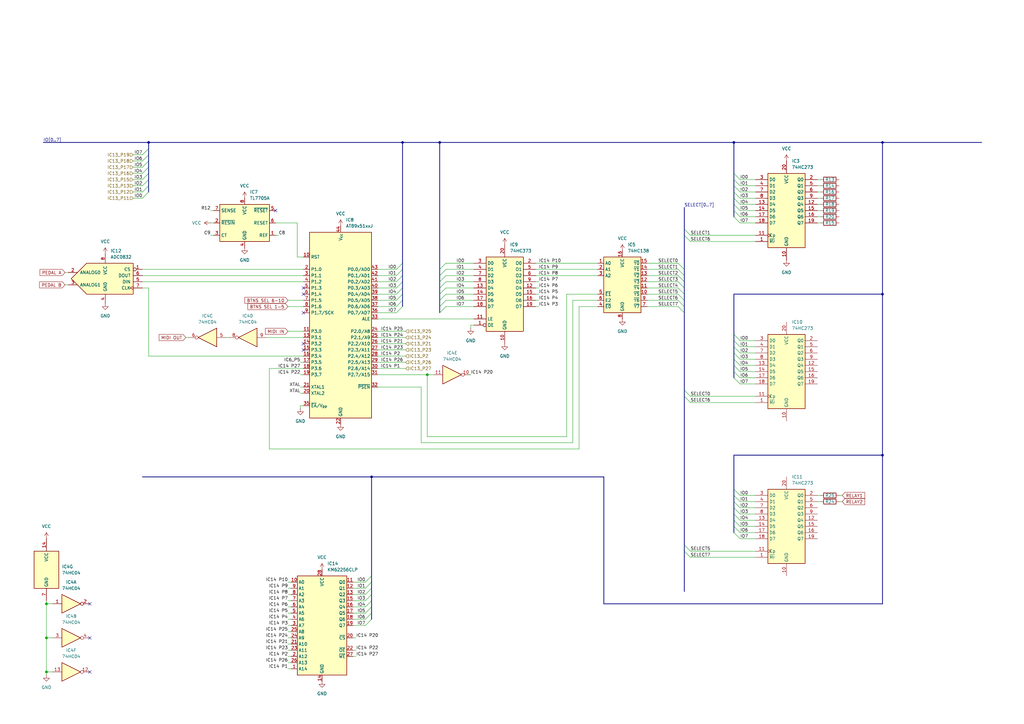
<source format=kicad_sch>
(kicad_sch
	(version 20250114)
	(generator "eeschema")
	(generator_version "9.0")
	(uuid "a390f433-03f2-4395-80f3-6c0b98700305")
	(paper "A3")
	
	(junction
		(at 19.05 261.62)
		(diameter 0)
		(color 0 0 0 0)
		(uuid "48ff4558-3e8a-42ba-aed3-ed046338cf84")
	)
	(junction
		(at 300.99 58.42)
		(diameter 0)
		(color 0 0 0 0)
		(uuid "5a928221-bbc5-482e-8e41-696949b59670")
	)
	(junction
		(at 361.95 186.69)
		(diameter 0)
		(color 0 0 0 0)
		(uuid "62e06bde-5302-48ee-ac9d-7847b24032ee")
	)
	(junction
		(at 361.95 120.65)
		(diameter 0)
		(color 0 0 0 0)
		(uuid "645ce6e7-b541-4edd-a5c3-4411fc268804")
	)
	(junction
		(at 19.05 247.65)
		(diameter 0)
		(color 0 0 0 0)
		(uuid "67159850-e853-496a-a8f2-7ab5c562bbae")
	)
	(junction
		(at 175.26 153.67)
		(diameter 0)
		(color 0 0 0 0)
		(uuid "a7f47d93-5632-42ea-b88c-21e3d9d9b757")
	)
	(junction
		(at 165.1 58.42)
		(diameter 0)
		(color 0 0 0 0)
		(uuid "b557b848-1eac-4f16-ad81-f2e706ec6637")
	)
	(junction
		(at 180.34 58.42)
		(diameter 0)
		(color 0 0 0 0)
		(uuid "c59ee947-99c9-4ace-99b6-718d3805154e")
	)
	(junction
		(at 60.96 58.42)
		(diameter 0)
		(color 0 0 0 0)
		(uuid "d90b8f2e-d12d-421d-8b59-3399b0b20026")
	)
	(junction
		(at 19.05 275.59)
		(diameter 0)
		(color 0 0 0 0)
		(uuid "e1c00a1c-369d-4432-aaa5-26e53d24afd1")
	)
	(junction
		(at 152.4 195.58)
		(diameter 0)
		(color 0 0 0 0)
		(uuid "eb7396f9-cb96-4556-9a3b-46a5a088fb7f")
	)
	(junction
		(at 361.95 58.42)
		(diameter 0)
		(color 0 0 0 0)
		(uuid "f8312299-fe55-40e4-9947-8bb4cecd70c9")
	)
	(no_connect
		(at 124.46 140.97)
		(uuid "10ff29f8-50da-4085-ae08-474547b08d56")
	)
	(no_connect
		(at 124.46 118.11)
		(uuid "111e09fb-6c49-421b-9811-221c14acd07e")
	)
	(no_connect
		(at 124.46 120.65)
		(uuid "130c3842-23af-4f8e-8aff-9b7eda21217e")
	)
	(no_connect
		(at 124.46 128.27)
		(uuid "53d756eb-acf8-4e68-a88a-75c4bb53bf98")
	)
	(no_connect
		(at 124.46 143.51)
		(uuid "94116642-aec0-4918-a382-4c9d329f5745")
	)
	(no_connect
		(at 36.83 247.65)
		(uuid "9cf4a3ba-e932-477a-80f4-5f73e9bbdc1a")
	)
	(no_connect
		(at 36.83 275.59)
		(uuid "b17a218d-e0dc-4950-bc96-e8bb632a50e3")
	)
	(no_connect
		(at 36.83 261.62)
		(uuid "e772cef2-aade-4aa5-9672-636b98fa5efe")
	)
	(no_connect
		(at 113.03 86.36)
		(uuid "f525618b-6f3f-4b32-8230-f6df7a286933")
	)
	(bus_entry
		(at 180.34 123.19)
		(size 2.54 -2.54)
		(stroke
			(width 0)
			(type default)
		)
		(uuid "02107be2-65d2-4752-ae5c-d86642965fa8")
	)
	(bus_entry
		(at 152.4 251.46)
		(size -2.54 2.54)
		(stroke
			(width 0)
			(type default)
		)
		(uuid "062e4be0-6321-46d7-a6d1-be61f4b69ba4")
	)
	(bus_entry
		(at 300.99 83.82)
		(size 2.54 2.54)
		(stroke
			(width 0)
			(type default)
		)
		(uuid "074eb7ea-b721-4080-bbcd-73a856246369")
	)
	(bus_entry
		(at 278.13 118.11)
		(size 2.54 2.54)
		(stroke
			(width 0)
			(type default)
		)
		(uuid "0981948f-27d4-4a3f-b45a-1d52a3bd05fa")
	)
	(bus_entry
		(at 300.99 210.82)
		(size 2.54 2.54)
		(stroke
			(width 0)
			(type default)
		)
		(uuid "0f9878f6-ee0a-44fa-a1cd-599a1fd94bdf")
	)
	(bus_entry
		(at 162.56 128.27)
		(size 2.54 -2.54)
		(stroke
			(width 0)
			(type default)
		)
		(uuid "0fa6cb52-8c88-4605-a6c1-29cce577ec05")
	)
	(bus_entry
		(at 300.99 139.7)
		(size 2.54 2.54)
		(stroke
			(width 0)
			(type default)
		)
		(uuid "143cb008-3cb1-466a-b00b-ca42f7b0838a")
	)
	(bus_entry
		(at 300.99 81.28)
		(size 2.54 2.54)
		(stroke
			(width 0)
			(type default)
		)
		(uuid "164759ab-4d11-4587-9852-357b5ef321ac")
	)
	(bus_entry
		(at 58.42 68.58)
		(size 2.54 -2.54)
		(stroke
			(width 0)
			(type default)
		)
		(uuid "2187f270-6eed-4275-b760-25fbd03d292e")
	)
	(bus_entry
		(at 152.4 248.92)
		(size -2.54 2.54)
		(stroke
			(width 0)
			(type default)
		)
		(uuid "22084324-ce4f-44b6-99be-2dd59b00325e")
	)
	(bus_entry
		(at 58.42 66.04)
		(size 2.54 -2.54)
		(stroke
			(width 0)
			(type default)
		)
		(uuid "2459c865-e407-4a52-b21f-56a74fa5d512")
	)
	(bus_entry
		(at 300.99 208.28)
		(size 2.54 2.54)
		(stroke
			(width 0)
			(type default)
		)
		(uuid "2eb7ffb7-b91a-47db-8274-a3f46904f1fc")
	)
	(bus_entry
		(at 152.4 238.76)
		(size -2.54 2.54)
		(stroke
			(width 0)
			(type default)
		)
		(uuid "3391be94-fd59-47a3-a62e-edfeffd5027b")
	)
	(bus_entry
		(at 300.99 200.66)
		(size 2.54 2.54)
		(stroke
			(width 0)
			(type default)
		)
		(uuid "3cb9801e-4453-4039-a565-c5c5af554150")
	)
	(bus_entry
		(at 162.56 113.03)
		(size 2.54 -2.54)
		(stroke
			(width 0)
			(type default)
		)
		(uuid "4297a12c-0589-4da8-9bb5-e196d6fd74e9")
	)
	(bus_entry
		(at 180.34 125.73)
		(size 2.54 -2.54)
		(stroke
			(width 0)
			(type default)
		)
		(uuid "46312a39-1f94-4284-9bf5-99fcc0d05cfe")
	)
	(bus_entry
		(at 162.56 125.73)
		(size 2.54 -2.54)
		(stroke
			(width 0)
			(type default)
		)
		(uuid "47b3d534-1912-487e-9923-95152b93e43b")
	)
	(bus_entry
		(at 152.4 236.22)
		(size -2.54 2.54)
		(stroke
			(width 0)
			(type default)
		)
		(uuid "4cf3d52b-627c-4075-bea6-56db68141133")
	)
	(bus_entry
		(at 300.99 144.78)
		(size 2.54 2.54)
		(stroke
			(width 0)
			(type default)
		)
		(uuid "53324a2a-6899-497f-9ace-ab5e225aa7a3")
	)
	(bus_entry
		(at 300.99 76.2)
		(size 2.54 2.54)
		(stroke
			(width 0)
			(type default)
		)
		(uuid "5a02e50d-afa9-4b0f-8beb-2f3d9d324317")
	)
	(bus_entry
		(at 162.56 120.65)
		(size 2.54 -2.54)
		(stroke
			(width 0)
			(type default)
		)
		(uuid "5a0546e7-e669-489a-b89b-d1a3f2046dbf")
	)
	(bus_entry
		(at 58.42 76.2)
		(size 2.54 -2.54)
		(stroke
			(width 0)
			(type default)
		)
		(uuid "5ac00a13-e638-4389-953c-0ca024811b95")
	)
	(bus_entry
		(at 278.13 107.95)
		(size 2.54 2.54)
		(stroke
			(width 0)
			(type default)
		)
		(uuid "61a5bd89-26df-4d49-8438-2466f7982a04")
	)
	(bus_entry
		(at 152.4 243.84)
		(size -2.54 2.54)
		(stroke
			(width 0)
			(type default)
		)
		(uuid "645a74fe-efbf-44f0-836e-697d1d702201")
	)
	(bus_entry
		(at 162.56 118.11)
		(size 2.54 -2.54)
		(stroke
			(width 0)
			(type default)
		)
		(uuid "690b74c3-9829-40e1-a0a3-f5062cbdea54")
	)
	(bus_entry
		(at 180.34 113.03)
		(size 2.54 -2.54)
		(stroke
			(width 0)
			(type default)
		)
		(uuid "6a8a24dd-6b42-4486-8556-27569b4c92f0")
	)
	(bus_entry
		(at 280.67 96.52)
		(size 2.54 2.54)
		(stroke
			(width 0)
			(type default)
		)
		(uuid "73de5889-93cd-4b81-b034-8c0a2cd432c6")
	)
	(bus_entry
		(at 280.67 226.06)
		(size 2.54 2.54)
		(stroke
			(width 0)
			(type default)
		)
		(uuid "75e36674-43af-470e-88cd-382adf717d6a")
	)
	(bus_entry
		(at 278.13 123.19)
		(size 2.54 2.54)
		(stroke
			(width 0)
			(type default)
		)
		(uuid "773af0bf-3984-4916-829b-85903811f75a")
	)
	(bus_entry
		(at 180.34 115.57)
		(size 2.54 -2.54)
		(stroke
			(width 0)
			(type default)
		)
		(uuid "7d26f3fb-1ea5-4cdd-aee3-af0f61c55178")
	)
	(bus_entry
		(at 300.99 205.74)
		(size 2.54 2.54)
		(stroke
			(width 0)
			(type default)
		)
		(uuid "8288b164-8ceb-47c4-a39b-45b496964489")
	)
	(bus_entry
		(at 278.13 110.49)
		(size 2.54 2.54)
		(stroke
			(width 0)
			(type default)
		)
		(uuid "83637331-2f9a-445c-84d0-2d4b5f83ffdc")
	)
	(bus_entry
		(at 280.67 93.98)
		(size 2.54 2.54)
		(stroke
			(width 0)
			(type default)
		)
		(uuid "84026ad3-0127-464f-b70f-2e32df0fd2ea")
	)
	(bus_entry
		(at 152.4 241.3)
		(size -2.54 2.54)
		(stroke
			(width 0)
			(type default)
		)
		(uuid "85f59b4f-e06d-4275-857a-6ddfacdc6d5b")
	)
	(bus_entry
		(at 300.99 149.86)
		(size 2.54 2.54)
		(stroke
			(width 0)
			(type default)
		)
		(uuid "8bd950fd-35c4-4dc3-922e-7c4ce012fdf7")
	)
	(bus_entry
		(at 280.67 160.02)
		(size 2.54 2.54)
		(stroke
			(width 0)
			(type default)
		)
		(uuid "8c5e14a0-73ff-4382-9b70-714b668296dc")
	)
	(bus_entry
		(at 180.34 120.65)
		(size 2.54 -2.54)
		(stroke
			(width 0)
			(type default)
		)
		(uuid "8d220b97-5b33-4388-a0c5-5e0fadb0d40a")
	)
	(bus_entry
		(at 278.13 125.73)
		(size 2.54 2.54)
		(stroke
			(width 0)
			(type default)
		)
		(uuid "9779fed0-c493-46e5-b461-3eedc240dfc8")
	)
	(bus_entry
		(at 280.67 162.56)
		(size 2.54 2.54)
		(stroke
			(width 0)
			(type default)
		)
		(uuid "98d93e86-b14f-4773-b4ae-57602b262d7b")
	)
	(bus_entry
		(at 300.99 203.2)
		(size 2.54 2.54)
		(stroke
			(width 0)
			(type default)
		)
		(uuid "9a335c9c-88d1-4398-9d6f-d6246a172a97")
	)
	(bus_entry
		(at 278.13 115.57)
		(size 2.54 2.54)
		(stroke
			(width 0)
			(type default)
		)
		(uuid "9c49892c-c901-4d3e-9233-cc75760a0106")
	)
	(bus_entry
		(at 300.99 152.4)
		(size 2.54 2.54)
		(stroke
			(width 0)
			(type default)
		)
		(uuid "9c701960-b47f-4716-841f-beba01e523c1")
	)
	(bus_entry
		(at 300.99 88.9)
		(size 2.54 2.54)
		(stroke
			(width 0)
			(type default)
		)
		(uuid "9cadf897-9b71-4a17-8b3a-030c2da79ce2")
	)
	(bus_entry
		(at 300.99 137.16)
		(size 2.54 2.54)
		(stroke
			(width 0)
			(type default)
		)
		(uuid "a0f370ae-d6c6-4b28-baac-5331feae3a41")
	)
	(bus_entry
		(at 58.42 78.74)
		(size 2.54 -2.54)
		(stroke
			(width 0)
			(type default)
		)
		(uuid "ab2ea211-51ce-48d5-8876-6e0452104081")
	)
	(bus_entry
		(at 58.42 81.28)
		(size 2.54 -2.54)
		(stroke
			(width 0)
			(type default)
		)
		(uuid "ac544878-8b37-4c8d-82e0-798425737ba7")
	)
	(bus_entry
		(at 300.99 218.44)
		(size 2.54 2.54)
		(stroke
			(width 0)
			(type default)
		)
		(uuid "b288288e-9633-4ade-97d0-d1216cfb12f9")
	)
	(bus_entry
		(at 300.99 142.24)
		(size 2.54 2.54)
		(stroke
			(width 0)
			(type default)
		)
		(uuid "b6227a43-ac07-4174-bca8-21ff010c0653")
	)
	(bus_entry
		(at 300.99 147.32)
		(size 2.54 2.54)
		(stroke
			(width 0)
			(type default)
		)
		(uuid "b985ee36-e5f6-4388-b8d7-efe227258d8a")
	)
	(bus_entry
		(at 300.99 213.36)
		(size 2.54 2.54)
		(stroke
			(width 0)
			(type default)
		)
		(uuid "b9dd936a-ffcd-4038-a919-bada4cece115")
	)
	(bus_entry
		(at 162.56 115.57)
		(size 2.54 -2.54)
		(stroke
			(width 0)
			(type default)
		)
		(uuid "c026443c-8054-4f56-8fcc-b7a8855def2b")
	)
	(bus_entry
		(at 300.99 86.36)
		(size 2.54 2.54)
		(stroke
			(width 0)
			(type default)
		)
		(uuid "c23d0470-a6a8-407b-83ed-781ad214f165")
	)
	(bus_entry
		(at 278.13 120.65)
		(size 2.54 2.54)
		(stroke
			(width 0)
			(type default)
		)
		(uuid "c8015327-70cb-41f4-a1c2-769ef8da33d3")
	)
	(bus_entry
		(at 152.4 246.38)
		(size -2.54 2.54)
		(stroke
			(width 0)
			(type default)
		)
		(uuid "d2866402-34a3-41fd-8c1e-e462e4ef7d3b")
	)
	(bus_entry
		(at 278.13 113.03)
		(size 2.54 2.54)
		(stroke
			(width 0)
			(type default)
		)
		(uuid "d333f53b-2487-48ac-b6a4-1bc2ba41f111")
	)
	(bus_entry
		(at 180.34 118.11)
		(size 2.54 -2.54)
		(stroke
			(width 0)
			(type default)
		)
		(uuid "d3dba531-4a21-416c-954e-5b10dcc6cdc8")
	)
	(bus_entry
		(at 162.56 123.19)
		(size 2.54 -2.54)
		(stroke
			(width 0)
			(type default)
		)
		(uuid "dcbbc613-399f-48af-9529-81e1c4cbfbb2")
	)
	(bus_entry
		(at 300.99 215.9)
		(size 2.54 2.54)
		(stroke
			(width 0)
			(type default)
		)
		(uuid "e4e830de-fe50-417f-9899-5881779b552a")
	)
	(bus_entry
		(at 162.56 110.49)
		(size 2.54 -2.54)
		(stroke
			(width 0)
			(type default)
		)
		(uuid "e55d257f-64b8-45f8-aad2-f7c0aa485405")
	)
	(bus_entry
		(at 300.99 154.94)
		(size 2.54 2.54)
		(stroke
			(width 0)
			(type default)
		)
		(uuid "e56d1866-2556-4438-affe-9287308f35c1")
	)
	(bus_entry
		(at 300.99 71.12)
		(size 2.54 2.54)
		(stroke
			(width 0)
			(type default)
		)
		(uuid "e7c81195-3f00-4008-bc00-9c2397953e81")
	)
	(bus_entry
		(at 300.99 78.74)
		(size 2.54 2.54)
		(stroke
			(width 0)
			(type default)
		)
		(uuid "e7feb3ae-af21-402e-b890-da573f66a2ec")
	)
	(bus_entry
		(at 58.42 63.5)
		(size 2.54 -2.54)
		(stroke
			(width 0)
			(type default)
		)
		(uuid "e83f076c-b59d-44ed-98f7-faa536c713cd")
	)
	(bus_entry
		(at 58.42 71.12)
		(size 2.54 -2.54)
		(stroke
			(width 0)
			(type default)
		)
		(uuid "ed1623fc-c665-4b40-aeec-a9ffb3528ea3")
	)
	(bus_entry
		(at 152.4 254)
		(size -2.54 2.54)
		(stroke
			(width 0)
			(type default)
		)
		(uuid "ede87af0-875a-4947-9e64-fcd7031ce33b")
	)
	(bus_entry
		(at 58.42 73.66)
		(size 2.54 -2.54)
		(stroke
			(width 0)
			(type default)
		)
		(uuid "ef51a825-f7b9-4ae2-9541-bc6297f05310")
	)
	(bus_entry
		(at 180.34 110.49)
		(size 2.54 -2.54)
		(stroke
			(width 0)
			(type default)
		)
		(uuid "ef8b9400-17c1-495d-81b0-e08fa052b288")
	)
	(bus_entry
		(at 280.67 223.52)
		(size 2.54 2.54)
		(stroke
			(width 0)
			(type default)
		)
		(uuid "f65598ed-97f4-4b62-ad12-6f77de03c904")
	)
	(bus_entry
		(at 180.34 128.27)
		(size 2.54 -2.54)
		(stroke
			(width 0)
			(type default)
		)
		(uuid "f6a1136b-d47a-4216-99ad-efab54c32ec5")
	)
	(bus_entry
		(at 300.99 73.66)
		(size 2.54 2.54)
		(stroke
			(width 0)
			(type default)
		)
		(uuid "ff3041fa-5ad3-4b47-98d9-0b889577fa9d")
	)
	(wire
		(pts
			(xy 175.26 153.67) (xy 175.26 179.07)
		)
		(stroke
			(width 0)
			(type default)
		)
		(uuid "011a0574-eaa3-4ba5-9f92-a96b0657308c")
	)
	(wire
		(pts
			(xy 303.53 144.78) (xy 309.88 144.78)
		)
		(stroke
			(width 0)
			(type default)
		)
		(uuid "018c27b2-48af-4a4d-9a77-e88c9dee10ba")
	)
	(wire
		(pts
			(xy 303.53 210.82) (xy 309.88 210.82)
		)
		(stroke
			(width 0)
			(type default)
		)
		(uuid "0456a9e9-82dd-46f4-8688-ae72727c1665")
	)
	(wire
		(pts
			(xy 265.43 115.57) (xy 278.13 115.57)
		)
		(stroke
			(width 0)
			(type default)
		)
		(uuid "04b6e254-a97f-4844-a818-18febe2ae2bd")
	)
	(wire
		(pts
			(xy 118.11 248.92) (xy 119.38 248.92)
		)
		(stroke
			(width 0)
			(type default)
		)
		(uuid "04f56c8b-a681-4e45-b80b-d2c10983a65f")
	)
	(bus
		(pts
			(xy 152.4 241.3) (xy 152.4 243.84)
		)
		(stroke
			(width 0)
			(type default)
		)
		(uuid "07b13a22-15ae-4aea-861f-0d9f325ed862")
	)
	(wire
		(pts
			(xy 121.92 91.44) (xy 121.92 105.41)
		)
		(stroke
			(width 0)
			(type default)
		)
		(uuid "07cd04b6-c006-46a0-a495-325c3c7071af")
	)
	(wire
		(pts
			(xy 335.28 76.2) (xy 336.55 76.2)
		)
		(stroke
			(width 0)
			(type default)
		)
		(uuid "0a6d1f55-d445-4296-afe0-d108ed0c265e")
	)
	(bus
		(pts
			(xy 280.67 115.57) (xy 280.67 118.11)
		)
		(stroke
			(width 0)
			(type default)
		)
		(uuid "0a915100-fa75-4d99-81d3-1888d891805c")
	)
	(wire
		(pts
			(xy 54.61 76.2) (xy 58.42 76.2)
		)
		(stroke
			(width 0)
			(type default)
		)
		(uuid "0b631218-ff3e-43b7-8abf-a3286a493a48")
	)
	(wire
		(pts
			(xy 118.11 123.19) (xy 124.46 123.19)
		)
		(stroke
			(width 0)
			(type default)
		)
		(uuid "0c17b3a7-ebfa-406e-9834-6a65f9f87929")
	)
	(bus
		(pts
			(xy 280.67 125.73) (xy 280.67 128.27)
		)
		(stroke
			(width 0)
			(type default)
		)
		(uuid "0c3073ea-a667-4b0a-827a-fa372d92726f")
	)
	(wire
		(pts
			(xy 172.72 181.61) (xy 234.95 181.61)
		)
		(stroke
			(width 0)
			(type default)
		)
		(uuid "0efe7d4f-ebed-4418-ab9a-f49f64f0cf9c")
	)
	(wire
		(pts
			(xy 144.78 256.54) (xy 149.86 256.54)
		)
		(stroke
			(width 0)
			(type default)
		)
		(uuid "0f8bceca-eb2c-447f-adb2-9768168a0d1f")
	)
	(wire
		(pts
			(xy 182.88 115.57) (xy 194.31 115.57)
		)
		(stroke
			(width 0)
			(type default)
		)
		(uuid "0fbe1feb-2286-47f6-955f-d20c831a4a90")
	)
	(bus
		(pts
			(xy 300.99 208.28) (xy 300.99 210.82)
		)
		(stroke
			(width 0)
			(type default)
		)
		(uuid "10dc1a93-54b7-442b-b6e0-cf5aef9b4f81")
	)
	(wire
		(pts
			(xy 19.05 261.62) (xy 21.59 261.62)
		)
		(stroke
			(width 0)
			(type default)
		)
		(uuid "111efd95-7610-4d3a-a1e4-1d708b2bfcb6")
	)
	(wire
		(pts
			(xy 303.53 76.2) (xy 309.88 76.2)
		)
		(stroke
			(width 0)
			(type default)
		)
		(uuid "11ac95ea-6aa3-4eec-972b-562e50f7d01d")
	)
	(wire
		(pts
			(xy 54.61 68.58) (xy 58.42 68.58)
		)
		(stroke
			(width 0)
			(type default)
		)
		(uuid "11dc2da4-627b-4b6d-8be3-65baacce00a6")
	)
	(wire
		(pts
			(xy 109.22 138.43) (xy 124.46 138.43)
		)
		(stroke
			(width 0)
			(type default)
		)
		(uuid "13d05405-d02d-4fc4-90f1-fd8a66d147b5")
	)
	(wire
		(pts
			(xy 154.94 130.81) (xy 194.31 130.81)
		)
		(stroke
			(width 0)
			(type default)
		)
		(uuid "147149a9-6fd4-4c07-953a-3dbc779994ae")
	)
	(bus
		(pts
			(xy 165.1 123.19) (xy 165.1 125.73)
		)
		(stroke
			(width 0)
			(type default)
		)
		(uuid "14c72737-9f77-40f3-8a8d-f44dd888b41e")
	)
	(wire
		(pts
			(xy 110.49 151.13) (xy 110.49 184.15)
		)
		(stroke
			(width 0)
			(type default)
		)
		(uuid "15b6f66e-aab2-46c2-9f32-19a3dde4e3a6")
	)
	(bus
		(pts
			(xy 300.99 139.7) (xy 300.99 142.24)
		)
		(stroke
			(width 0)
			(type default)
		)
		(uuid "178f2e6c-e18c-411e-8d77-023214549b84")
	)
	(wire
		(pts
			(xy 118.11 241.3) (xy 119.38 241.3)
		)
		(stroke
			(width 0)
			(type default)
		)
		(uuid "193155b2-497f-43c8-b36e-2e5e1e48851b")
	)
	(wire
		(pts
			(xy 144.78 246.38) (xy 149.86 246.38)
		)
		(stroke
			(width 0)
			(type default)
		)
		(uuid "195c8bb7-66e8-4ef2-a952-efcdeafcdc80")
	)
	(wire
		(pts
			(xy 232.41 120.65) (xy 232.41 179.07)
		)
		(stroke
			(width 0)
			(type default)
		)
		(uuid "195e9083-5851-44cd-946a-a6173a2e7b7b")
	)
	(bus
		(pts
			(xy 60.96 78.74) (xy 60.96 76.2)
		)
		(stroke
			(width 0)
			(type default)
		)
		(uuid "197bb069-591e-48e8-8a0b-d65d234d19da")
	)
	(wire
		(pts
			(xy 182.88 113.03) (xy 194.31 113.03)
		)
		(stroke
			(width 0)
			(type default)
		)
		(uuid "1a32d53f-a3e1-4fe3-8ced-fb2a848cec5e")
	)
	(wire
		(pts
			(xy 60.96 118.11) (xy 60.96 146.05)
		)
		(stroke
			(width 0)
			(type default)
		)
		(uuid "1ae75c9f-4cca-48bf-b1e7-ea219302be3a")
	)
	(wire
		(pts
			(xy 303.53 88.9) (xy 309.88 88.9)
		)
		(stroke
			(width 0)
			(type default)
		)
		(uuid "1b3ecc8b-f613-40a7-8424-419559644914")
	)
	(wire
		(pts
			(xy 177.8 153.67) (xy 175.26 153.67)
		)
		(stroke
			(width 0)
			(type default)
		)
		(uuid "1ba4f35d-6291-413f-8301-934615edc4d1")
	)
	(wire
		(pts
			(xy 182.88 120.65) (xy 194.31 120.65)
		)
		(stroke
			(width 0)
			(type default)
		)
		(uuid "1c11cecc-e149-43a5-8e4f-069ee40afb16")
	)
	(wire
		(pts
			(xy 58.42 113.03) (xy 124.46 113.03)
		)
		(stroke
			(width 0)
			(type default)
		)
		(uuid "1c19218f-496d-477d-9a0f-1dfad35540df")
	)
	(wire
		(pts
			(xy 144.78 243.84) (xy 149.86 243.84)
		)
		(stroke
			(width 0)
			(type default)
		)
		(uuid "1dea69f3-c8d6-4bdd-860b-9375157bda80")
	)
	(wire
		(pts
			(xy 146.05 269.24) (xy 144.78 269.24)
		)
		(stroke
			(width 0)
			(type default)
		)
		(uuid "1fd3681c-2316-4a8f-82cb-71d18506933f")
	)
	(wire
		(pts
			(xy 335.28 73.66) (xy 336.55 73.66)
		)
		(stroke
			(width 0)
			(type default)
		)
		(uuid "1ff658e4-8c76-42fd-a8df-51ddc5b66169")
	)
	(bus
		(pts
			(xy 361.95 186.69) (xy 361.95 247.65)
		)
		(stroke
			(width 0)
			(type default)
		)
		(uuid "2072da20-f472-4b12-9353-a703b2316c4d")
	)
	(bus
		(pts
			(xy 300.99 58.42) (xy 361.95 58.42)
		)
		(stroke
			(width 0)
			(type default)
		)
		(uuid "22f5d886-ee1d-4490-a408-8ea6df71905a")
	)
	(wire
		(pts
			(xy 118.11 256.54) (xy 119.38 256.54)
		)
		(stroke
			(width 0)
			(type default)
		)
		(uuid "232becd5-5072-4460-a5dd-d274cf406c30")
	)
	(wire
		(pts
			(xy 123.19 148.59) (xy 124.46 148.59)
		)
		(stroke
			(width 0)
			(type default)
		)
		(uuid "233c0d39-37b7-40a7-8421-ea98fb0440a9")
	)
	(wire
		(pts
			(xy 335.28 83.82) (xy 336.55 83.82)
		)
		(stroke
			(width 0)
			(type default)
		)
		(uuid "23660603-02be-4cfd-81fd-50c43974b897")
	)
	(wire
		(pts
			(xy 86.36 91.44) (xy 87.63 91.44)
		)
		(stroke
			(width 0)
			(type default)
		)
		(uuid "23d0ed4d-1c27-43ef-a17a-9d611ea0d9f2")
	)
	(bus
		(pts
			(xy 361.95 120.65) (xy 361.95 186.69)
		)
		(stroke
			(width 0)
			(type default)
		)
		(uuid "2728e858-184a-4bf8-8445-32017e125436")
	)
	(wire
		(pts
			(xy 154.94 110.49) (xy 162.56 110.49)
		)
		(stroke
			(width 0)
			(type default)
		)
		(uuid "278cbb65-1864-479e-8cc9-5242640ed408")
	)
	(wire
		(pts
			(xy 54.61 71.12) (xy 58.42 71.12)
		)
		(stroke
			(width 0)
			(type default)
		)
		(uuid "27ed02d9-3117-466d-9913-8b9651b7010b")
	)
	(wire
		(pts
			(xy 144.78 238.76) (xy 149.86 238.76)
		)
		(stroke
			(width 0)
			(type default)
		)
		(uuid "2915cef2-2d2d-41c5-bfbc-ef3754dbc71a")
	)
	(bus
		(pts
			(xy 300.99 149.86) (xy 300.99 152.4)
		)
		(stroke
			(width 0)
			(type default)
		)
		(uuid "29554b53-c4e9-43a7-8878-66c9573bff2e")
	)
	(wire
		(pts
			(xy 344.17 205.74) (xy 345.44 205.74)
		)
		(stroke
			(width 0)
			(type default)
		)
		(uuid "2adba6cc-d212-45f9-b550-4a8ea09865d1")
	)
	(wire
		(pts
			(xy 154.94 140.97) (xy 166.37 140.97)
		)
		(stroke
			(width 0)
			(type default)
		)
		(uuid "2c89aef1-c1df-40ba-b9d4-dea653f95224")
	)
	(bus
		(pts
			(xy 60.96 66.04) (xy 60.96 63.5)
		)
		(stroke
			(width 0)
			(type default)
		)
		(uuid "2cb61760-2bcd-49e1-bee4-18c26a0b0988")
	)
	(bus
		(pts
			(xy 152.4 251.46) (xy 152.4 254)
		)
		(stroke
			(width 0)
			(type default)
		)
		(uuid "2d8803c3-8667-4cb0-8cb3-cf278aeb705f")
	)
	(bus
		(pts
			(xy 165.1 118.11) (xy 165.1 120.65)
		)
		(stroke
			(width 0)
			(type default)
		)
		(uuid "2d9d215e-24fb-4dd1-b5e7-f2faf1836554")
	)
	(bus
		(pts
			(xy 60.96 60.96) (xy 60.96 58.42)
		)
		(stroke
			(width 0)
			(type default)
		)
		(uuid "30e6e56b-85bd-446c-94d8-f95c7ea47cd7")
	)
	(bus
		(pts
			(xy 165.1 107.95) (xy 165.1 110.49)
		)
		(stroke
			(width 0)
			(type default)
		)
		(uuid "3147c635-802e-4298-8ba9-b8483d15c9af")
	)
	(bus
		(pts
			(xy 300.99 147.32) (xy 300.99 149.86)
		)
		(stroke
			(width 0)
			(type default)
		)
		(uuid "342ff80f-8a67-4f1b-b6a2-a27a45739557")
	)
	(wire
		(pts
			(xy 182.88 123.19) (xy 194.31 123.19)
		)
		(stroke
			(width 0)
			(type default)
		)
		(uuid "34708a4c-9302-4c4a-97e3-87cb9a4d2292")
	)
	(wire
		(pts
			(xy 193.04 153.67) (xy 191.77 153.67)
		)
		(stroke
			(width 0)
			(type default)
		)
		(uuid "3594ae47-4ed5-45aa-bb03-6c71d637c5b3")
	)
	(wire
		(pts
			(xy 154.94 115.57) (xy 162.56 115.57)
		)
		(stroke
			(width 0)
			(type default)
		)
		(uuid "3750fe33-cc4b-48c3-89f2-5779ae6492ed")
	)
	(wire
		(pts
			(xy 154.94 128.27) (xy 162.56 128.27)
		)
		(stroke
			(width 0)
			(type default)
		)
		(uuid "389edcdb-949e-4fd2-b58d-51daeaeeeff7")
	)
	(bus
		(pts
			(xy 152.4 243.84) (xy 152.4 246.38)
		)
		(stroke
			(width 0)
			(type default)
		)
		(uuid "38ba1d0f-4135-4aee-8cf1-4af59f62a35f")
	)
	(wire
		(pts
			(xy 303.53 220.98) (xy 309.88 220.98)
		)
		(stroke
			(width 0)
			(type default)
		)
		(uuid "38cea64b-0b4f-4055-9c9e-d54859c36c60")
	)
	(wire
		(pts
			(xy 76.2 138.43) (xy 77.47 138.43)
		)
		(stroke
			(width 0)
			(type default)
		)
		(uuid "3b0d4edf-5011-4fdb-8070-381785b4d791")
	)
	(wire
		(pts
			(xy 303.53 78.74) (xy 309.88 78.74)
		)
		(stroke
			(width 0)
			(type default)
		)
		(uuid "3c3870f1-5a2c-4954-92b1-04f29fe89977")
	)
	(wire
		(pts
			(xy 118.11 243.84) (xy 119.38 243.84)
		)
		(stroke
			(width 0)
			(type default)
		)
		(uuid "3c51396e-d484-4b1e-9c18-eb99529caa79")
	)
	(bus
		(pts
			(xy 300.99 186.69) (xy 361.95 186.69)
		)
		(stroke
			(width 0)
			(type default)
		)
		(uuid "3d0a762a-8176-4d5b-abb7-0deade542acf")
	)
	(bus
		(pts
			(xy 280.67 120.65) (xy 280.67 123.19)
		)
		(stroke
			(width 0)
			(type default)
		)
		(uuid "40486575-7900-489c-916e-11ffadcdc3ba")
	)
	(wire
		(pts
			(xy 182.88 110.49) (xy 194.31 110.49)
		)
		(stroke
			(width 0)
			(type default)
		)
		(uuid "41f6e8c8-815d-42de-b8c1-9ea152805242")
	)
	(wire
		(pts
			(xy 154.94 120.65) (xy 162.56 120.65)
		)
		(stroke
			(width 0)
			(type default)
		)
		(uuid "42d2a996-abb0-49f7-9ea8-e4c1f1659ed8")
	)
	(bus
		(pts
			(xy 180.34 58.42) (xy 300.99 58.42)
		)
		(stroke
			(width 0)
			(type default)
		)
		(uuid "434223cc-8e16-4444-8667-74169dc33ed5")
	)
	(bus
		(pts
			(xy 300.99 142.24) (xy 300.99 144.78)
		)
		(stroke
			(width 0)
			(type default)
		)
		(uuid "446c14f6-5fe6-4b0f-87dc-845174227739")
	)
	(wire
		(pts
			(xy 60.96 146.05) (xy 124.46 146.05)
		)
		(stroke
			(width 0)
			(type default)
		)
		(uuid "447d21c0-58de-493a-9bec-38e567267ae4")
	)
	(wire
		(pts
			(xy 119.38 261.62) (xy 118.11 261.62)
		)
		(stroke
			(width 0)
			(type default)
		)
		(uuid "4491e0ce-e93e-4c47-8542-e6599660fd6b")
	)
	(wire
		(pts
			(xy 237.49 125.73) (xy 237.49 184.15)
		)
		(stroke
			(width 0)
			(type default)
		)
		(uuid "45026a79-0216-4849-8b9e-7ce6d2eabee0")
	)
	(bus
		(pts
			(xy 300.99 152.4) (xy 300.99 154.94)
		)
		(stroke
			(width 0)
			(type default)
		)
		(uuid "469458f3-0e88-45c2-b5ae-addec6c064ea")
	)
	(wire
		(pts
			(xy 219.71 125.73) (xy 220.98 125.73)
		)
		(stroke
			(width 0)
			(type default)
		)
		(uuid "4974304c-d57c-4f51-a923-3c660aa5128d")
	)
	(wire
		(pts
			(xy 86.36 96.52) (xy 87.63 96.52)
		)
		(stroke
			(width 0)
			(type default)
		)
		(uuid "4975997f-241e-4217-b206-c458e0975152")
	)
	(bus
		(pts
			(xy 361.95 58.42) (xy 361.95 120.65)
		)
		(stroke
			(width 0)
			(type default)
		)
		(uuid "4e4f0f98-6580-4a41-ab35-f0457547e7b3")
	)
	(wire
		(pts
			(xy 219.71 123.19) (xy 220.98 123.19)
		)
		(stroke
			(width 0)
			(type default)
		)
		(uuid "504ab936-01ef-4289-b0ca-2d8c950a79c3")
	)
	(bus
		(pts
			(xy 300.99 144.78) (xy 300.99 147.32)
		)
		(stroke
			(width 0)
			(type default)
		)
		(uuid "51b161b0-7b2c-42a7-805b-c0df7ffbe851")
	)
	(bus
		(pts
			(xy 152.4 238.76) (xy 152.4 241.3)
		)
		(stroke
			(width 0)
			(type default)
		)
		(uuid "51c42384-aa56-437d-957f-150faffb6453")
	)
	(wire
		(pts
			(xy 234.95 181.61) (xy 234.95 123.19)
		)
		(stroke
			(width 0)
			(type default)
		)
		(uuid "51d9d7f1-9a96-449d-a3ab-a033f9802b66")
	)
	(wire
		(pts
			(xy 303.53 208.28) (xy 309.88 208.28)
		)
		(stroke
			(width 0)
			(type default)
		)
		(uuid "523b90b0-b663-49ba-94d1-0020bf7e34d8")
	)
	(bus
		(pts
			(xy 165.1 58.42) (xy 180.34 58.42)
		)
		(stroke
			(width 0)
			(type default)
		)
		(uuid "53199e53-093e-4937-a8d8-dad3716339e4")
	)
	(wire
		(pts
			(xy 119.38 274.32) (xy 118.11 274.32)
		)
		(stroke
			(width 0)
			(type default)
		)
		(uuid "571b17b7-0478-4db0-91de-f97cc6a777c9")
	)
	(wire
		(pts
			(xy 121.92 105.41) (xy 124.46 105.41)
		)
		(stroke
			(width 0)
			(type default)
		)
		(uuid "57382673-e225-4595-92ad-8bc94fd9e6a0")
	)
	(bus
		(pts
			(xy 165.1 115.57) (xy 165.1 118.11)
		)
		(stroke
			(width 0)
			(type default)
		)
		(uuid "58179da3-7397-493d-a19b-0814c46ae819")
	)
	(wire
		(pts
			(xy 303.53 157.48) (xy 309.88 157.48)
		)
		(stroke
			(width 0)
			(type default)
		)
		(uuid "596257bb-e96f-4d92-8fbc-1fd3c86bf304")
	)
	(wire
		(pts
			(xy 92.71 138.43) (xy 93.98 138.43)
		)
		(stroke
			(width 0)
			(type default)
		)
		(uuid "59afb230-e98c-474d-8752-c0eb97327aab")
	)
	(wire
		(pts
			(xy 154.94 151.13) (xy 166.37 151.13)
		)
		(stroke
			(width 0)
			(type default)
		)
		(uuid "59bee58c-9a55-4d7a-bcc2-9087c226f5f9")
	)
	(bus
		(pts
			(xy 300.99 120.65) (xy 300.99 137.16)
		)
		(stroke
			(width 0)
			(type default)
		)
		(uuid "5bab209c-74e1-4238-bc26-e08264f8804c")
	)
	(wire
		(pts
			(xy 303.53 81.28) (xy 309.88 81.28)
		)
		(stroke
			(width 0)
			(type default)
		)
		(uuid "5c1a50ca-443b-4802-ab29-5283ae2ec877")
	)
	(wire
		(pts
			(xy 309.88 139.7) (xy 303.53 139.7)
		)
		(stroke
			(width 0)
			(type default)
		)
		(uuid "5c98eb71-3d37-4c9b-a642-ac618efe9457")
	)
	(wire
		(pts
			(xy 86.36 86.36) (xy 87.63 86.36)
		)
		(stroke
			(width 0)
			(type default)
		)
		(uuid "5e1e76dc-c458-4300-a0bf-4cc283e1344b")
	)
	(bus
		(pts
			(xy 60.96 63.5) (xy 60.96 60.96)
		)
		(stroke
			(width 0)
			(type default)
		)
		(uuid "5ee48899-f849-42f3-acb5-b42c00d8e763")
	)
	(wire
		(pts
			(xy 118.11 135.89) (xy 124.46 135.89)
		)
		(stroke
			(width 0)
			(type default)
		)
		(uuid "603ab012-a2f0-4092-940d-3ea974c0892b")
	)
	(bus
		(pts
			(xy 165.1 113.03) (xy 165.1 115.57)
		)
		(stroke
			(width 0)
			(type default)
		)
		(uuid "6110eff2-71b1-40df-9492-20873eb82ae8")
	)
	(wire
		(pts
			(xy 154.94 113.03) (xy 162.56 113.03)
		)
		(stroke
			(width 0)
			(type default)
		)
		(uuid "62e34835-2b3e-459f-956e-cb2770c4825a")
	)
	(wire
		(pts
			(xy 283.21 165.1) (xy 309.88 165.1)
		)
		(stroke
			(width 0)
			(type default)
		)
		(uuid "63dc8477-53c4-4545-9a7b-1e2596b8050e")
	)
	(wire
		(pts
			(xy 118.11 254) (xy 119.38 254)
		)
		(stroke
			(width 0)
			(type default)
		)
		(uuid "65d0a914-717b-42ef-a481-39361504574b")
	)
	(wire
		(pts
			(xy 219.71 120.65) (xy 220.98 120.65)
		)
		(stroke
			(width 0)
			(type default)
		)
		(uuid "67b5df4c-7974-4c09-89b8-9fa22ac43a04")
	)
	(bus
		(pts
			(xy 361.95 247.65) (xy 247.65 247.65)
		)
		(stroke
			(width 0)
			(type default)
		)
		(uuid "67f13572-14ce-4a95-89ac-60a36ca7dd23")
	)
	(bus
		(pts
			(xy 300.99 86.36) (xy 300.99 88.9)
		)
		(stroke
			(width 0)
			(type default)
		)
		(uuid "68c2af2e-6390-468b-9664-a6c06ed91127")
	)
	(wire
		(pts
			(xy 26.67 116.84) (xy 27.94 116.84)
		)
		(stroke
			(width 0)
			(type default)
		)
		(uuid "695efe51-7817-42bd-9e86-47da4b86231f")
	)
	(wire
		(pts
			(xy 309.88 228.6) (xy 283.21 228.6)
		)
		(stroke
			(width 0)
			(type default)
		)
		(uuid "6a03d394-f50b-4402-b13b-2ad83fde699b")
	)
	(wire
		(pts
			(xy 193.04 133.35) (xy 193.04 134.62)
		)
		(stroke
			(width 0)
			(type default)
		)
		(uuid "6a0a7158-546e-4791-ab46-3abc914681c6")
	)
	(bus
		(pts
			(xy 280.67 85.09) (xy 280.67 93.98)
		)
		(stroke
			(width 0)
			(type default)
		)
		(uuid "6a6d8c19-4447-4f89-a70e-ff6f199f3843")
	)
	(wire
		(pts
			(xy 344.17 203.2) (xy 345.44 203.2)
		)
		(stroke
			(width 0)
			(type default)
		)
		(uuid "6b19a56b-41b2-4b64-b893-0adb68f50d7d")
	)
	(wire
		(pts
			(xy 335.28 203.2) (xy 336.55 203.2)
		)
		(stroke
			(width 0)
			(type default)
		)
		(uuid "6e8aac53-2f78-458b-ab51-75004dff9cd3")
	)
	(bus
		(pts
			(xy 152.4 248.92) (xy 152.4 251.46)
		)
		(stroke
			(width 0)
			(type default)
		)
		(uuid "6eda4fea-0355-4133-8f74-5d05baf0a7f0")
	)
	(wire
		(pts
			(xy 144.78 261.62) (xy 146.05 261.62)
		)
		(stroke
			(width 0)
			(type default)
		)
		(uuid "6fd1399d-88d2-4606-a9aa-42ba0ec32570")
	)
	(wire
		(pts
			(xy 119.38 271.78) (xy 118.11 271.78)
		)
		(stroke
			(width 0)
			(type default)
		)
		(uuid "7019aa5b-d285-4e7c-9d2a-028aad96fcfb")
	)
	(wire
		(pts
			(xy 309.88 203.2) (xy 303.53 203.2)
		)
		(stroke
			(width 0)
			(type default)
		)
		(uuid "718995ad-5f25-470f-82a4-d87c7fa04d45")
	)
	(wire
		(pts
			(xy 182.88 107.95) (xy 194.31 107.95)
		)
		(stroke
			(width 0)
			(type default)
		)
		(uuid "7297855d-e58c-4c25-b181-445518497b37")
	)
	(wire
		(pts
			(xy 19.05 247.65) (xy 21.59 247.65)
		)
		(stroke
			(width 0)
			(type default)
		)
		(uuid "72996127-e152-4325-829e-d81b7f0f316f")
	)
	(wire
		(pts
			(xy 245.11 125.73) (xy 237.49 125.73)
		)
		(stroke
			(width 0)
			(type default)
		)
		(uuid "74b5e6f7-48bc-4f77-b9e4-cd32fc0aa3dc")
	)
	(wire
		(pts
			(xy 154.94 153.67) (xy 175.26 153.67)
		)
		(stroke
			(width 0)
			(type default)
		)
		(uuid "788cd91e-458b-4996-b58f-c1fc9eca6cca")
	)
	(wire
		(pts
			(xy 335.28 86.36) (xy 336.55 86.36)
		)
		(stroke
			(width 0)
			(type default)
		)
		(uuid "78d16b24-81ec-4936-b3d4-5eeb92189ac2")
	)
	(bus
		(pts
			(xy 152.4 246.38) (xy 152.4 248.92)
		)
		(stroke
			(width 0)
			(type default)
		)
		(uuid "7ac22b42-3f46-4e64-923a-3ac0ef219733")
	)
	(wire
		(pts
			(xy 219.71 113.03) (xy 245.11 113.03)
		)
		(stroke
			(width 0)
			(type default)
		)
		(uuid "7afdab15-ddaf-4b2c-a818-c9588cbb2e4a")
	)
	(bus
		(pts
			(xy 180.34 118.11) (xy 180.34 115.57)
		)
		(stroke
			(width 0)
			(type default)
		)
		(uuid "7bb3dfdf-bad8-4128-8ce9-bf0be1445f20")
	)
	(wire
		(pts
			(xy 303.53 149.86) (xy 309.88 149.86)
		)
		(stroke
			(width 0)
			(type default)
		)
		(uuid "7bb78a87-81e7-4797-b020-59d8aabfdf69")
	)
	(bus
		(pts
			(xy 58.42 195.58) (xy 152.4 195.58)
		)
		(stroke
			(width 0)
			(type default)
		)
		(uuid "7cc942f5-0e8f-450e-be08-921fe93680af")
	)
	(wire
		(pts
			(xy 182.88 125.73) (xy 194.31 125.73)
		)
		(stroke
			(width 0)
			(type default)
		)
		(uuid "7cdd154d-0663-49cf-8fd0-d95ffa890dc1")
	)
	(bus
		(pts
			(xy 247.65 247.65) (xy 247.65 195.58)
		)
		(stroke
			(width 0)
			(type default)
		)
		(uuid "7ce0ef38-ee2d-4177-acb5-388e80a2f241")
	)
	(wire
		(pts
			(xy 54.61 81.28) (xy 58.42 81.28)
		)
		(stroke
			(width 0)
			(type default)
		)
		(uuid "7ce99673-f530-4a6e-98f6-3a38332b8f2e")
	)
	(wire
		(pts
			(xy 123.19 153.67) (xy 124.46 153.67)
		)
		(stroke
			(width 0)
			(type default)
		)
		(uuid "7d25d55d-990b-47bd-aa0d-c732a5ca85d7")
	)
	(bus
		(pts
			(xy 165.1 110.49) (xy 165.1 113.03)
		)
		(stroke
			(width 0)
			(type default)
		)
		(uuid "7d2bc23b-26fa-4bc9-9169-d85f919c37ee")
	)
	(wire
		(pts
			(xy 144.78 248.92) (xy 149.86 248.92)
		)
		(stroke
			(width 0)
			(type default)
		)
		(uuid "7d5fee3f-d6fe-45bb-8e71-539f3335a41c")
	)
	(wire
		(pts
			(xy 265.43 123.19) (xy 278.13 123.19)
		)
		(stroke
			(width 0)
			(type default)
		)
		(uuid "8109e1af-8f69-475b-b40d-7f80a5a06e92")
	)
	(wire
		(pts
			(xy 58.42 118.11) (xy 60.96 118.11)
		)
		(stroke
			(width 0)
			(type default)
		)
		(uuid "81644550-f5c8-47ed-97c1-7a6d3ada2eaf")
	)
	(wire
		(pts
			(xy 144.78 241.3) (xy 149.86 241.3)
		)
		(stroke
			(width 0)
			(type default)
		)
		(uuid "81a54671-8198-40b1-ab58-213b1b4cd0c6")
	)
	(bus
		(pts
			(xy 300.99 120.65) (xy 361.95 120.65)
		)
		(stroke
			(width 0)
			(type default)
		)
		(uuid "81ac001a-c032-4871-bd1c-1d9323dd10d4")
	)
	(wire
		(pts
			(xy 283.21 99.06) (xy 309.88 99.06)
		)
		(stroke
			(width 0)
			(type default)
		)
		(uuid "81f2d05b-6b1b-4ac4-9612-e6de4b49ffad")
	)
	(wire
		(pts
			(xy 219.71 110.49) (xy 245.11 110.49)
		)
		(stroke
			(width 0)
			(type default)
		)
		(uuid "8275a96c-9364-48c0-931c-4c8ac6bdf3bb")
	)
	(bus
		(pts
			(xy 180.34 115.57) (xy 180.34 113.03)
		)
		(stroke
			(width 0)
			(type default)
		)
		(uuid "8312abde-9956-4d0d-976a-86048e2df4ac")
	)
	(wire
		(pts
			(xy 303.53 83.82) (xy 309.88 83.82)
		)
		(stroke
			(width 0)
			(type default)
		)
		(uuid "83fbbf09-5407-46b2-8ee2-17f7c189919b")
	)
	(wire
		(pts
			(xy 234.95 123.19) (xy 245.11 123.19)
		)
		(stroke
			(width 0)
			(type default)
		)
		(uuid "8701f855-1e1f-45aa-9e3c-8fd0f2c45af0")
	)
	(wire
		(pts
			(xy 110.49 184.15) (xy 237.49 184.15)
		)
		(stroke
			(width 0)
			(type default)
		)
		(uuid "88be23c7-aa48-4cb3-bb42-ab52d961a989")
	)
	(wire
		(pts
			(xy 283.21 96.52) (xy 309.88 96.52)
		)
		(stroke
			(width 0)
			(type default)
		)
		(uuid "891cacf4-e06d-417c-bf4e-f36fcf98e435")
	)
	(bus
		(pts
			(xy 280.67 162.56) (xy 280.67 223.52)
		)
		(stroke
			(width 0)
			(type default)
		)
		(uuid "894ce692-8402-4767-bdd6-6252d8c2bc26")
	)
	(wire
		(pts
			(xy 19.05 246.38) (xy 19.05 247.65)
		)
		(stroke
			(width 0)
			(type default)
		)
		(uuid "89bfe47a-38c1-4194-8a3b-3b9e51a1cab3")
	)
	(wire
		(pts
			(xy 119.38 266.7) (xy 118.11 266.7)
		)
		(stroke
			(width 0)
			(type default)
		)
		(uuid "89d5b625-52a3-4be7-a501-da0c995d6f68")
	)
	(wire
		(pts
			(xy 172.72 158.75) (xy 172.72 181.61)
		)
		(stroke
			(width 0)
			(type default)
		)
		(uuid "89e51313-6d1f-448e-9689-5a0fd1a08e42")
	)
	(bus
		(pts
			(xy 300.99 215.9) (xy 300.99 218.44)
		)
		(stroke
			(width 0)
			(type default)
		)
		(uuid "8b250a15-9c42-4ed9-95b0-26fe8dffbde5")
	)
	(bus
		(pts
			(xy 180.34 58.42) (xy 180.34 110.49)
		)
		(stroke
			(width 0)
			(type default)
		)
		(uuid "8b38c14c-9e0a-4c97-9df8-a5dac4d8b4ee")
	)
	(wire
		(pts
			(xy 123.19 158.75) (xy 124.46 158.75)
		)
		(stroke
			(width 0)
			(type default)
		)
		(uuid "8b477006-7ee1-42af-9f4e-9135f4a392b0")
	)
	(wire
		(pts
			(xy 265.43 107.95) (xy 278.13 107.95)
		)
		(stroke
			(width 0)
			(type default)
		)
		(uuid "8c35c744-89ca-4d08-82c7-6b63716977b0")
	)
	(wire
		(pts
			(xy 283.21 226.06) (xy 309.88 226.06)
		)
		(stroke
			(width 0)
			(type default)
		)
		(uuid "8ec33b5a-7321-4772-ac27-b86295a6754c")
	)
	(bus
		(pts
			(xy 300.99 76.2) (xy 300.99 78.74)
		)
		(stroke
			(width 0)
			(type default)
		)
		(uuid "8ef47c2b-9556-4174-a5a8-ac234b62fc15")
	)
	(wire
		(pts
			(xy 303.53 91.44) (xy 309.88 91.44)
		)
		(stroke
			(width 0)
			(type default)
		)
		(uuid "8f1cf4a7-6f5a-4841-a85f-2f4efe8d9dc3")
	)
	(bus
		(pts
			(xy 300.99 81.28) (xy 300.99 83.82)
		)
		(stroke
			(width 0)
			(type default)
		)
		(uuid "9013e0a6-55ff-4fc1-9a4f-9b2d65e1bc72")
	)
	(bus
		(pts
			(xy 60.96 68.58) (xy 60.96 66.04)
		)
		(stroke
			(width 0)
			(type default)
		)
		(uuid "95e49c65-216c-411a-a889-15e885df1605")
	)
	(bus
		(pts
			(xy 17.78 58.42) (xy 60.96 58.42)
		)
		(stroke
			(width 0)
			(type default)
		)
		(uuid "95f59982-2b8b-4a21-b6a1-365e0b5a8455")
	)
	(wire
		(pts
			(xy 219.71 107.95) (xy 245.11 107.95)
		)
		(stroke
			(width 0)
			(type default)
		)
		(uuid "960306bc-707d-428f-9fa6-3a9602353e12")
	)
	(wire
		(pts
			(xy 303.53 152.4) (xy 309.88 152.4)
		)
		(stroke
			(width 0)
			(type default)
		)
		(uuid "9679db9f-8aea-4a84-85f7-7d811eed92e1")
	)
	(bus
		(pts
			(xy 165.1 58.42) (xy 165.1 107.95)
		)
		(stroke
			(width 0)
			(type default)
		)
		(uuid "969f52b6-8195-4dc0-9ef8-d8ea69f5f5b2")
	)
	(wire
		(pts
			(xy 118.11 251.46) (xy 119.38 251.46)
		)
		(stroke
			(width 0)
			(type default)
		)
		(uuid "97e4e244-bdd5-48b4-b084-7d6c1664acc0")
	)
	(wire
		(pts
			(xy 118.11 246.38) (xy 119.38 246.38)
		)
		(stroke
			(width 0)
			(type default)
		)
		(uuid "9969972c-e23c-4b6a-bc81-335d81dc02d8")
	)
	(bus
		(pts
			(xy 280.67 160.02) (xy 280.67 162.56)
		)
		(stroke
			(width 0)
			(type default)
		)
		(uuid "9a8e96ae-9519-4016-b998-b84aadae90a0")
	)
	(bus
		(pts
			(xy 300.99 210.82) (xy 300.99 213.36)
		)
		(stroke
			(width 0)
			(type default)
		)
		(uuid "9b99d067-2243-45e8-a453-10827396a415")
	)
	(wire
		(pts
			(xy 54.61 63.5) (xy 58.42 63.5)
		)
		(stroke
			(width 0)
			(type default)
		)
		(uuid "9bdfc18f-1c27-41b8-8609-8b37334a0390")
	)
	(wire
		(pts
			(xy 265.43 118.11) (xy 278.13 118.11)
		)
		(stroke
			(width 0)
			(type default)
		)
		(uuid "9cab291e-8914-45db-8acd-79e95afac28f")
	)
	(wire
		(pts
			(xy 303.53 86.36) (xy 309.88 86.36)
		)
		(stroke
			(width 0)
			(type default)
		)
		(uuid "9d81d7ee-2944-4a3d-b551-acb74e489ff8")
	)
	(wire
		(pts
			(xy 335.28 205.74) (xy 336.55 205.74)
		)
		(stroke
			(width 0)
			(type default)
		)
		(uuid "9ebcf713-2ac4-4baa-aeef-41327c1673df")
	)
	(wire
		(pts
			(xy 154.94 138.43) (xy 166.37 138.43)
		)
		(stroke
			(width 0)
			(type default)
		)
		(uuid "a09dd589-ede7-4e57-8555-24e6b299d7c9")
	)
	(wire
		(pts
			(xy 219.71 118.11) (xy 220.98 118.11)
		)
		(stroke
			(width 0)
			(type default)
		)
		(uuid "a0c30e65-121c-4c01-8437-86913cde0c6d")
	)
	(wire
		(pts
			(xy 123.19 166.37) (xy 124.46 166.37)
		)
		(stroke
			(width 0)
			(type default)
		)
		(uuid "a0ee578d-274b-4edf-ab24-db058e61ddd3")
	)
	(wire
		(pts
			(xy 154.94 146.05) (xy 166.37 146.05)
		)
		(stroke
			(width 0)
			(type default)
		)
		(uuid "a235c53f-1033-41a7-884d-a969fbb0f9d6")
	)
	(bus
		(pts
			(xy 180.34 123.19) (xy 180.34 120.65)
		)
		(stroke
			(width 0)
			(type default)
		)
		(uuid "a2abfdbe-a4dd-4b53-8412-543897475c7d")
	)
	(bus
		(pts
			(xy 300.99 203.2) (xy 300.99 205.74)
		)
		(stroke
			(width 0)
			(type default)
		)
		(uuid "a2f62a71-3480-4e13-bb09-fe8660e74878")
	)
	(wire
		(pts
			(xy 309.88 73.66) (xy 303.53 73.66)
		)
		(stroke
			(width 0)
			(type default)
		)
		(uuid "a3f0f941-6e2f-411f-a9d9-cca1046881bf")
	)
	(wire
		(pts
			(xy 265.43 110.49) (xy 278.13 110.49)
		)
		(stroke
			(width 0)
			(type default)
		)
		(uuid "a45bbc6d-c191-41b1-b253-5d33af56385d")
	)
	(wire
		(pts
			(xy 118.11 125.73) (xy 124.46 125.73)
		)
		(stroke
			(width 0)
			(type default)
		)
		(uuid "a45f6aa9-d71c-4bb2-a8b0-833b4e76a488")
	)
	(bus
		(pts
			(xy 300.99 83.82) (xy 300.99 86.36)
		)
		(stroke
			(width 0)
			(type default)
		)
		(uuid "a4cb9907-9c88-4c0b-95a2-e4e4c74dbc63")
	)
	(wire
		(pts
			(xy 123.19 167.64) (xy 123.19 166.37)
		)
		(stroke
			(width 0)
			(type default)
		)
		(uuid "a5128820-3adf-4e00-bb6e-65de96c23f17")
	)
	(bus
		(pts
			(xy 280.67 110.49) (xy 280.67 113.03)
		)
		(stroke
			(width 0)
			(type default)
		)
		(uuid "a952b2d7-56ac-424e-8bb9-a5ef0f80859e")
	)
	(bus
		(pts
			(xy 280.67 96.52) (xy 280.67 110.49)
		)
		(stroke
			(width 0)
			(type default)
		)
		(uuid "a96aca93-373f-4bd7-953d-847ee0090f69")
	)
	(wire
		(pts
			(xy 335.28 91.44) (xy 336.55 91.44)
		)
		(stroke
			(width 0)
			(type default)
		)
		(uuid "a9881ed3-d00e-4e77-a318-9452e1dd02d8")
	)
	(bus
		(pts
			(xy 300.99 71.12) (xy 300.99 73.66)
		)
		(stroke
			(width 0)
			(type default)
		)
		(uuid "a9c9800a-f9df-45a8-b872-8ac83b570f97")
	)
	(wire
		(pts
			(xy 182.88 118.11) (xy 194.31 118.11)
		)
		(stroke
			(width 0)
			(type default)
		)
		(uuid "ab871ffc-f556-40f5-be41-3a87047939cd")
	)
	(bus
		(pts
			(xy 180.34 123.19) (xy 180.34 125.73)
		)
		(stroke
			(width 0)
			(type default)
		)
		(uuid "ae33c871-e331-4105-8a88-3755e9e15928")
	)
	(wire
		(pts
			(xy 154.94 158.75) (xy 172.72 158.75)
		)
		(stroke
			(width 0)
			(type default)
		)
		(uuid "af975ae9-7e26-4742-bee8-301f5c62af44")
	)
	(bus
		(pts
			(xy 300.99 58.42) (xy 300.99 71.12)
		)
		(stroke
			(width 0)
			(type default)
		)
		(uuid "b01f1d57-b80d-4dcf-b2ac-f5beac7fe24d")
	)
	(wire
		(pts
			(xy 19.05 247.65) (xy 19.05 261.62)
		)
		(stroke
			(width 0)
			(type default)
		)
		(uuid "b25a12c1-6174-4cf7-88db-ea7e2933f94a")
	)
	(wire
		(pts
			(xy 175.26 179.07) (xy 232.41 179.07)
		)
		(stroke
			(width 0)
			(type default)
		)
		(uuid "b312dad0-c412-4e07-b337-db04db18ef73")
	)
	(bus
		(pts
			(xy 152.4 195.58) (xy 152.4 236.22)
		)
		(stroke
			(width 0)
			(type default)
		)
		(uuid "b4b543ab-a6e8-4f8e-8524-a8bfc4d4540a")
	)
	(wire
		(pts
			(xy 194.31 133.35) (xy 193.04 133.35)
		)
		(stroke
			(width 0)
			(type default)
		)
		(uuid "b6db9567-be24-44d9-b8dd-4916d700dff5")
	)
	(bus
		(pts
			(xy 180.34 128.27) (xy 180.34 125.73)
		)
		(stroke
			(width 0)
			(type default)
		)
		(uuid "b6f6775e-eeef-4805-9aa5-4fae7458bbbe")
	)
	(bus
		(pts
			(xy 60.96 58.42) (xy 165.1 58.42)
		)
		(stroke
			(width 0)
			(type default)
		)
		(uuid "b74c2bec-9d40-4df4-b83e-46437efe660b")
	)
	(wire
		(pts
			(xy 154.94 125.73) (xy 162.56 125.73)
		)
		(stroke
			(width 0)
			(type default)
		)
		(uuid "b7b90f55-485a-4e22-9fbe-37c019256be7")
	)
	(wire
		(pts
			(xy 265.43 125.73) (xy 278.13 125.73)
		)
		(stroke
			(width 0)
			(type default)
		)
		(uuid "b856c0d9-dcef-4a48-bc5b-2cb3149ff3c9")
	)
	(bus
		(pts
			(xy 280.67 118.11) (xy 280.67 120.65)
		)
		(stroke
			(width 0)
			(type default)
		)
		(uuid "b8a05a0e-f287-4180-af25-1586e16cd9d3")
	)
	(wire
		(pts
			(xy 119.38 264.16) (xy 118.11 264.16)
		)
		(stroke
			(width 0)
			(type default)
		)
		(uuid "b9934ee5-d13b-42f2-b5e6-8be238c995ee")
	)
	(wire
		(pts
			(xy 54.61 73.66) (xy 58.42 73.66)
		)
		(stroke
			(width 0)
			(type default)
		)
		(uuid "ba9a85a9-dbda-45d8-908a-a758230789a9")
	)
	(wire
		(pts
			(xy 144.78 266.7) (xy 146.05 266.7)
		)
		(stroke
			(width 0)
			(type default)
		)
		(uuid "baf715e2-c561-492d-bb2e-ab5cf463f158")
	)
	(bus
		(pts
			(xy 280.67 223.52) (xy 280.67 226.06)
		)
		(stroke
			(width 0)
			(type default)
		)
		(uuid "bb6d95fa-5a5b-4a85-815d-ff7c93f7a01f")
	)
	(wire
		(pts
			(xy 303.53 154.94) (xy 309.88 154.94)
		)
		(stroke
			(width 0)
			(type default)
		)
		(uuid "be50d4ea-0969-46ba-97cc-8ec4f29b503a")
	)
	(wire
		(pts
			(xy 335.28 81.28) (xy 336.55 81.28)
		)
		(stroke
			(width 0)
			(type default)
		)
		(uuid "be68b1fa-6635-4d82-8e1e-a86b8d39e5a2")
	)
	(wire
		(pts
			(xy 335.28 78.74) (xy 336.55 78.74)
		)
		(stroke
			(width 0)
			(type default)
		)
		(uuid "bf8ec06d-2d51-4cf2-998a-6a6653d63550")
	)
	(wire
		(pts
			(xy 119.38 269.24) (xy 118.11 269.24)
		)
		(stroke
			(width 0)
			(type default)
		)
		(uuid "c1364a80-ba69-47c3-8581-20b20c9ca5ff")
	)
	(wire
		(pts
			(xy 58.42 115.57) (xy 124.46 115.57)
		)
		(stroke
			(width 0)
			(type default)
		)
		(uuid "c3954b6c-a9d6-433b-856d-26ff710cf998")
	)
	(wire
		(pts
			(xy 303.53 213.36) (xy 309.88 213.36)
		)
		(stroke
			(width 0)
			(type default)
		)
		(uuid "c4664d8f-ae85-4fe7-9196-0b610591bcbc")
	)
	(wire
		(pts
			(xy 19.05 275.59) (xy 19.05 276.86)
		)
		(stroke
			(width 0)
			(type default)
		)
		(uuid "c484e518-0c8b-4c50-ac13-bc4c568c565b")
	)
	(bus
		(pts
			(xy 300.99 73.66) (xy 300.99 76.2)
		)
		(stroke
			(width 0)
			(type default)
		)
		(uuid "c4c82e5c-7a1f-4547-a17f-3f148d87dc0c")
	)
	(wire
		(pts
			(xy 154.94 135.89) (xy 166.37 135.89)
		)
		(stroke
			(width 0)
			(type default)
		)
		(uuid "c5a132d9-dd44-4218-9c52-5d769319acf9")
	)
	(wire
		(pts
			(xy 19.05 261.62) (xy 19.05 275.59)
		)
		(stroke
			(width 0)
			(type default)
		)
		(uuid "c69792e2-1ef3-4b13-9b8d-7928d21cd9fd")
	)
	(wire
		(pts
			(xy 154.94 118.11) (xy 162.56 118.11)
		)
		(stroke
			(width 0)
			(type default)
		)
		(uuid "c866f7f9-baa2-4ebf-91ef-b74f96f124cb")
	)
	(bus
		(pts
			(xy 300.99 200.66) (xy 300.99 203.2)
		)
		(stroke
			(width 0)
			(type default)
		)
		(uuid "ca024020-86bf-47b8-a81f-d0eabb8af2c6")
	)
	(bus
		(pts
			(xy 280.67 93.98) (xy 280.67 96.52)
		)
		(stroke
			(width 0)
			(type default)
		)
		(uuid "ca4df3ad-8b69-4791-a86b-fbbd2358269f")
	)
	(bus
		(pts
			(xy 280.67 113.03) (xy 280.67 115.57)
		)
		(stroke
			(width 0)
			(type default)
		)
		(uuid "ca550e5d-7a29-498f-a868-fa090a500c82")
	)
	(bus
		(pts
			(xy 60.96 71.12) (xy 60.96 68.58)
		)
		(stroke
			(width 0)
			(type default)
		)
		(uuid "ca978acc-4b40-49f5-a081-edf91bc0fb15")
	)
	(bus
		(pts
			(xy 300.99 186.69) (xy 300.99 200.66)
		)
		(stroke
			(width 0)
			(type default)
		)
		(uuid "cc4fb1f3-8264-4e43-a481-0a9ab4d5c956")
	)
	(wire
		(pts
			(xy 219.71 115.57) (xy 220.98 115.57)
		)
		(stroke
			(width 0)
			(type default)
		)
		(uuid "cd0096bf-6fe9-48dd-9da7-5d2252d10ff5")
	)
	(wire
		(pts
			(xy 303.53 142.24) (xy 309.88 142.24)
		)
		(stroke
			(width 0)
			(type default)
		)
		(uuid "cf76fc00-5377-48ac-9c2e-24386e588109")
	)
	(wire
		(pts
			(xy 54.61 78.74) (xy 58.42 78.74)
		)
		(stroke
			(width 0)
			(type default)
		)
		(uuid "cf8e36ff-76de-4ed6-b67f-00fb9ad1c5cd")
	)
	(bus
		(pts
			(xy 300.99 205.74) (xy 300.99 208.28)
		)
		(stroke
			(width 0)
			(type default)
		)
		(uuid "cfa4779e-22d3-4e0f-9091-834cb4f2144e")
	)
	(wire
		(pts
			(xy 303.53 215.9) (xy 309.88 215.9)
		)
		(stroke
			(width 0)
			(type default)
		)
		(uuid "d2806694-86b4-4d98-bb3d-4c41e123da1b")
	)
	(bus
		(pts
			(xy 300.99 78.74) (xy 300.99 81.28)
		)
		(stroke
			(width 0)
			(type default)
		)
		(uuid "d2fa9e89-9c31-411e-bca0-5d5dc705dac3")
	)
	(wire
		(pts
			(xy 265.43 120.65) (xy 278.13 120.65)
		)
		(stroke
			(width 0)
			(type default)
		)
		(uuid "d2fae15b-c970-4b1c-a27d-68bba4a92a6d")
	)
	(wire
		(pts
			(xy 303.53 147.32) (xy 309.88 147.32)
		)
		(stroke
			(width 0)
			(type default)
		)
		(uuid "d3aee39b-69b6-485f-93a8-13e263ea1a4a")
	)
	(wire
		(pts
			(xy 154.94 143.51) (xy 166.37 143.51)
		)
		(stroke
			(width 0)
			(type default)
		)
		(uuid "d46b1f45-717c-4c87-aa50-fad1f49d7e7a")
	)
	(wire
		(pts
			(xy 54.61 66.04) (xy 58.42 66.04)
		)
		(stroke
			(width 0)
			(type default)
		)
		(uuid "d7af589a-652a-4057-9aba-a18ef0f029b7")
	)
	(bus
		(pts
			(xy 280.67 226.06) (xy 280.67 242.57)
		)
		(stroke
			(width 0)
			(type default)
		)
		(uuid "d89066cf-641c-4ec8-948e-190e1864028d")
	)
	(wire
		(pts
			(xy 154.94 148.59) (xy 166.37 148.59)
		)
		(stroke
			(width 0)
			(type default)
		)
		(uuid "d898ceaf-d804-467f-86ad-b9fd67ef0124")
	)
	(wire
		(pts
			(xy 265.43 113.03) (xy 278.13 113.03)
		)
		(stroke
			(width 0)
			(type default)
		)
		(uuid "d990d91d-1afc-499c-9936-1557736aa25a")
	)
	(bus
		(pts
			(xy 60.96 73.66) (xy 60.96 71.12)
		)
		(stroke
			(width 0)
			(type default)
		)
		(uuid "de485d6e-b76c-4678-be1e-2a070717f681")
	)
	(bus
		(pts
			(xy 60.96 76.2) (xy 60.96 73.66)
		)
		(stroke
			(width 0)
			(type default)
		)
		(uuid "dee5e2d2-9870-4a29-b691-2e2ef54032f9")
	)
	(wire
		(pts
			(xy 118.11 238.76) (xy 119.38 238.76)
		)
		(stroke
			(width 0)
			(type default)
		)
		(uuid "e046aba3-3534-46c0-9849-974e48d03a1f")
	)
	(wire
		(pts
			(xy 144.78 254) (xy 149.86 254)
		)
		(stroke
			(width 0)
			(type default)
		)
		(uuid "e0dd5f21-a583-40e6-b393-4fcb6c0dde3a")
	)
	(wire
		(pts
			(xy 303.53 218.44) (xy 309.88 218.44)
		)
		(stroke
			(width 0)
			(type default)
		)
		(uuid "e1d3a18d-59dd-437e-ace9-2feb61c65acc")
	)
	(wire
		(pts
			(xy 19.05 275.59) (xy 21.59 275.59)
		)
		(stroke
			(width 0)
			(type default)
		)
		(uuid "e26ad15e-34ca-4afc-aca0-c1612ca02a1a")
	)
	(wire
		(pts
			(xy 245.11 120.65) (xy 232.41 120.65)
		)
		(stroke
			(width 0)
			(type default)
		)
		(uuid "e4784019-deaf-4861-8914-c12bbb767fed")
	)
	(bus
		(pts
			(xy 152.4 195.58) (xy 247.65 195.58)
		)
		(stroke
			(width 0)
			(type default)
		)
		(uuid "e5ee0486-416c-4f3d-9305-478d2092b655")
	)
	(wire
		(pts
			(xy 335.28 88.9) (xy 336.55 88.9)
		)
		(stroke
			(width 0)
			(type default)
		)
		(uuid "e743fcdf-f668-435d-8367-d150062f9ef6")
	)
	(wire
		(pts
			(xy 124.46 151.13) (xy 110.49 151.13)
		)
		(stroke
			(width 0)
			(type default)
		)
		(uuid "e7fbda59-e2ee-42f7-b0ed-d931e0d39b94")
	)
	(bus
		(pts
			(xy 280.67 128.27) (xy 280.67 160.02)
		)
		(stroke
			(width 0)
			(type default)
		)
		(uuid "e8410f4e-e24c-44f3-9de5-bcf9b9e71cb6")
	)
	(bus
		(pts
			(xy 152.4 236.22) (xy 152.4 238.76)
		)
		(stroke
			(width 0)
			(type default)
		)
		(uuid "e9e43ec7-0832-49b4-a6f6-537b5fa7ba83")
	)
	(wire
		(pts
			(xy 58.42 110.49) (xy 124.46 110.49)
		)
		(stroke
			(width 0)
			(type default)
		)
		(uuid "edf8b278-7659-4023-83c0-4cafd915ba27")
	)
	(bus
		(pts
			(xy 165.1 120.65) (xy 165.1 123.19)
		)
		(stroke
			(width 0)
			(type default)
		)
		(uuid "eea1db05-8993-4f11-a4c2-7ec35fe38b75")
	)
	(wire
		(pts
			(xy 113.03 91.44) (xy 121.92 91.44)
		)
		(stroke
			(width 0)
			(type default)
		)
		(uuid "ef1be9f1-a4ac-4e2b-b8de-78689a8da5cf")
	)
	(wire
		(pts
			(xy 26.67 111.76) (xy 27.94 111.76)
		)
		(stroke
			(width 0)
			(type default)
		)
		(uuid "f24b03ec-b460-4c22-9a08-5245d3362085")
	)
	(bus
		(pts
			(xy 361.95 58.42) (xy 402.59 58.42)
		)
		(stroke
			(width 0)
			(type default)
		)
		(uuid "f3404c21-8c66-40ed-aaa4-4cde549ff7bf")
	)
	(wire
		(pts
			(xy 154.94 123.19) (xy 162.56 123.19)
		)
		(stroke
			(width 0)
			(type default)
		)
		(uuid "f36d8286-db0d-457c-8252-231dca1df959")
	)
	(bus
		(pts
			(xy 280.67 123.19) (xy 280.67 125.73)
		)
		(stroke
			(width 0)
			(type default)
		)
		(uuid "f3faf891-f454-433d-90dc-0670dd25ef8f")
	)
	(bus
		(pts
			(xy 180.34 120.65) (xy 180.34 118.11)
		)
		(stroke
			(width 0)
			(type default)
		)
		(uuid "f54a721a-5f54-4d87-9a69-04980a0355b6")
	)
	(wire
		(pts
			(xy 303.53 205.74) (xy 309.88 205.74)
		)
		(stroke
			(width 0)
			(type default)
		)
		(uuid "f621b0cb-aa41-4b73-948b-cd7f50e03388")
	)
	(bus
		(pts
			(xy 300.99 137.16) (xy 300.99 139.7)
		)
		(stroke
			(width 0)
			(type default)
		)
		(uuid "f667f725-6458-479f-9ef8-502866f5b6c5")
	)
	(wire
		(pts
			(xy 283.21 162.56) (xy 309.88 162.56)
		)
		(stroke
			(width 0)
			(type default)
		)
		(uuid "f689c344-231f-446e-9711-de03c65d2302")
	)
	(bus
		(pts
			(xy 180.34 110.49) (xy 180.34 113.03)
		)
		(stroke
			(width 0)
			(type default)
		)
		(uuid "f96ecb41-0ac2-425b-82bf-fbe3898b50ea")
	)
	(wire
		(pts
			(xy 123.19 161.29) (xy 124.46 161.29)
		)
		(stroke
			(width 0)
			(type default)
		)
		(uuid "fb70ae6c-ed9d-44e8-9667-3e714bf57515")
	)
	(bus
		(pts
			(xy 300.99 213.36) (xy 300.99 215.9)
		)
		(stroke
			(width 0)
			(type default)
		)
		(uuid "fcd27eeb-3aea-4886-8201-9f2aba9dcf14")
	)
	(wire
		(pts
			(xy 119.38 259.08) (xy 118.11 259.08)
		)
		(stroke
			(width 0)
			(type default)
		)
		(uuid "fd7bc109-f81d-4079-bd1a-aba22d93ab84")
	)
	(wire
		(pts
			(xy 113.03 96.52) (xy 114.3 96.52)
		)
		(stroke
			(width 0)
			(type default)
		)
		(uuid "fda5ed38-05f0-41b4-bf15-b75d72d88d99")
	)
	(wire
		(pts
			(xy 144.78 251.46) (xy 149.86 251.46)
		)
		(stroke
			(width 0)
			(type default)
		)
		(uuid "fe11adff-9f91-43e0-bcc8-edbcab253068")
	)
	(label "IO6"
		(at 58.42 66.04 180)
		(effects
			(font
				(size 1.27 1.27)
			)
			(justify right bottom)
		)
		(uuid "02d1abe4-a3d2-4339-85bd-a166e723dcf7")
	)
	(label "IO0"
		(at 58.42 81.28 180)
		(effects
			(font
				(size 1.27 1.27)
			)
			(justify right bottom)
		)
		(uuid "03019edd-e21c-4073-9b7b-3d0ab6e72f3d")
	)
	(label "IO5"
		(at 303.53 152.4 0)
		(effects
			(font
				(size 1.27 1.27)
			)
			(justify left bottom)
		)
		(uuid "03e9b80b-eed8-42ef-8a1e-53aa7325b8a9")
	)
	(label "IC14 P10"
		(at 118.11 238.76 180)
		(effects
			(font
				(size 1.27 1.27)
			)
			(justify right bottom)
		)
		(uuid "053d1fa5-723e-462a-9938-22fbdc9afc85")
	)
	(label "IC14 P20"
		(at 146.05 261.62 0)
		(effects
			(font
				(size 1.27 1.27)
			)
			(justify left bottom)
		)
		(uuid "05f5543f-47b5-4521-bda8-4951967164f5")
	)
	(label "IO4"
		(at 190.5 118.11 180)
		(effects
			(font
				(size 1.27 1.27)
			)
			(justify right bottom)
		)
		(uuid "0cab14b7-eca6-41e0-9e0b-33a663822209")
	)
	(label "SELECT[0..7]"
		(at 280.67 85.09 0)
		(effects
			(font
				(size 1.27 1.27)
			)
			(justify left bottom)
		)
		(uuid "0cf0e781-c4da-4518-b177-bb654dcd0a91")
	)
	(label "IC14 P23"
		(at 118.11 266.7 180)
		(effects
			(font
				(size 1.27 1.27)
			)
			(justify right bottom)
		)
		(uuid "1207e175-7235-40ed-9820-7d8965895cd8")
	)
	(label "IO6"
		(at 149.86 254 180)
		(effects
			(font
				(size 1.27 1.27)
			)
			(justify right bottom)
		)
		(uuid "13b367e5-f45b-42c4-8ae4-c21d188252d3")
	)
	(label "IO2"
		(at 303.53 208.28 0)
		(effects
			(font
				(size 1.27 1.27)
			)
			(justify left bottom)
		)
		(uuid "171dc947-17fd-4f15-ae9a-6d3c65c70cd3")
	)
	(label "IO7"
		(at 303.53 91.44 0)
		(effects
			(font
				(size 1.27 1.27)
			)
			(justify left bottom)
		)
		(uuid "17c07ee2-c04e-48b4-b192-636b5491a478")
	)
	(label "IC14 P6"
		(at 118.11 248.92 180)
		(effects
			(font
				(size 1.27 1.27)
			)
			(justify right bottom)
		)
		(uuid "1a2f0d3e-627e-41e5-9c5a-bff45921a525")
	)
	(label "IO2"
		(at 190.5 113.03 180)
		(effects
			(font
				(size 1.27 1.27)
			)
			(justify right bottom)
		)
		(uuid "1a6ccd24-5bb6-46f4-9d3b-8aa5f4f37246")
	)
	(label "SELECT3"
		(at 278.13 115.57 180)
		(effects
			(font
				(size 1.27 1.27)
			)
			(justify right bottom)
		)
		(uuid "1b28f015-c799-44c1-9906-269dfb91c85e")
	)
	(label "IO[0..7]"
		(at 17.78 58.42 0)
		(effects
			(font
				(size 1.27 1.27)
			)
			(justify left bottom)
		)
		(uuid "1dd74243-4862-41df-bf13-a37505e4d821")
	)
	(label "SELECT4"
		(at 278.13 118.11 180)
		(effects
			(font
				(size 1.27 1.27)
			)
			(justify right bottom)
		)
		(uuid "1f4d6628-4dd5-4495-ae9d-39e9a2abe548")
	)
	(label "IC14 P27"
		(at 123.19 151.13 180)
		(effects
			(font
				(size 1.27 1.27)
			)
			(justify right bottom)
		)
		(uuid "207ccc9f-4868-4025-91ca-03466c6ea0cc")
	)
	(label "IO3"
		(at 303.53 147.32 0)
		(effects
			(font
				(size 1.27 1.27)
			)
			(justify left bottom)
		)
		(uuid "214a4b76-228d-46d2-a9b5-7260c953fb75")
	)
	(label "SELECT6"
		(at 283.21 165.1 0)
		(effects
			(font
				(size 1.27 1.27)
			)
			(justify left bottom)
		)
		(uuid "22cfbb73-fa89-4dca-993b-1a42c46229d7")
	)
	(label "IC14 P24"
		(at 156.21 138.43 0)
		(effects
			(font
				(size 1.27 1.27)
			)
			(justify left bottom)
		)
		(uuid "2598603e-86da-4fe2-bd0e-451b0efb2029")
	)
	(label "IC14 P1"
		(at 156.21 151.13 0)
		(effects
			(font
				(size 1.27 1.27)
			)
			(justify left bottom)
		)
		(uuid "29eedc73-abde-44e3-8ed7-417fcef97360")
	)
	(label "IO4"
		(at 162.56 120.65 180)
		(effects
			(font
				(size 1.27 1.27)
			)
			(justify right bottom)
		)
		(uuid "2aaee785-e733-4012-ac32-0bf59aa48d91")
	)
	(label "IO2"
		(at 149.86 243.84 180)
		(effects
			(font
				(size 1.27 1.27)
			)
			(justify right bottom)
		)
		(uuid "2c2a8502-b933-4d83-8f86-7efdeff6125e")
	)
	(label "IO2"
		(at 303.53 78.74 0)
		(effects
			(font
				(size 1.27 1.27)
			)
			(justify left bottom)
		)
		(uuid "2d32acee-9976-4c10-a028-53c6c847d144")
	)
	(label "IO1"
		(at 303.53 205.74 0)
		(effects
			(font
				(size 1.27 1.27)
			)
			(justify left bottom)
		)
		(uuid "2db8862d-2611-4b04-91bc-06ae91171ee0")
	)
	(label "IC14 P22"
		(at 146.05 266.7 0)
		(effects
			(font
				(size 1.27 1.27)
			)
			(justify left bottom)
		)
		(uuid "2ec36ea1-40a7-425f-934a-a33bdbb2f065")
	)
	(label "IC14 P8"
		(at 220.98 113.03 0)
		(effects
			(font
				(size 1.27 1.27)
			)
			(justify left bottom)
		)
		(uuid "337efd9a-abad-457b-96cb-00e74293e131")
	)
	(label "IC14 P8"
		(at 118.11 243.84 180)
		(effects
			(font
				(size 1.27 1.27)
			)
			(justify right bottom)
		)
		(uuid "34aa81b2-bf13-4d32-8c14-e457a6d3acd4")
	)
	(label "IO5"
		(at 149.86 251.46 180)
		(effects
			(font
				(size 1.27 1.27)
			)
			(justify right bottom)
		)
		(uuid "3623c163-3259-489c-982e-98b15a53aa1c")
	)
	(label "IC14 P2"
		(at 156.21 146.05 0)
		(effects
			(font
				(size 1.27 1.27)
			)
			(justify left bottom)
		)
		(uuid "38b9b9ea-0a50-418e-b9b5-07d0592fe69d")
	)
	(label "IO1"
		(at 303.53 76.2 0)
		(effects
			(font
				(size 1.27 1.27)
			)
			(justify left bottom)
		)
		(uuid "3e518df9-146a-4d13-8bb7-6f1c53d0df3a")
	)
	(label "IO4"
		(at 303.53 83.82 0)
		(effects
			(font
				(size 1.27 1.27)
			)
			(justify left bottom)
		)
		(uuid "4356e382-936b-457b-b8a5-1b9618bd9009")
	)
	(label "IO3"
		(at 58.42 73.66 180)
		(effects
			(font
				(size 1.27 1.27)
			)
			(justify right bottom)
		)
		(uuid "4913ee37-3587-4aba-b2cd-1675af2a87a3")
	)
	(label "IC14 P10"
		(at 220.98 107.95 0)
		(effects
			(font
				(size 1.27 1.27)
			)
			(justify left bottom)
		)
		(uuid "53cf2ba8-544b-4193-8180-4deb9af10f49")
	)
	(label "SELECT6"
		(at 278.13 123.19 180)
		(effects
			(font
				(size 1.27 1.27)
			)
			(justify right bottom)
		)
		(uuid "5442baf0-08be-4578-98bf-1c16cbd3eecd")
	)
	(label "IO6"
		(at 162.56 125.73 180)
		(effects
			(font
				(size 1.27 1.27)
			)
			(justify right bottom)
		)
		(uuid "55166f98-66d0-4bf3-9822-3fc2a7a92166")
	)
	(label "IO3"
		(at 149.86 246.38 180)
		(effects
			(font
				(size 1.27 1.27)
			)
			(justify right bottom)
		)
		(uuid "56d95cf4-88ce-4151-a9aa-acfe39a90104")
	)
	(label "IO0"
		(at 303.53 203.2 0)
		(effects
			(font
				(size 1.27 1.27)
			)
			(justify left bottom)
		)
		(uuid "5822267a-2263-4cc6-99f9-74a0169f8a34")
	)
	(label "IC14 P6"
		(at 220.98 118.11 0)
		(effects
			(font
				(size 1.27 1.27)
			)
			(justify left bottom)
		)
		(uuid "592e49d0-49de-4f24-9b4a-36e262e52dd0")
	)
	(label "C9"
		(at 86.36 96.52 180)
		(effects
			(font
				(size 1.27 1.27)
			)
			(justify right bottom)
		)
		(uuid "5997f5ba-9b92-49e9-9d45-832e67759ab5")
	)
	(label "SELECT1"
		(at 283.21 96.52 0)
		(effects
			(font
				(size 1.27 1.27)
			)
			(justify left bottom)
		)
		(uuid "5afa4fbd-58bb-48c1-b0e1-4a28979af986")
	)
	(label "IO6"
		(at 190.5 123.19 180)
		(effects
			(font
				(size 1.27 1.27)
			)
			(justify right bottom)
		)
		(uuid "5d500e47-2e63-4e9f-adeb-8b2b685b273b")
	)
	(label "IC14 P3"
		(at 118.11 256.54 180)
		(effects
			(font
				(size 1.27 1.27)
			)
			(justify right bottom)
		)
		(uuid "5ebc7766-9057-4ca5-9c1c-d962862211c1")
	)
	(label "IO3"
		(at 190.5 115.57 180)
		(effects
			(font
				(size 1.27 1.27)
			)
			(justify right bottom)
		)
		(uuid "6202a3bb-2e49-41e5-bab2-723aacf891f8")
	)
	(label "IO7"
		(at 58.42 63.5 180)
		(effects
			(font
				(size 1.27 1.27)
			)
			(justify right bottom)
		)
		(uuid "62a9006f-3ae7-4462-9f8a-b977634ca587")
	)
	(label "SELECT0"
		(at 278.13 107.95 180)
		(effects
			(font
				(size 1.27 1.27)
			)
			(justify right bottom)
		)
		(uuid "69e42f1b-0ba5-425f-b023-5189cf62798d")
	)
	(label "IC14 P3"
		(at 220.98 125.73 0)
		(effects
			(font
				(size 1.27 1.27)
			)
			(justify left bottom)
		)
		(uuid "6f424def-1124-4af5-b110-6b1987a67243")
	)
	(label "IC14 P21"
		(at 118.11 264.16 180)
		(effects
			(font
				(size 1.27 1.27)
			)
			(justify right bottom)
		)
		(uuid "71a72c23-4ae9-4b52-929c-d7bd94edaf26")
	)
	(label "IO7"
		(at 303.53 157.48 0)
		(effects
			(font
				(size 1.27 1.27)
			)
			(justify left bottom)
		)
		(uuid "720b0356-a52c-4e2c-94e6-2d25f2cd86d2")
	)
	(label "IO3"
		(at 303.53 210.82 0)
		(effects
			(font
				(size 1.27 1.27)
			)
			(justify left bottom)
		)
		(uuid "74a6e3ce-e28e-4233-88c0-fecad5b79fd2")
	)
	(label "SELECT2"
		(at 278.13 113.03 180)
		(effects
			(font
				(size 1.27 1.27)
			)
			(justify right bottom)
		)
		(uuid "75f2e4e4-a89b-44bf-8fd6-d69068d19f60")
	)
	(label "IO7"
		(at 149.86 256.54 180)
		(effects
			(font
				(size 1.27 1.27)
			)
			(justify right bottom)
		)
		(uuid "7acc38b3-aba9-4c5c-9354-6f81ecd281c7")
	)
	(label "SELECT1"
		(at 278.13 110.49 180)
		(effects
			(font
				(size 1.27 1.27)
			)
			(justify right bottom)
		)
		(uuid "7d97c211-d1f4-4243-b7a2-01b43d50cab5")
	)
	(label "IO5"
		(at 190.5 120.65 180)
		(effects
			(font
				(size 1.27 1.27)
			)
			(justify right bottom)
		)
		(uuid "7ffc8756-f4d9-4d7f-8ddf-5cd9adf3adba")
	)
	(label "IC14 P5"
		(at 220.98 120.65 0)
		(effects
			(font
				(size 1.27 1.27)
			)
			(justify left bottom)
		)
		(uuid "822d9cbf-c97b-41d9-97cd-178a2d7ac227")
	)
	(label "IC14 P7"
		(at 220.98 115.57 0)
		(effects
			(font
				(size 1.27 1.27)
			)
			(justify left bottom)
		)
		(uuid "848c1155-332d-4888-9c23-f81c8d95ddf9")
	)
	(label "IC14 P26"
		(at 118.11 271.78 180)
		(effects
			(font
				(size 1.27 1.27)
			)
			(justify right bottom)
		)
		(uuid "8770089e-7c87-44a2-a57b-8ab8455e40dd")
	)
	(label "XTAL"
		(at 123.19 161.29 180)
		(effects
			(font
				(size 1.27 1.27)
			)
			(justify right bottom)
		)
		(uuid "87bcaca0-aecb-402d-aa29-b4024b2fd78d")
	)
	(label "IC14 P1"
		(at 118.11 274.32 180)
		(effects
			(font
				(size 1.27 1.27)
			)
			(justify right bottom)
		)
		(uuid "887a79a7-4614-4cbc-980c-981933d950dc")
	)
	(label "XTAL"
		(at 123.19 158.75 180)
		(effects
			(font
				(size 1.27 1.27)
			)
			(justify right bottom)
		)
		(uuid "89400367-3665-4307-9a93-69a3b7858ff8")
	)
	(label "IO3"
		(at 303.53 81.28 0)
		(effects
			(font
				(size 1.27 1.27)
			)
			(justify left bottom)
		)
		(uuid "8987b70d-ee52-4650-8152-eab78cbc59e7")
	)
	(label "IO2"
		(at 162.56 115.57 180)
		(effects
			(font
				(size 1.27 1.27)
			)
			(justify right bottom)
		)
		(uuid "8a6b4a19-f573-4068-b238-6e598fb1c453")
	)
	(label "IO1"
		(at 190.5 110.49 180)
		(effects
			(font
				(size 1.27 1.27)
			)
			(justify right bottom)
		)
		(uuid "8e26ec4c-b250-4129-965f-8a334337979a")
	)
	(label "R12"
		(at 86.36 86.36 180)
		(effects
			(font
				(size 1.27 1.27)
			)
			(justify right bottom)
		)
		(uuid "8eaea5aa-22f6-44cf-9e2d-cca9f352d400")
	)
	(label "IO7"
		(at 303.53 220.98 0)
		(effects
			(font
				(size 1.27 1.27)
			)
			(justify left bottom)
		)
		(uuid "93952ccf-4c31-4fc7-a3ab-6b643b03878f")
	)
	(label "IO6"
		(at 303.53 218.44 0)
		(effects
			(font
				(size 1.27 1.27)
			)
			(justify left bottom)
		)
		(uuid "93edfd62-c9c9-4cc4-8d20-2ae5b2b7cc19")
	)
	(label "IO0"
		(at 149.86 238.76 180)
		(effects
			(font
				(size 1.27 1.27)
			)
			(justify right bottom)
		)
		(uuid "94c58d2c-f173-4d03-88ac-5d6b81699627")
	)
	(label "IO4"
		(at 303.53 213.36 0)
		(effects
			(font
				(size 1.27 1.27)
			)
			(justify left bottom)
		)
		(uuid "95198c82-dd2a-475a-872a-d661afba7a10")
	)
	(label "IC14 P22"
		(at 123.19 153.67 180)
		(effects
			(font
				(size 1.27 1.27)
			)
			(justify right bottom)
		)
		(uuid "96880adf-bfc4-49af-87c3-6bd92ce9b531")
	)
	(label "C8"
		(at 114.3 96.52 0)
		(effects
			(font
				(size 1.27 1.27)
			)
			(justify left bottom)
		)
		(uuid "97515d83-4d09-44a5-822f-756d27d230b5")
	)
	(label "IC14 P20"
		(at 193.04 153.67 0)
		(effects
			(font
				(size 1.27 1.27)
			)
			(justify left bottom)
		)
		(uuid "9f90bdf3-6b74-4b1c-a443-5baa7d2b85e4")
	)
	(label "SELECT5"
		(at 283.21 226.06 0)
		(effects
			(font
				(size 1.27 1.27)
			)
			(justify left bottom)
		)
		(uuid "a4049c62-8210-48e7-bcc2-b28f421a6269")
	)
	(label "IO5"
		(at 303.53 215.9 0)
		(effects
			(font
				(size 1.27 1.27)
			)
			(justify left bottom)
		)
		(uuid "a806d640-28af-44a7-af09-6f3393d556a8")
	)
	(label "IC14 P25"
		(at 156.21 135.89 0)
		(effects
			(font
				(size 1.27 1.27)
			)
			(justify left bottom)
		)
		(uuid "a91ff0f4-4d46-4394-a87c-c1704fd4abea")
	)
	(label "SELECT7"
		(at 278.13 125.73 180)
		(effects
			(font
				(size 1.27 1.27)
			)
			(justify right bottom)
		)
		(uuid "ab1a47c7-5190-4b0b-ad59-9baca21aeeb9")
	)
	(label "IO2"
		(at 303.53 144.78 0)
		(effects
			(font
				(size 1.27 1.27)
			)
			(justify left bottom)
		)
		(uuid "acbe5fd1-e141-4b20-a6cb-e45d3aaa510b")
	)
	(label "IO1"
		(at 58.42 78.74 180)
		(effects
			(font
				(size 1.27 1.27)
			)
			(justify right bottom)
		)
		(uuid "b588d93a-f1f7-4a97-a15c-259e64f05c3a")
	)
	(label "IC14 P4"
		(at 118.11 254 180)
		(effects
			(font
				(size 1.27 1.27)
			)
			(justify right bottom)
		)
		(uuid "b5fb06dc-0870-48d8-a1f7-9aa432cf6528")
	)
	(label "IO6"
		(at 303.53 88.9 0)
		(effects
			(font
				(size 1.27 1.27)
			)
			(justify left bottom)
		)
		(uuid "b62b65ef-de52-4c42-9c41-66f198ef3896")
	)
	(label "IC14 P5"
		(at 118.11 251.46 180)
		(effects
			(font
				(size 1.27 1.27)
			)
			(justify right bottom)
		)
		(uuid "b740e9d7-3582-40eb-9f38-e83f544a53e5")
	)
	(label "IC14 P24"
		(at 118.11 261.62 180)
		(effects
			(font
				(size 1.27 1.27)
			)
			(justify right bottom)
		)
		(uuid "bbff8685-e9a7-4d41-be19-46c6441e70c4")
	)
	(label "IO1"
		(at 149.86 241.3 180)
		(effects
			(font
				(size 1.27 1.27)
			)
			(justify right bottom)
		)
		(uuid "bfc4eb9f-41fb-4a71-b872-7c286e6e05b9")
	)
	(label "IO3"
		(at 162.56 118.11 180)
		(effects
			(font
				(size 1.27 1.27)
			)
			(justify right bottom)
		)
		(uuid "c1b9d139-565a-4845-98a5-e61b69010ab2")
	)
	(label "SELECT6"
		(at 283.21 99.06 0)
		(effects
			(font
				(size 1.27 1.27)
			)
			(justify left bottom)
		)
		(uuid "c7289961-7f4a-4d71-85bf-9dd33e316c0b")
	)
	(label "IC14 P21"
		(at 156.21 140.97 0)
		(effects
			(font
				(size 1.27 1.27)
			)
			(justify left bottom)
		)
		(uuid "c7fad3f5-43bd-4e72-8a3c-b60ba6e1b9b4")
	)
	(label "IO7"
		(at 162.56 128.27 180)
		(effects
			(font
				(size 1.27 1.27)
			)
			(justify right bottom)
		)
		(uuid "c9d0ebe7-0b65-4d8d-b58f-5ff4f1fc6b04")
	)
	(label "IO7"
		(at 190.5 125.73 180)
		(effects
			(font
				(size 1.27 1.27)
			)
			(justify right bottom)
		)
		(uuid "cec70acb-f51c-444f-8b24-2d8ac9159432")
	)
	(label "IO1"
		(at 162.56 113.03 180)
		(effects
			(font
				(size 1.27 1.27)
			)
			(justify right bottom)
		)
		(uuid "cf8a3e00-2b87-4ef0-b3e1-d1294a7c6dca")
	)
	(label "IC14 P4"
		(at 220.98 123.19 0)
		(effects
			(font
				(size 1.27 1.27)
			)
			(justify left bottom)
		)
		(uuid "cfed5b21-ca30-4f0d-b53b-1178b8ab1c9d")
	)
	(label "IO4"
		(at 149.86 248.92 180)
		(effects
			(font
				(size 1.27 1.27)
			)
			(justify right bottom)
		)
		(uuid "d2b457b5-73ee-44ab-8989-d321ed934ae0")
	)
	(label "SELECT0"
		(at 283.21 162.56 0)
		(effects
			(font
				(size 1.27 1.27)
			)
			(justify left bottom)
		)
		(uuid "d3fdc451-b324-4183-9de4-6dfbb5d70db8")
	)
	(label "SELECT5"
		(at 278.13 120.65 180)
		(effects
			(font
				(size 1.27 1.27)
			)
			(justify right bottom)
		)
		(uuid "d76b8f3b-a6c0-44c4-8ea8-9ff4ef181bfb")
	)
	(label "IC14 P9"
		(at 118.11 241.3 180)
		(effects
			(font
				(size 1.27 1.27)
			)
			(justify right bottom)
		)
		(uuid "d8bb2a81-5808-4e4f-bfbb-a3c8d711939f")
	)
	(label "IC14 P27"
		(at 146.05 269.24 0)
		(effects
			(font
				(size 1.27 1.27)
			)
			(justify left bottom)
		)
		(uuid "d9139efa-86a2-46f1-b7e9-726aa4280cac")
	)
	(label "IC6_P5"
		(at 123.19 148.59 180)
		(effects
			(font
				(size 1.27 1.27)
			)
			(justify right bottom)
		)
		(uuid "d9bf07c7-1aac-43e8-951e-671982412459")
	)
	(label "IO5"
		(at 303.53 86.36 0)
		(effects
			(font
				(size 1.27 1.27)
			)
			(justify left bottom)
		)
		(uuid "d9f2a38d-0f1f-4f6e-8c6e-ae6cc2928fc3")
	)
	(label "IC14 P26"
		(at 156.21 148.59 0)
		(effects
			(font
				(size 1.27 1.27)
			)
			(justify left bottom)
		)
		(uuid "e048d993-9472-4e12-8f87-77980a751eca")
	)
	(label "IC14 P7"
		(at 118.11 246.38 180)
		(effects
			(font
				(size 1.27 1.27)
			)
			(justify right bottom)
		)
		(uuid "e19267e1-ffe4-4393-a6e9-ac7d94f9edc2")
	)
	(label "IO0"
		(at 190.5 107.95 180)
		(effects
			(font
				(size 1.27 1.27)
			)
			(justify right bottom)
		)
		(uuid "e264adb1-85cf-42cd-aafe-068e0a817b2a")
	)
	(label "IO0"
		(at 162.56 110.49 180)
		(effects
			(font
				(size 1.27 1.27)
			)
			(justify right bottom)
		)
		(uuid "e614305f-9886-4b1a-bb4b-5bfa0f74bd50")
	)
	(label "IC14 P23"
		(at 156.21 143.51 0)
		(effects
			(font
				(size 1.27 1.27)
			)
			(justify left bottom)
		)
		(uuid "e6bcf658-29e5-4fcf-9594-7da5dde04c82")
	)
	(label "IO5"
		(at 162.56 123.19 180)
		(effects
			(font
				(size 1.27 1.27)
			)
			(justify right bottom)
		)
		(uuid "e75fb55d-72eb-47b0-97b9-d813d6af377c")
	)
	(label "IO1"
		(at 303.53 142.24 0)
		(effects
			(font
				(size 1.27 1.27)
			)
			(justify left bottom)
		)
		(uuid "e7abedd6-74ee-4efd-bdd8-ee34d8d6571a")
	)
	(label "IO0"
		(at 303.53 73.66 0)
		(effects
			(font
				(size 1.27 1.27)
			)
			(justify left bottom)
		)
		(uuid "e99d92cd-1aae-4a55-a959-4b0f6743a3ef")
	)
	(label "IO0"
		(at 303.53 139.7 0)
		(effects
			(font
				(size 1.27 1.27)
			)
			(justify left bottom)
		)
		(uuid "ea373a9d-0cdd-4d64-91e1-014e720c4642")
	)
	(label "IO4"
		(at 58.42 71.12 180)
		(effects
			(font
				(size 1.27 1.27)
			)
			(justify right bottom)
		)
		(uuid "efb420ca-c195-473a-8b4f-c8119964979c")
	)
	(label "IO5"
		(at 58.42 68.58 180)
		(effects
			(font
				(size 1.27 1.27)
			)
			(justify right bottom)
		)
		(uuid "f411c1d8-fde3-47e0-8c9e-9fd6d7c384b0")
	)
	(label "IO4"
		(at 303.53 149.86 0)
		(effects
			(font
				(size 1.27 1.27)
			)
			(justify left bottom)
		)
		(uuid "f4a5c86c-dadc-43fd-af0a-845811501915")
	)
	(label "SELECT7"
		(at 283.21 228.6 0)
		(effects
			(font
				(size 1.27 1.27)
			)
			(justify left bottom)
		)
		(uuid "f4dbce5b-b70c-41c7-b2d3-f8b7ceacb9dc")
	)
	(label "IO6"
		(at 303.53 154.94 0)
		(effects
			(font
				(size 1.27 1.27)
			)
			(justify left bottom)
		)
		(uuid "f625913f-9a30-4433-8e48-fec46c64bf85")
	)
	(label "IC14 P9"
		(at 220.98 110.49 0)
		(effects
			(font
				(size 1.27 1.27)
			)
			(justify left bottom)
		)
		(uuid "f64ffce5-7bce-4323-98e8-ba118e0068d1")
	)
	(label "IC14 P25"
		(at 118.11 259.08 180)
		(effects
			(font
				(size 1.27 1.27)
			)
			(justify right bottom)
		)
		(uuid "f8358ad7-f9be-406d-8df2-9ae9d4ddc9d4")
	)
	(label "IC14 P2"
		(at 118.11 269.24 180)
		(effects
			(font
				(size 1.27 1.27)
			)
			(justify right bottom)
		)
		(uuid "fac225af-3da6-4b3a-93db-b68d05b4af9d")
	)
	(label "IO2"
		(at 58.42 76.2 180)
		(effects
			(font
				(size 1.27 1.27)
			)
			(justify right bottom)
		)
		(uuid "fb76e175-324c-4489-80da-1c030c216f6f")
	)
	(global_label "BTNS SEL 1-5"
		(shape input)
		(at 118.11 125.73 180)
		(fields_autoplaced yes)
		(effects
			(font
				(size 1.27 1.27)
			)
			(justify right)
		)
		(uuid "0d6a8052-b3c4-436e-8637-a76eac11b219")
		(property "Intersheetrefs" "${INTERSHEET_REFS}"
			(at 101.034 125.73 0)
			(effects
				(font
					(size 1.27 1.27)
				)
				(justify right)
				(hide yes)
			)
		)
	)
	(global_label "PEDAL A"
		(shape input)
		(at 26.67 111.76 180)
		(fields_autoplaced yes)
		(effects
			(font
				(size 1.27 1.27)
			)
			(justify right)
		)
		(uuid "757b2c4f-bd19-4435-8cfd-cb756b7a0934")
		(property "Intersheetrefs" "${INTERSHEET_REFS}"
			(at 15.8229 111.76 0)
			(effects
				(font
					(size 1.27 1.27)
				)
				(justify right)
				(hide yes)
			)
		)
	)
	(global_label "MIDI OUT"
		(shape input)
		(at 76.2 138.43 180)
		(fields_autoplaced yes)
		(effects
			(font
				(size 1.27 1.27)
			)
			(justify right)
		)
		(uuid "8de88e12-0b37-44ac-8f2d-06fd46af20fe")
		(property "Intersheetrefs" "${INTERSHEET_REFS}"
			(at 64.6876 138.43 0)
			(effects
				(font
					(size 1.27 1.27)
				)
				(justify right)
				(hide yes)
			)
		)
	)
	(global_label "MIDI IN"
		(shape input)
		(at 118.11 135.89 180)
		(fields_autoplaced yes)
		(effects
			(font
				(size 1.27 1.27)
			)
			(justify right)
		)
		(uuid "9b98a61e-b6ed-45c9-b517-72d7705c43c0")
		(property "Intersheetrefs" "${INTERSHEET_REFS}"
			(at 108.2909 135.89 0)
			(effects
				(font
					(size 1.27 1.27)
				)
				(justify right)
				(hide yes)
			)
		)
	)
	(global_label "RELAY2"
		(shape input)
		(at 345.44 205.74 0)
		(fields_autoplaced yes)
		(effects
			(font
				(size 1.27 1.27)
			)
			(justify left)
		)
		(uuid "aa4b94e5-c6d9-4305-84ae-85c06545d6b1")
		(property "Intersheetrefs" "${INTERSHEET_REFS}"
			(at 355.259 205.74 0)
			(effects
				(font
					(size 1.27 1.27)
				)
				(justify left)
				(hide yes)
			)
		)
	)
	(global_label "RELAY1"
		(shape input)
		(at 345.44 203.2 0)
		(fields_autoplaced yes)
		(effects
			(font
				(size 1.27 1.27)
			)
			(justify left)
		)
		(uuid "c711021f-5b64-4039-9a68-ed1fef3b99f3")
		(property "Intersheetrefs" "${INTERSHEET_REFS}"
			(at 355.259 203.2 0)
			(effects
				(font
					(size 1.27 1.27)
				)
				(justify left)
				(hide yes)
			)
		)
	)
	(global_label "BTNS SEL 6-10"
		(shape input)
		(at 118.11 123.19 180)
		(fields_autoplaced yes)
		(effects
			(font
				(size 1.27 1.27)
			)
			(justify right)
		)
		(uuid "dc241438-7292-490b-b951-9b8d13da361e")
		(property "Intersheetrefs" "${INTERSHEET_REFS}"
			(at 99.8245 123.19 0)
			(effects
				(font
					(size 1.27 1.27)
				)
				(justify right)
				(hide yes)
			)
		)
	)
	(global_label "PEDAL B"
		(shape input)
		(at 26.67 116.84 180)
		(fields_autoplaced yes)
		(effects
			(font
				(size 1.27 1.27)
			)
			(justify right)
		)
		(uuid "ec462bd7-8e51-45f0-a498-7c617a9ba8de")
		(property "Intersheetrefs" "${INTERSHEET_REFS}"
			(at 15.6415 116.84 0)
			(effects
				(font
					(size 1.27 1.27)
				)
				(justify right)
				(hide yes)
			)
		)
	)
	(hierarchical_label "IC13_P11"
		(shape input)
		(at 54.61 81.28 180)
		(effects
			(font
				(size 1.27 1.27)
			)
			(justify right)
		)
		(uuid "040a10c4-8138-47e4-a0d6-7ad024f9ef8e")
	)
	(hierarchical_label "IC13_P26"
		(shape input)
		(at 166.37 148.59 0)
		(effects
			(font
				(size 1.27 1.27)
			)
			(justify left)
		)
		(uuid "0887f7a0-ec27-4889-82b0-04d2088a9056")
	)
	(hierarchical_label "IC13_P13"
		(shape input)
		(at 54.61 76.2 180)
		(effects
			(font
				(size 1.27 1.27)
			)
			(justify right)
		)
		(uuid "09c0a244-1f39-413e-aea1-cbf758fef2e5")
	)
	(hierarchical_label "IC13_P19"
		(shape input)
		(at 54.61 63.5 180)
		(effects
			(font
				(size 1.27 1.27)
			)
			(justify right)
		)
		(uuid "13d468ef-c23f-4e24-a683-ce4b3745aeff")
	)
	(hierarchical_label "IC13_P12"
		(shape input)
		(at 54.61 78.74 180)
		(effects
			(font
				(size 1.27 1.27)
			)
			(justify right)
		)
		(uuid "33a2b6e5-c8fc-4486-baf1-4975345248e2")
	)
	(hierarchical_label "IC13_P15"
		(shape input)
		(at 54.61 73.66 180)
		(effects
			(font
				(size 1.27 1.27)
			)
			(justify right)
		)
		(uuid "369f2d48-212f-40ea-8929-4d7398acc4a6")
	)
	(hierarchical_label "IC13_P17"
		(shape input)
		(at 54.61 68.58 180)
		(effects
			(font
				(size 1.27 1.27)
			)
			(justify right)
		)
		(uuid "55a4587a-1c96-4232-a6c4-9e05bc0e26b8")
	)
	(hierarchical_label "IC13_P24"
		(shape input)
		(at 166.37 138.43 0)
		(effects
			(font
				(size 1.27 1.27)
			)
			(justify left)
		)
		(uuid "812bb528-eb50-4ff0-84f0-332ac1f025f5")
	)
	(hierarchical_label "IC13_P23"
		(shape input)
		(at 166.37 143.51 0)
		(effects
			(font
				(size 1.27 1.27)
			)
			(justify left)
		)
		(uuid "83f1a13e-7457-443f-981d-02cc7540454a")
	)
	(hierarchical_label "IC13_P2"
		(shape input)
		(at 166.37 146.05 0)
		(effects
			(font
				(size 1.27 1.27)
			)
			(justify left)
		)
		(uuid "8e5cb426-0daa-42f9-905f-b5e8c7504d68")
	)
	(hierarchical_label "IC13_P21"
		(shape input)
		(at 166.37 140.97 0)
		(effects
			(font
				(size 1.27 1.27)
			)
			(justify left)
		)
		(uuid "96787fd7-4eb5-4383-8b0f-c30401d6ed49")
	)
	(hierarchical_label "IC13_P18"
		(shape input)
		(at 54.61 66.04 180)
		(effects
			(font
				(size 1.27 1.27)
			)
			(justify right)
		)
		(uuid "9c746c60-a6c4-40d5-9001-32a7ef1e9a1a")
	)
	(hierarchical_label "IC13_P16"
		(shape input)
		(at 54.61 71.12 180)
		(effects
			(font
				(size 1.27 1.27)
			)
			(justify right)
		)
		(uuid "c3f7979d-1c4c-47a7-97d8-395a7b77895f")
	)
	(hierarchical_label "IC13_P25"
		(shape input)
		(at 166.37 135.89 0)
		(effects
			(font
				(size 1.27 1.27)
			)
			(justify left)
		)
		(uuid "c544656c-21bf-48ab-859c-947c2cdfe678")
	)
	(hierarchical_label "IC13_P27"
		(shape input)
		(at 166.37 151.13 0)
		(effects
			(font
				(size 1.27 1.27)
			)
			(justify left)
		)
		(uuid "c7d1f26d-ed3d-497b-9be4-459a080bffa9")
	)
	(symbol
		(lib_id "Device:R")
		(at 340.36 81.28 90)
		(unit 1)
		(exclude_from_sim no)
		(in_bom yes)
		(on_board yes)
		(dnp no)
		(uuid "0b05ea1f-6eca-43f7-afcc-2faeea89697b")
		(property "Reference" "R17"
			(at 340.36 81.28 90)
			(effects
				(font
					(size 1.27 1.27)
				)
			)
		)
		(property "Value" "R"
			(at 340.36 77.47 90)
			(effects
				(font
					(size 1.27 1.27)
				)
				(hide yes)
			)
		)
		(property "Footprint" ""
			(at 340.36 83.058 90)
			(effects
				(font
					(size 1.27 1.27)
				)
				(hide yes)
			)
		)
		(property "Datasheet" "~"
			(at 340.36 81.28 0)
			(effects
				(font
					(size 1.27 1.27)
				)
				(hide yes)
			)
		)
		(property "Description" "Resistor"
			(at 340.36 81.28 0)
			(effects
				(font
					(size 1.27 1.27)
				)
				(hide yes)
			)
		)
		(pin "1"
			(uuid "08338170-e4eb-4b4d-88fa-c2d0cdff6966")
		)
		(pin "2"
			(uuid "72cbbfe2-560b-4686-89f8-615a2f76bb15")
		)
		(instances
			(project "FCB1010"
				(path "/a390f433-03f2-4395-80f3-6c0b98700305"
					(reference "R17")
					(unit 1)
				)
			)
		)
	)
	(symbol
		(lib_id "74xx:74HC138")
		(at 255.27 118.11 0)
		(unit 1)
		(exclude_from_sim no)
		(in_bom yes)
		(on_board yes)
		(dnp no)
		(fields_autoplaced yes)
		(uuid "0e2a8137-feee-496d-9edc-5245d1433756")
		(property "Reference" "IC5"
			(at 257.4133 100.33 0)
			(effects
				(font
					(size 1.27 1.27)
				)
				(justify left)
			)
		)
		(property "Value" "74HC138"
			(at 257.4133 102.87 0)
			(effects
				(font
					(size 1.27 1.27)
				)
				(justify left)
			)
		)
		(property "Footprint" ""
			(at 255.27 118.11 0)
			(effects
				(font
					(size 1.27 1.27)
				)
				(hide yes)
			)
		)
		(property "Datasheet" "http://www.ti.com/lit/ds/symlink/cd74hc238.pdf"
			(at 255.27 118.11 0)
			(effects
				(font
					(size 1.27 1.27)
				)
				(hide yes)
			)
		)
		(property "Description" "3-to-8 line decoder/multiplexer inverting, DIP-16/SOIC-16/SSOP-16"
			(at 255.27 118.11 0)
			(effects
				(font
					(size 1.27 1.27)
				)
				(hide yes)
			)
		)
		(pin "15"
			(uuid "9628020b-da29-4cf2-9a6a-bd4fa9842625")
		)
		(pin "12"
			(uuid "55e256d1-832d-4a81-b24b-aa91522dcef2")
		)
		(pin "2"
			(uuid "bb8643b5-e64e-4516-8aec-4e27e73be52e")
		)
		(pin "4"
			(uuid "127481e8-075e-48d9-b50a-721981e90a40")
		)
		(pin "1"
			(uuid "f43a9795-8f59-46fc-8747-1bf1b8c6e11d")
		)
		(pin "14"
			(uuid "eaf33807-ebe3-40a5-914b-64485e9785ca")
		)
		(pin "16"
			(uuid "a5dcfdd8-c85d-4a8f-a65a-0374b928792b")
		)
		(pin "6"
			(uuid "8d9a2bfd-11e9-463f-b83c-f06fcdc79c42")
		)
		(pin "10"
			(uuid "2949a83c-1eca-4402-89e1-d0cba80ad80c")
		)
		(pin "9"
			(uuid "c258c98d-8480-4342-b825-4fa626a23b66")
		)
		(pin "3"
			(uuid "6a5131a4-5818-479d-bd21-89481fb90313")
		)
		(pin "5"
			(uuid "b1579e45-8eff-40a4-83fa-02829fa87889")
		)
		(pin "8"
			(uuid "4c5012f5-4fff-49ca-8e30-01aa48745b26")
		)
		(pin "13"
			(uuid "4322a1b4-9029-4fb7-b422-77611add7fcd")
		)
		(pin "7"
			(uuid "c33e2d32-8b22-4803-bb42-80a830036fcd")
		)
		(pin "11"
			(uuid "a1c88a78-859a-4d6c-97e0-ca6b656bf48e")
		)
		(instances
			(project ""
				(path "/a390f433-03f2-4395-80f3-6c0b98700305"
					(reference "IC5")
					(unit 1)
				)
			)
		)
	)
	(symbol
		(lib_id "74xx:74HC04")
		(at 85.09 138.43 0)
		(mirror y)
		(unit 3)
		(exclude_from_sim no)
		(in_bom yes)
		(on_board yes)
		(dnp no)
		(uuid "1178fbd5-1a37-425b-aac7-2af5c68c89eb")
		(property "Reference" "IC4"
			(at 85.09 129.54 0)
			(effects
				(font
					(size 1.27 1.27)
				)
			)
		)
		(property "Value" "74HC04"
			(at 85.09 132.08 0)
			(effects
				(font
					(size 1.27 1.27)
				)
			)
		)
		(property "Footprint" ""
			(at 85.09 138.43 0)
			(effects
				(font
					(size 1.27 1.27)
				)
				(hide yes)
			)
		)
		(property "Datasheet" "https://assets.nexperia.com/documents/data-sheet/74HC_HCT04.pdf"
			(at 85.09 138.43 0)
			(effects
				(font
					(size 1.27 1.27)
				)
				(hide yes)
			)
		)
		(property "Description" "Hex Inverter"
			(at 85.09 138.43 0)
			(effects
				(font
					(size 1.27 1.27)
				)
				(hide yes)
			)
		)
		(pin "6"
			(uuid "3c2d05c5-3ca3-46bc-96bc-891c5636cf0c")
		)
		(pin "1"
			(uuid "7d92d339-e7dd-4301-89f2-644e9ea78218")
		)
		(pin "3"
			(uuid "b50e7473-d387-4231-8318-5965e40d3ea9")
		)
		(pin "4"
			(uuid "9eb5c2b7-88e7-47d3-a1e3-4c069ea64775")
		)
		(pin "5"
			(uuid "9c192334-2b22-404b-a53f-405ed367f3d9")
		)
		(pin "2"
			(uuid "6358573e-57e8-4f35-b8e3-9c142093929d")
		)
		(pin "9"
			(uuid "83def898-b778-4e51-99f4-bb3035141d7c")
		)
		(pin "8"
			(uuid "9f73f689-5f88-4b51-8bb5-3d5ce9b683e9")
		)
		(pin "10"
			(uuid "c18812c0-d559-4146-8960-112344cd778d")
		)
		(pin "14"
			(uuid "3821499b-32b3-413b-bb5a-5f49d2a41df0")
		)
		(pin "11"
			(uuid "d4bd64ab-3072-4bf9-8f81-ab663c72f7f8")
		)
		(pin "13"
			(uuid "6f61cea1-ee9f-4dad-af1e-51b37d9b78fa")
		)
		(pin "12"
			(uuid "953218ce-5932-482b-a39b-c6b41daa1c9f")
		)
		(pin "7"
			(uuid "43e09a6d-021a-4c5d-a265-b6660cb16d09")
		)
		(instances
			(project ""
				(path "/a390f433-03f2-4395-80f3-6c0b98700305"
					(reference "IC4")
					(unit 3)
				)
			)
		)
	)
	(symbol
		(lib_id "Memory_RAM:KM62256CLP")
		(at 132.08 256.54 0)
		(unit 1)
		(exclude_from_sim no)
		(in_bom yes)
		(on_board yes)
		(dnp no)
		(uuid "164af6c0-f925-4638-9a87-4474a82fb17c")
		(property "Reference" "IC14"
			(at 134.2233 231.14 0)
			(effects
				(font
					(size 1.27 1.27)
				)
				(justify left)
			)
		)
		(property "Value" "KM62256CLP"
			(at 134.2233 233.68 0)
			(effects
				(font
					(size 1.27 1.27)
				)
				(justify left)
			)
		)
		(property "Footprint" "Package_DIP:DIP-28_W15.24mm"
			(at 132.08 259.08 0)
			(effects
				(font
					(size 1.27 1.27)
				)
				(hide yes)
			)
		)
		(property "Datasheet" "https://www.futurlec.com/Datasheet/Memory/62256.pdf"
			(at 132.08 259.08 0)
			(effects
				(font
					(size 1.27 1.27)
				)
				(hide yes)
			)
		)
		(property "Description" "32Kx8 bit Low Power CMOS Static RAM, 55/70ns, DIP-28"
			(at 132.08 256.54 0)
			(effects
				(font
					(size 1.27 1.27)
				)
				(hide yes)
			)
		)
		(pin "23"
			(uuid "8e796bb0-537c-493d-9f52-be7e024c397a")
		)
		(pin "6"
			(uuid "e5731d6e-942a-42b1-8638-7c2fc2f3cc29")
		)
		(pin "1"
			(uuid "bd33665f-63a5-4fbf-899e-2dd448507e1e")
		)
		(pin "12"
			(uuid "4040dffe-0d35-4643-9c9f-ff98a035721d")
		)
		(pin "15"
			(uuid "e4efadae-5a7e-44b8-8565-e19b3391a354")
		)
		(pin "17"
			(uuid "9a365f46-b92a-4558-86d6-3e21158b3a7a")
		)
		(pin "9"
			(uuid "c38f1ce6-f3e6-4a50-9049-768b32cb7ab2")
		)
		(pin "28"
			(uuid "5b3935d3-c048-415e-a2dc-d73136899edc")
		)
		(pin "8"
			(uuid "a95a28c6-0784-4802-b1c5-198688046622")
		)
		(pin "3"
			(uuid "dccae8c0-8cdc-4fbe-a10d-9d80626d61bc")
		)
		(pin "25"
			(uuid "f56eed8a-c0b5-41af-8701-4fc8680fb183")
		)
		(pin "14"
			(uuid "61c81d05-0021-42c4-baf9-878673c9ef4a")
		)
		(pin "5"
			(uuid "5badcb67-cfc6-4cef-88c7-b1144e16217c")
		)
		(pin "4"
			(uuid "36699b06-d76e-4d4d-af5e-7b4f29884644")
		)
		(pin "24"
			(uuid "5467482f-7f84-4067-9bbf-3fbd56ab97fb")
		)
		(pin "21"
			(uuid "76e20314-9e54-4677-ba2f-0ed86cfdae36")
		)
		(pin "10"
			(uuid "cb7f4ae2-cec6-4922-a531-75f0204f7409")
		)
		(pin "7"
			(uuid "885b8a9e-0dde-4bb7-a862-18bfcc3b9063")
		)
		(pin "2"
			(uuid "88ec3c4b-48dc-45c9-997b-6d572b6f25ca")
		)
		(pin "26"
			(uuid "3c1797bd-972f-4c4c-b9ba-bce08ad06815")
		)
		(pin "11"
			(uuid "8bc6f200-9fa9-4ed9-be39-56f1f6aa35f3")
		)
		(pin "13"
			(uuid "188b3419-93af-469a-a9aa-be13fd4af8d1")
		)
		(pin "16"
			(uuid "bc7a8f2f-1d1e-45b0-874c-c0a522bd3537")
		)
		(pin "19"
			(uuid "3443fc8f-2de3-48b6-adaf-2c57a87e3cfe")
		)
		(pin "20"
			(uuid "1764a8b1-8e3c-44d8-a6a2-1f73da0ed351")
		)
		(pin "22"
			(uuid "e484645a-b6be-48d7-9e09-33dc0c08152c")
		)
		(pin "18"
			(uuid "e97b727f-9bb2-409b-8af0-066ad4fca028")
		)
		(pin "27"
			(uuid "1a5f7ac6-f69a-41a8-8808-1a17a34a618a")
		)
		(instances
			(project ""
				(path "/a390f433-03f2-4395-80f3-6c0b98700305"
					(reference "IC14")
					(unit 1)
				)
			)
		)
	)
	(symbol
		(lib_id "74xx:74HC04")
		(at 19.05 233.68 0)
		(unit 7)
		(exclude_from_sim no)
		(in_bom yes)
		(on_board yes)
		(dnp no)
		(fields_autoplaced yes)
		(uuid "1b9102c8-7c90-4d42-91e1-bf3aa1a0a928")
		(property "Reference" "IC4"
			(at 25.4 232.4099 0)
			(effects
				(font
					(size 1.27 1.27)
				)
				(justify left)
			)
		)
		(property "Value" "74HC04"
			(at 25.4 234.9499 0)
			(effects
				(font
					(size 1.27 1.27)
				)
				(justify left)
			)
		)
		(property "Footprint" ""
			(at 19.05 233.68 0)
			(effects
				(font
					(size 1.27 1.27)
				)
				(hide yes)
			)
		)
		(property "Datasheet" "https://assets.nexperia.com/documents/data-sheet/74HC_HCT04.pdf"
			(at 19.05 233.68 0)
			(effects
				(font
					(size 1.27 1.27)
				)
				(hide yes)
			)
		)
		(property "Description" "Hex Inverter"
			(at 19.05 233.68 0)
			(effects
				(font
					(size 1.27 1.27)
				)
				(hide yes)
			)
		)
		(pin "6"
			(uuid "3c2d05c5-3ca3-46bc-96bc-891c5636cf0d")
		)
		(pin "1"
			(uuid "7d92d339-e7dd-4301-89f2-644e9ea78219")
		)
		(pin "3"
			(uuid "b50e7473-d387-4231-8318-5965e40d3eaa")
		)
		(pin "4"
			(uuid "9eb5c2b7-88e7-47d3-a1e3-4c069ea64776")
		)
		(pin "5"
			(uuid "9c192334-2b22-404b-a53f-405ed367f3da")
		)
		(pin "2"
			(uuid "6358573e-57e8-4f35-b8e3-9c142093929e")
		)
		(pin "9"
			(uuid "83def898-b778-4e51-99f4-bb3035141d7d")
		)
		(pin "8"
			(uuid "9f73f689-5f88-4b51-8bb5-3d5ce9b683ea")
		)
		(pin "10"
			(uuid "c18812c0-d559-4146-8960-112344cd778e")
		)
		(pin "14"
			(uuid "3821499b-32b3-413b-bb5a-5f49d2a41df1")
		)
		(pin "11"
			(uuid "d4bd64ab-3072-4bf9-8f81-ab663c72f7f9")
		)
		(pin "13"
			(uuid "6f61cea1-ee9f-4dad-af1e-51b37d9b78fb")
		)
		(pin "12"
			(uuid "953218ce-5932-482b-a39b-c6b41daa1ca0")
		)
		(pin "7"
			(uuid "43e09a6d-021a-4c5d-a265-b6660cb16d0a")
		)
		(instances
			(project ""
				(path "/a390f433-03f2-4395-80f3-6c0b98700305"
					(reference "IC4")
					(unit 7)
				)
			)
		)
	)
	(symbol
		(lib_id "Device:R")
		(at 340.36 203.2 90)
		(unit 1)
		(exclude_from_sim no)
		(in_bom yes)
		(on_board yes)
		(dnp no)
		(uuid "1d065868-a879-4fdf-a858-7c6743c5039c")
		(property "Reference" "R25"
			(at 340.36 203.2 90)
			(effects
				(font
					(size 1.27 1.27)
				)
			)
		)
		(property "Value" "R"
			(at 340.36 199.39 90)
			(effects
				(font
					(size 1.27 1.27)
				)
				(hide yes)
			)
		)
		(property "Footprint" ""
			(at 340.36 204.978 90)
			(effects
				(font
					(size 1.27 1.27)
				)
				(hide yes)
			)
		)
		(property "Datasheet" "~"
			(at 340.36 203.2 0)
			(effects
				(font
					(size 1.27 1.27)
				)
				(hide yes)
			)
		)
		(property "Description" "Resistor"
			(at 340.36 203.2 0)
			(effects
				(font
					(size 1.27 1.27)
				)
				(hide yes)
			)
		)
		(pin "1"
			(uuid "945455e3-45ff-4897-87b1-79c330c10f71")
		)
		(pin "2"
			(uuid "5faf1517-b555-4ce0-b23c-5014c1737206")
		)
		(instances
			(project "FCB1010"
				(path "/a390f433-03f2-4395-80f3-6c0b98700305"
					(reference "R25")
					(unit 1)
				)
			)
		)
	)
	(symbol
		(lib_id "power:VCC")
		(at 86.36 91.44 90)
		(unit 1)
		(exclude_from_sim no)
		(in_bom yes)
		(on_board yes)
		(dnp no)
		(fields_autoplaced yes)
		(uuid "1e5c745e-61cf-47a0-87fd-4374ead982c1")
		(property "Reference" "#PWR017"
			(at 90.17 91.44 0)
			(effects
				(font
					(size 1.27 1.27)
				)
				(hide yes)
			)
		)
		(property "Value" "VCC"
			(at 82.55 91.4399 90)
			(effects
				(font
					(size 1.27 1.27)
				)
				(justify left)
			)
		)
		(property "Footprint" ""
			(at 86.36 91.44 0)
			(effects
				(font
					(size 1.27 1.27)
				)
				(hide yes)
			)
		)
		(property "Datasheet" ""
			(at 86.36 91.44 0)
			(effects
				(font
					(size 1.27 1.27)
				)
				(hide yes)
			)
		)
		(property "Description" "Power symbol creates a global label with name \"VCC\""
			(at 86.36 91.44 0)
			(effects
				(font
					(size 1.27 1.27)
				)
				(hide yes)
			)
		)
		(pin "1"
			(uuid "2abf4ebd-16fb-40e5-9f98-1df6dae7ec23")
		)
		(instances
			(project "FCB1010"
				(path "/a390f433-03f2-4395-80f3-6c0b98700305"
					(reference "#PWR017")
					(unit 1)
				)
			)
		)
	)
	(symbol
		(lib_id "74xx:74HC273")
		(at 322.58 152.4 0)
		(unit 1)
		(exclude_from_sim no)
		(in_bom yes)
		(on_board yes)
		(dnp no)
		(fields_autoplaced yes)
		(uuid "1fe48dd9-a742-44cd-915f-f8f8bdec4ad7")
		(property "Reference" "IC10"
			(at 324.7233 132.08 0)
			(effects
				(font
					(size 1.27 1.27)
				)
				(justify left)
			)
		)
		(property "Value" "74HC273"
			(at 324.7233 134.62 0)
			(effects
				(font
					(size 1.27 1.27)
				)
				(justify left)
			)
		)
		(property "Footprint" ""
			(at 322.58 152.4 0)
			(effects
				(font
					(size 1.27 1.27)
				)
				(hide yes)
			)
		)
		(property "Datasheet" "https://assets.nexperia.com/documents/data-sheet/74HC_HCT273.pdf"
			(at 322.58 152.4 0)
			(effects
				(font
					(size 1.27 1.27)
				)
				(hide yes)
			)
		)
		(property "Description" "8-bit D Flip-Flop, reset"
			(at 322.58 152.4 0)
			(effects
				(font
					(size 1.27 1.27)
				)
				(hide yes)
			)
		)
		(pin "9"
			(uuid "cb5b6b8e-efda-4761-b026-aee6a8e93b66")
		)
		(pin "6"
			(uuid "e6e0b17e-eedb-4a4f-8f27-73b43398085f")
		)
		(pin "13"
			(uuid "67c4fa72-a056-449f-8364-bda75f961b39")
		)
		(pin "11"
			(uuid "a21f5023-c294-47ce-90c6-fa7f9afe7f89")
		)
		(pin "12"
			(uuid "0196525b-51e1-4f0d-98a6-787aac3a0aaa")
		)
		(pin "5"
			(uuid "f9d24025-140c-4c98-8fcc-0f97f2076841")
		)
		(pin "19"
			(uuid "385b0083-ba05-4d9e-9a94-de4f20d2547b")
		)
		(pin "20"
			(uuid "55c2ef74-03ee-4318-838f-43290604e3b6")
		)
		(pin "18"
			(uuid "eed8afad-bed7-455d-9cb9-0d3862e299bd")
		)
		(pin "2"
			(uuid "4605fe4a-f42d-4c2c-931f-8ef45e4592df")
		)
		(pin "4"
			(uuid "e6ca5236-bedd-45b4-afda-76b9135cb6b9")
		)
		(pin "1"
			(uuid "59eb42c8-5e1b-49bc-a7ef-16913b61ff6f")
		)
		(pin "17"
			(uuid "21709ad6-4bf2-4ae8-b91a-b829305e4626")
		)
		(pin "14"
			(uuid "326cecce-5e61-4dde-987a-cabc18942dec")
		)
		(pin "7"
			(uuid "5018135b-4561-496b-a0b3-c786b04d6474")
		)
		(pin "3"
			(uuid "29dac72f-235f-41b7-953d-7d1fc9a50194")
		)
		(pin "16"
			(uuid "68f16ba8-443b-4556-9514-070d0997b81b")
		)
		(pin "10"
			(uuid "bbe4e88e-49b3-483a-8b69-64c1fbdb33f6")
		)
		(pin "8"
			(uuid "36cc0d41-f404-4463-8b53-1a9a09ef478c")
		)
		(pin "15"
			(uuid "94504b58-3954-4b15-a3c7-ce9d1d1b2947")
		)
		(instances
			(project "FCB1010"
				(path "/a390f433-03f2-4395-80f3-6c0b98700305"
					(reference "IC10")
					(unit 1)
				)
			)
		)
	)
	(symbol
		(lib_id "Device:R")
		(at 340.36 91.44 90)
		(unit 1)
		(exclude_from_sim no)
		(in_bom yes)
		(on_board yes)
		(dnp no)
		(uuid "239bbc80-8e84-4251-86e6-352b4103bd3b")
		(property "Reference" "R15"
			(at 340.36 91.44 90)
			(effects
				(font
					(size 1.27 1.27)
				)
			)
		)
		(property "Value" "R"
			(at 340.36 87.63 90)
			(effects
				(font
					(size 1.27 1.27)
				)
				(hide yes)
			)
		)
		(property "Footprint" ""
			(at 340.36 93.218 90)
			(effects
				(font
					(size 1.27 1.27)
				)
				(hide yes)
			)
		)
		(property "Datasheet" "~"
			(at 340.36 91.44 0)
			(effects
				(font
					(size 1.27 1.27)
				)
				(hide yes)
			)
		)
		(property "Description" "Resistor"
			(at 340.36 91.44 0)
			(effects
				(font
					(size 1.27 1.27)
				)
				(hide yes)
			)
		)
		(pin "1"
			(uuid "7d6c578a-7c2c-43bf-9b5b-f1c73911cd2b")
		)
		(pin "2"
			(uuid "62cba52b-98a5-4006-94ea-f9f307a3d796")
		)
		(instances
			(project "FCB1010"
				(path "/a390f433-03f2-4395-80f3-6c0b98700305"
					(reference "R15")
					(unit 1)
				)
			)
		)
	)
	(symbol
		(lib_id "74xx:74HC04")
		(at 101.6 138.43 0)
		(mirror y)
		(unit 4)
		(exclude_from_sim no)
		(in_bom yes)
		(on_board yes)
		(dnp no)
		(uuid "274624f7-1567-43de-9b3f-337d097eeedb")
		(property "Reference" "IC4"
			(at 101.6 129.54 0)
			(effects
				(font
					(size 1.27 1.27)
				)
			)
		)
		(property "Value" "74HC04"
			(at 101.6 132.08 0)
			(effects
				(font
					(size 1.27 1.27)
				)
			)
		)
		(property "Footprint" ""
			(at 101.6 138.43 0)
			(effects
				(font
					(size 1.27 1.27)
				)
				(hide yes)
			)
		)
		(property "Datasheet" "https://assets.nexperia.com/documents/data-sheet/74HC_HCT04.pdf"
			(at 101.6 138.43 0)
			(effects
				(font
					(size 1.27 1.27)
				)
				(hide yes)
			)
		)
		(property "Description" "Hex Inverter"
			(at 101.6 138.43 0)
			(effects
				(font
					(size 1.27 1.27)
				)
				(hide yes)
			)
		)
		(pin "6"
			(uuid "3c2d05c5-3ca3-46bc-96bc-891c5636cf0e")
		)
		(pin "1"
			(uuid "7d92d339-e7dd-4301-89f2-644e9ea7821a")
		)
		(pin "3"
			(uuid "b50e7473-d387-4231-8318-5965e40d3eab")
		)
		(pin "4"
			(uuid "9eb5c2b7-88e7-47d3-a1e3-4c069ea64777")
		)
		(pin "5"
			(uuid "9c192334-2b22-404b-a53f-405ed367f3db")
		)
		(pin "2"
			(uuid "6358573e-57e8-4f35-b8e3-9c142093929f")
		)
		(pin "9"
			(uuid "83def898-b778-4e51-99f4-bb3035141d7e")
		)
		(pin "8"
			(uuid "9f73f689-5f88-4b51-8bb5-3d5ce9b683eb")
		)
		(pin "10"
			(uuid "c18812c0-d559-4146-8960-112344cd778f")
		)
		(pin "14"
			(uuid "3821499b-32b3-413b-bb5a-5f49d2a41df2")
		)
		(pin "11"
			(uuid "d4bd64ab-3072-4bf9-8f81-ab663c72f7fa")
		)
		(pin "13"
			(uuid "6f61cea1-ee9f-4dad-af1e-51b37d9b78fc")
		)
		(pin "12"
			(uuid "953218ce-5932-482b-a39b-c6b41daa1ca1")
		)
		(pin "7"
			(uuid "43e09a6d-021a-4c5d-a265-b6660cb16d0b")
		)
		(instances
			(project ""
				(path "/a390f433-03f2-4395-80f3-6c0b98700305"
					(reference "IC4")
					(unit 4)
				)
			)
		)
	)
	(symbol
		(lib_id "74xx:74HC373")
		(at 207.01 120.65 0)
		(unit 1)
		(exclude_from_sim no)
		(in_bom yes)
		(on_board yes)
		(dnp no)
		(fields_autoplaced yes)
		(uuid "2dae939b-95ff-4cdd-92e4-0491da515b8c")
		(property "Reference" "IC9"
			(at 209.1533 100.33 0)
			(effects
				(font
					(size 1.27 1.27)
				)
				(justify left)
			)
		)
		(property "Value" "74HC373"
			(at 209.1533 102.87 0)
			(effects
				(font
					(size 1.27 1.27)
				)
				(justify left)
			)
		)
		(property "Footprint" ""
			(at 207.01 120.65 0)
			(effects
				(font
					(size 1.27 1.27)
				)
				(hide yes)
			)
		)
		(property "Datasheet" "https://www.ti.com/lit/ds/symlink/cd54hc373.pdf"
			(at 207.01 120.65 0)
			(effects
				(font
					(size 1.27 1.27)
				)
				(hide yes)
			)
		)
		(property "Description" "8-bit Latch, 3-state outputs"
			(at 207.01 120.65 0)
			(effects
				(font
					(size 1.27 1.27)
				)
				(hide yes)
			)
		)
		(pin "8"
			(uuid "56ef83e5-6cda-4302-b71e-f3ab9e6ab28e")
		)
		(pin "12"
			(uuid "30a189b0-4399-4454-a9e0-7a1d339a007c")
		)
		(pin "18"
			(uuid "8a1b4243-e739-40ce-8d22-469e62d094cf")
		)
		(pin "3"
			(uuid "61433ed7-a92d-4532-8ae5-0e7badb4facf")
		)
		(pin "4"
			(uuid "fd618b2f-9c43-4ad5-92ff-a044bf332fd3")
		)
		(pin "17"
			(uuid "414fe59b-b959-4d8a-98a2-a5bd3ef4e226")
		)
		(pin "20"
			(uuid "51f020b6-3ee8-4ca1-9a54-49b5043b8450")
		)
		(pin "2"
			(uuid "7a706d88-894f-467b-b6b8-efb48f20aedd")
		)
		(pin "13"
			(uuid "a96dd5ec-69ff-40cc-a80b-0ccd2e33c940")
		)
		(pin "10"
			(uuid "7e1973f4-7316-4d8a-a245-3d14accc69ac")
		)
		(pin "14"
			(uuid "83d9a6b0-96c0-45be-99f6-0d68da586837")
		)
		(pin "7"
			(uuid "87d371b9-176c-4dd0-8735-012ca0eb7f30")
		)
		(pin "1"
			(uuid "18b7eba6-6877-4e75-a107-dd8cbbee1f9a")
		)
		(pin "6"
			(uuid "a34954bd-9566-438c-bae7-52302fb24df5")
		)
		(pin "9"
			(uuid "943f5847-d3ca-4a10-8c5f-fdd5295a113f")
		)
		(pin "19"
			(uuid "3b3cc8c9-8504-4f4b-a619-646258df41c3")
		)
		(pin "15"
			(uuid "c5591a46-eb51-44e3-b94d-047fd84641af")
		)
		(pin "11"
			(uuid "d6d5543a-395b-46ef-87a8-6478eed2a81e")
		)
		(pin "5"
			(uuid "3d320a76-9d6b-42d2-be04-72fbc9d8fc16")
		)
		(pin "16"
			(uuid "03f2740a-82d8-4a5c-b3b0-110199aa0e83")
		)
		(instances
			(project ""
				(path "/a390f433-03f2-4395-80f3-6c0b98700305"
					(reference "IC9")
					(unit 1)
				)
			)
		)
	)
	(symbol
		(lib_id "power:GND")
		(at 322.58 106.68 0)
		(unit 1)
		(exclude_from_sim no)
		(in_bom yes)
		(on_board yes)
		(dnp no)
		(fields_autoplaced yes)
		(uuid "30d5d108-6625-49d0-97a1-0611b3bb25e3")
		(property "Reference" "#PWR019"
			(at 322.58 113.03 0)
			(effects
				(font
					(size 1.27 1.27)
				)
				(hide yes)
			)
		)
		(property "Value" "GND"
			(at 322.58 111.76 0)
			(effects
				(font
					(size 1.27 1.27)
				)
			)
		)
		(property "Footprint" ""
			(at 322.58 106.68 0)
			(effects
				(font
					(size 1.27 1.27)
				)
				(hide yes)
			)
		)
		(property "Datasheet" ""
			(at 322.58 106.68 0)
			(effects
				(font
					(size 1.27 1.27)
				)
				(hide yes)
			)
		)
		(property "Description" "Power symbol creates a global label with name \"GND\" , ground"
			(at 322.58 106.68 0)
			(effects
				(font
					(size 1.27 1.27)
				)
				(hide yes)
			)
		)
		(pin "1"
			(uuid "bedc55a4-4e21-443d-941c-2a47a61c9e0d")
		)
		(instances
			(project "FCB1010"
				(path "/a390f433-03f2-4395-80f3-6c0b98700305"
					(reference "#PWR019")
					(unit 1)
				)
			)
		)
	)
	(symbol
		(lib_id "74xx:74HC04")
		(at 29.21 261.62 0)
		(unit 2)
		(exclude_from_sim no)
		(in_bom yes)
		(on_board yes)
		(dnp no)
		(fields_autoplaced yes)
		(uuid "36373593-9c97-4b8b-bdb4-5b2d6b158c34")
		(property "Reference" "IC4"
			(at 29.21 252.73 0)
			(effects
				(font
					(size 1.27 1.27)
				)
			)
		)
		(property "Value" "74HC04"
			(at 29.21 255.27 0)
			(effects
				(font
					(size 1.27 1.27)
				)
			)
		)
		(property "Footprint" ""
			(at 29.21 261.62 0)
			(effects
				(font
					(size 1.27 1.27)
				)
				(hide yes)
			)
		)
		(property "Datasheet" "https://assets.nexperia.com/documents/data-sheet/74HC_HCT04.pdf"
			(at 29.21 261.62 0)
			(effects
				(font
					(size 1.27 1.27)
				)
				(hide yes)
			)
		)
		(property "Description" "Hex Inverter"
			(at 29.21 261.62 0)
			(effects
				(font
					(size 1.27 1.27)
				)
				(hide yes)
			)
		)
		(pin "6"
			(uuid "3c2d05c5-3ca3-46bc-96bc-891c5636cf0f")
		)
		(pin "1"
			(uuid "7d92d339-e7dd-4301-89f2-644e9ea7821b")
		)
		(pin "3"
			(uuid "b50e7473-d387-4231-8318-5965e40d3eac")
		)
		(pin "4"
			(uuid "9eb5c2b7-88e7-47d3-a1e3-4c069ea64778")
		)
		(pin "5"
			(uuid "9c192334-2b22-404b-a53f-405ed367f3dc")
		)
		(pin "2"
			(uuid "6358573e-57e8-4f35-b8e3-9c14209392a0")
		)
		(pin "9"
			(uuid "83def898-b778-4e51-99f4-bb3035141d7f")
		)
		(pin "8"
			(uuid "9f73f689-5f88-4b51-8bb5-3d5ce9b683ec")
		)
		(pin "10"
			(uuid "c18812c0-d559-4146-8960-112344cd7790")
		)
		(pin "14"
			(uuid "3821499b-32b3-413b-bb5a-5f49d2a41df3")
		)
		(pin "11"
			(uuid "d4bd64ab-3072-4bf9-8f81-ab663c72f7fb")
		)
		(pin "13"
			(uuid "6f61cea1-ee9f-4dad-af1e-51b37d9b78fd")
		)
		(pin "12"
			(uuid "953218ce-5932-482b-a39b-c6b41daa1ca2")
		)
		(pin "7"
			(uuid "43e09a6d-021a-4c5d-a265-b6660cb16d0c")
		)
		(instances
			(project ""
				(path "/a390f433-03f2-4395-80f3-6c0b98700305"
					(reference "IC4")
					(unit 2)
				)
			)
		)
	)
	(symbol
		(lib_id "74xx:74HC04")
		(at 29.21 247.65 0)
		(unit 1)
		(exclude_from_sim no)
		(in_bom yes)
		(on_board yes)
		(dnp no)
		(fields_autoplaced yes)
		(uuid "3697b481-0c32-4962-8591-4f088d547be7")
		(property "Reference" "IC4"
			(at 29.21 238.76 0)
			(effects
				(font
					(size 1.27 1.27)
				)
			)
		)
		(property "Value" "74HC04"
			(at 29.21 241.3 0)
			(effects
				(font
					(size 1.27 1.27)
				)
			)
		)
		(property "Footprint" ""
			(at 29.21 247.65 0)
			(effects
				(font
					(size 1.27 1.27)
				)
				(hide yes)
			)
		)
		(property "Datasheet" "https://assets.nexperia.com/documents/data-sheet/74HC_HCT04.pdf"
			(at 29.21 247.65 0)
			(effects
				(font
					(size 1.27 1.27)
				)
				(hide yes)
			)
		)
		(property "Description" "Hex Inverter"
			(at 29.21 247.65 0)
			(effects
				(font
					(size 1.27 1.27)
				)
				(hide yes)
			)
		)
		(pin "6"
			(uuid "3c2d05c5-3ca3-46bc-96bc-891c5636cf10")
		)
		(pin "1"
			(uuid "7d92d339-e7dd-4301-89f2-644e9ea7821c")
		)
		(pin "3"
			(uuid "b50e7473-d387-4231-8318-5965e40d3ead")
		)
		(pin "4"
			(uuid "9eb5c2b7-88e7-47d3-a1e3-4c069ea64779")
		)
		(pin "5"
			(uuid "9c192334-2b22-404b-a53f-405ed367f3dd")
		)
		(pin "2"
			(uuid "6358573e-57e8-4f35-b8e3-9c14209392a1")
		)
		(pin "9"
			(uuid "83def898-b778-4e51-99f4-bb3035141d80")
		)
		(pin "8"
			(uuid "9f73f689-5f88-4b51-8bb5-3d5ce9b683ed")
		)
		(pin "10"
			(uuid "c18812c0-d559-4146-8960-112344cd7791")
		)
		(pin "14"
			(uuid "3821499b-32b3-413b-bb5a-5f49d2a41df4")
		)
		(pin "11"
			(uuid "d4bd64ab-3072-4bf9-8f81-ab663c72f7fc")
		)
		(pin "13"
			(uuid "6f61cea1-ee9f-4dad-af1e-51b37d9b78fe")
		)
		(pin "12"
			(uuid "953218ce-5932-482b-a39b-c6b41daa1ca3")
		)
		(pin "7"
			(uuid "43e09a6d-021a-4c5d-a265-b6660cb16d0d")
		)
		(instances
			(project ""
				(path "/a390f433-03f2-4395-80f3-6c0b98700305"
					(reference "IC4")
					(unit 1)
				)
			)
		)
	)
	(symbol
		(lib_id "power:VCC")
		(at 100.33 81.28 0)
		(unit 1)
		(exclude_from_sim no)
		(in_bom yes)
		(on_board yes)
		(dnp no)
		(fields_autoplaced yes)
		(uuid "373a286d-d6ff-4bcd-b462-f323bb460099")
		(property "Reference" "#PWR08"
			(at 100.33 85.09 0)
			(effects
				(font
					(size 1.27 1.27)
				)
				(hide yes)
			)
		)
		(property "Value" "VCC"
			(at 100.33 76.2 0)
			(effects
				(font
					(size 1.27 1.27)
				)
			)
		)
		(property "Footprint" ""
			(at 100.33 81.28 0)
			(effects
				(font
					(size 1.27 1.27)
				)
				(hide yes)
			)
		)
		(property "Datasheet" ""
			(at 100.33 81.28 0)
			(effects
				(font
					(size 1.27 1.27)
				)
				(hide yes)
			)
		)
		(property "Description" "Power symbol creates a global label with name \"VCC\""
			(at 100.33 81.28 0)
			(effects
				(font
					(size 1.27 1.27)
				)
				(hide yes)
			)
		)
		(pin "1"
			(uuid "3927bd1b-1479-487a-a61a-a06df304632e")
		)
		(instances
			(project "FCB1010"
				(path "/a390f433-03f2-4395-80f3-6c0b98700305"
					(reference "#PWR08")
					(unit 1)
				)
			)
		)
	)
	(symbol
		(lib_id "Power_Supervisor:TL7705A")
		(at 100.33 91.44 0)
		(unit 1)
		(exclude_from_sim no)
		(in_bom yes)
		(on_board yes)
		(dnp no)
		(fields_autoplaced yes)
		(uuid "3b0d3145-329d-4167-ae03-389d23782bde")
		(property "Reference" "IC7"
			(at 102.4733 78.74 0)
			(effects
				(font
					(size 1.27 1.27)
				)
				(justify left)
			)
		)
		(property "Value" "TL7705A"
			(at 102.4733 81.28 0)
			(effects
				(font
					(size 1.27 1.27)
				)
				(justify left)
			)
		)
		(property "Footprint" ""
			(at 100.33 91.44 0)
			(effects
				(font
					(size 1.27 1.27)
				)
				(hide yes)
			)
		)
		(property "Datasheet" "http://www.ti.com.cn/cn/lit/ds/symlink/tl7705a.pdf"
			(at 100.33 91.44 0)
			(effects
				(font
					(size 1.27 1.27)
				)
				(hide yes)
			)
		)
		(property "Description" "Supply-Voltage Supervisors, 4.55V, PDIP-8/SOIC-8"
			(at 100.33 91.44 0)
			(effects
				(font
					(size 1.27 1.27)
				)
				(hide yes)
			)
		)
		(pin "3"
			(uuid "825ba4a4-dbac-4a63-a14a-7569b9cc5fe6")
		)
		(pin "2"
			(uuid "9b499aa8-acef-4daa-a910-ebae57058adb")
		)
		(pin "8"
			(uuid "ad0c0994-aa57-4350-bcfe-e40fc8567f51")
		)
		(pin "6"
			(uuid "e0779d35-5ce8-4087-8bf6-4ab67bee9f8d")
		)
		(pin "4"
			(uuid "6333b601-3073-4bcf-919b-4405695d9e8a")
		)
		(pin "1"
			(uuid "2bc22dd5-11f0-4322-8fe5-dff56061b213")
		)
		(pin "5"
			(uuid "c797acbb-6384-4438-9c4f-7a383bcf0488")
		)
		(pin "7"
			(uuid "e6471d75-68bc-4db2-ab51-d2a7b021bf0a")
		)
		(instances
			(project ""
				(path "/a390f433-03f2-4395-80f3-6c0b98700305"
					(reference "IC7")
					(unit 1)
				)
			)
		)
	)
	(symbol
		(lib_id "Device:R")
		(at 340.36 76.2 90)
		(unit 1)
		(exclude_from_sim no)
		(in_bom yes)
		(on_board yes)
		(dnp no)
		(uuid "3be8aa83-612e-4ebf-b8b2-a42dc2f1fdfa")
		(property "Reference" "R14"
			(at 340.36 76.2 90)
			(effects
				(font
					(size 1.27 1.27)
				)
			)
		)
		(property "Value" "R"
			(at 340.36 72.39 90)
			(effects
				(font
					(size 1.27 1.27)
				)
				(hide yes)
			)
		)
		(property "Footprint" ""
			(at 340.36 77.978 90)
			(effects
				(font
					(size 1.27 1.27)
				)
				(hide yes)
			)
		)
		(property "Datasheet" "~"
			(at 340.36 76.2 0)
			(effects
				(font
					(size 1.27 1.27)
				)
				(hide yes)
			)
		)
		(property "Description" "Resistor"
			(at 340.36 76.2 0)
			(effects
				(font
					(size 1.27 1.27)
				)
				(hide yes)
			)
		)
		(pin "1"
			(uuid "7a486012-0d20-4c90-9d3d-08b19fb03c76")
		)
		(pin "2"
			(uuid "4592a0f1-bf5a-455d-baf4-95d653de634c")
		)
		(instances
			(project "FCB1010"
				(path "/a390f433-03f2-4395-80f3-6c0b98700305"
					(reference "R14")
					(unit 1)
				)
			)
		)
	)
	(symbol
		(lib_id "power:GND")
		(at 43.18 124.46 0)
		(unit 1)
		(exclude_from_sim no)
		(in_bom yes)
		(on_board yes)
		(dnp no)
		(fields_autoplaced yes)
		(uuid "4109041d-194f-425f-b197-fe6e4dbe330c")
		(property "Reference" "#PWR06"
			(at 43.18 130.81 0)
			(effects
				(font
					(size 1.27 1.27)
				)
				(hide yes)
			)
		)
		(property "Value" "GND"
			(at 43.18 129.54 0)
			(effects
				(font
					(size 1.27 1.27)
				)
			)
		)
		(property "Footprint" ""
			(at 43.18 124.46 0)
			(effects
				(font
					(size 1.27 1.27)
				)
				(hide yes)
			)
		)
		(property "Datasheet" ""
			(at 43.18 124.46 0)
			(effects
				(font
					(size 1.27 1.27)
				)
				(hide yes)
			)
		)
		(property "Description" "Power symbol creates a global label with name \"GND\" , ground"
			(at 43.18 124.46 0)
			(effects
				(font
					(size 1.27 1.27)
				)
				(hide yes)
			)
		)
		(pin "1"
			(uuid "3b7a3345-1eca-49e2-ba55-934414c35210")
		)
		(instances
			(project "FCB1010"
				(path "/a390f433-03f2-4395-80f3-6c0b98700305"
					(reference "#PWR06")
					(unit 1)
				)
			)
		)
	)
	(symbol
		(lib_id "74xx:74HC273")
		(at 322.58 215.9 0)
		(unit 1)
		(exclude_from_sim no)
		(in_bom yes)
		(on_board yes)
		(dnp no)
		(fields_autoplaced yes)
		(uuid "4462cb5c-40e9-46be-8f38-68ab463a28f6")
		(property "Reference" "IC11"
			(at 324.7233 195.58 0)
			(effects
				(font
					(size 1.27 1.27)
				)
				(justify left)
			)
		)
		(property "Value" "74HC273"
			(at 324.7233 198.12 0)
			(effects
				(font
					(size 1.27 1.27)
				)
				(justify left)
			)
		)
		(property "Footprint" ""
			(at 322.58 215.9 0)
			(effects
				(font
					(size 1.27 1.27)
				)
				(hide yes)
			)
		)
		(property "Datasheet" "https://assets.nexperia.com/documents/data-sheet/74HC_HCT273.pdf"
			(at 322.58 215.9 0)
			(effects
				(font
					(size 1.27 1.27)
				)
				(hide yes)
			)
		)
		(property "Description" "8-bit D Flip-Flop, reset"
			(at 322.58 215.9 0)
			(effects
				(font
					(size 1.27 1.27)
				)
				(hide yes)
			)
		)
		(pin "9"
			(uuid "bc63bbfe-0d29-4e61-be69-30027c8dbb07")
		)
		(pin "6"
			(uuid "5ed42eab-667d-41ab-9e8e-9978ddd3dd32")
		)
		(pin "13"
			(uuid "43794c09-f615-4085-98f3-b26131ef597c")
		)
		(pin "11"
			(uuid "5dd670b1-62b4-490a-a66e-e14cde32b7b4")
		)
		(pin "12"
			(uuid "335a6d77-d734-47e2-8195-de0a8996b885")
		)
		(pin "5"
			(uuid "f53c6eb6-d6d7-4fd4-9603-f985731fda91")
		)
		(pin "19"
			(uuid "0c394cf3-02d8-4e21-9955-3283ec351452")
		)
		(pin "20"
			(uuid "33e9e60e-de00-43ec-8b5f-37bcbc25c1f6")
		)
		(pin "18"
			(uuid "b7069e6a-1e6f-4d40-9554-c373bee419d6")
		)
		(pin "2"
			(uuid "f81e627d-8d70-4e9d-aa4a-6fd56c7eb4ad")
		)
		(pin "4"
			(uuid "b6e700ce-7eb1-442e-85b1-2b482f4cc792")
		)
		(pin "1"
			(uuid "7f62dd15-d569-4ff5-9e57-c4292dd3500c")
		)
		(pin "17"
			(uuid "9611b17d-8e68-4123-a1d8-9399c081b585")
		)
		(pin "14"
			(uuid "49e18988-1cff-4535-b212-e0a818c68c1c")
		)
		(pin "7"
			(uuid "86480dc4-7cf7-4ae5-9ff2-5e8d2012c0d6")
		)
		(pin "3"
			(uuid "ef9be124-6885-4885-b7c6-b42bea21c727")
		)
		(pin "16"
			(uuid "cbf11f30-2796-4893-bc57-928fb85ac259")
		)
		(pin "10"
			(uuid "0a22b166-52cd-4624-b9e8-569ba8d8d657")
		)
		(pin "8"
			(uuid "ea5efa90-2d84-4a12-a161-a4ca99601f46")
		)
		(pin "15"
			(uuid "c5adcd71-3bd7-4b97-ae80-af61a6da39e9")
		)
		(instances
			(project "FCB1010"
				(path "/a390f433-03f2-4395-80f3-6c0b98700305"
					(reference "IC11")
					(unit 1)
				)
			)
		)
	)
	(symbol
		(lib_id "power:VCC")
		(at 322.58 66.04 0)
		(unit 1)
		(exclude_from_sim no)
		(in_bom yes)
		(on_board yes)
		(dnp no)
		(fields_autoplaced yes)
		(uuid "5a879396-869c-42d5-a68d-f8c1f8b97b9f")
		(property "Reference" "#PWR018"
			(at 322.58 69.85 0)
			(effects
				(font
					(size 1.27 1.27)
				)
				(hide yes)
			)
		)
		(property "Value" "VCC"
			(at 322.58 60.96 0)
			(effects
				(font
					(size 1.27 1.27)
				)
			)
		)
		(property "Footprint" ""
			(at 322.58 66.04 0)
			(effects
				(font
					(size 1.27 1.27)
				)
				(hide yes)
			)
		)
		(property "Datasheet" ""
			(at 322.58 66.04 0)
			(effects
				(font
					(size 1.27 1.27)
				)
				(hide yes)
			)
		)
		(property "Description" "Power symbol creates a global label with name \"VCC\""
			(at 322.58 66.04 0)
			(effects
				(font
					(size 1.27 1.27)
				)
				(hide yes)
			)
		)
		(pin "1"
			(uuid "b3b2fdb1-752d-4fcf-bac8-ce864635c176")
		)
		(instances
			(project "FCB1010"
				(path "/a390f433-03f2-4395-80f3-6c0b98700305"
					(reference "#PWR018")
					(unit 1)
				)
			)
		)
	)
	(symbol
		(lib_id "Device:R")
		(at 340.36 205.74 90)
		(unit 1)
		(exclude_from_sim no)
		(in_bom yes)
		(on_board yes)
		(dnp no)
		(uuid "5fb7c1bc-bb64-4c5b-9e47-f48a74591d45")
		(property "Reference" "R24"
			(at 340.36 205.74 90)
			(effects
				(font
					(size 1.27 1.27)
				)
			)
		)
		(property "Value" "R"
			(at 340.36 201.93 90)
			(effects
				(font
					(size 1.27 1.27)
				)
				(hide yes)
			)
		)
		(property "Footprint" ""
			(at 340.36 207.518 90)
			(effects
				(font
					(size 1.27 1.27)
				)
				(hide yes)
			)
		)
		(property "Datasheet" "~"
			(at 340.36 205.74 0)
			(effects
				(font
					(size 1.27 1.27)
				)
				(hide yes)
			)
		)
		(property "Description" "Resistor"
			(at 340.36 205.74 0)
			(effects
				(font
					(size 1.27 1.27)
				)
				(hide yes)
			)
		)
		(pin "1"
			(uuid "18cc4960-3dca-4ee6-9c81-c38dc90982a0")
		)
		(pin "2"
			(uuid "1a234796-91a3-47ec-b44d-99b57fddecef")
		)
		(instances
			(project "FCB1010"
				(path "/a390f433-03f2-4395-80f3-6c0b98700305"
					(reference "R24")
					(unit 1)
				)
			)
		)
	)
	(symbol
		(lib_id "74xx:74HC04")
		(at 185.42 153.67 0)
		(unit 5)
		(exclude_from_sim no)
		(in_bom yes)
		(on_board yes)
		(dnp no)
		(fields_autoplaced yes)
		(uuid "688fb28d-2906-4ee0-8fbe-d523e237c8b4")
		(property "Reference" "IC4"
			(at 185.42 144.78 0)
			(effects
				(font
					(size 1.27 1.27)
				)
			)
		)
		(property "Value" "74HC04"
			(at 185.42 147.32 0)
			(effects
				(font
					(size 1.27 1.27)
				)
			)
		)
		(property "Footprint" ""
			(at 185.42 153.67 0)
			(effects
				(font
					(size 1.27 1.27)
				)
				(hide yes)
			)
		)
		(property "Datasheet" "https://assets.nexperia.com/documents/data-sheet/74HC_HCT04.pdf"
			(at 185.42 153.67 0)
			(effects
				(font
					(size 1.27 1.27)
				)
				(hide yes)
			)
		)
		(property "Description" "Hex Inverter"
			(at 185.42 153.67 0)
			(effects
				(font
					(size 1.27 1.27)
				)
				(hide yes)
			)
		)
		(pin "6"
			(uuid "3c2d05c5-3ca3-46bc-96bc-891c5636cf11")
		)
		(pin "1"
			(uuid "7d92d339-e7dd-4301-89f2-644e9ea7821d")
		)
		(pin "3"
			(uuid "b50e7473-d387-4231-8318-5965e40d3eae")
		)
		(pin "4"
			(uuid "9eb5c2b7-88e7-47d3-a1e3-4c069ea6477a")
		)
		(pin "5"
			(uuid "9c192334-2b22-404b-a53f-405ed367f3de")
		)
		(pin "2"
			(uuid "6358573e-57e8-4f35-b8e3-9c14209392a2")
		)
		(pin "9"
			(uuid "83def898-b778-4e51-99f4-bb3035141d81")
		)
		(pin "8"
			(uuid "9f73f689-5f88-4b51-8bb5-3d5ce9b683ee")
		)
		(pin "10"
			(uuid "c18812c0-d559-4146-8960-112344cd7792")
		)
		(pin "14"
			(uuid "3821499b-32b3-413b-bb5a-5f49d2a41df5")
		)
		(pin "11"
			(uuid "d4bd64ab-3072-4bf9-8f81-ab663c72f7fd")
		)
		(pin "13"
			(uuid "6f61cea1-ee9f-4dad-af1e-51b37d9b78ff")
		)
		(pin "12"
			(uuid "953218ce-5932-482b-a39b-c6b41daa1ca4")
		)
		(pin "7"
			(uuid "43e09a6d-021a-4c5d-a265-b6660cb16d0e")
		)
		(instances
			(project ""
				(path "/a390f433-03f2-4395-80f3-6c0b98700305"
					(reference "IC4")
					(unit 5)
				)
			)
		)
	)
	(symbol
		(lib_id "power:VCC")
		(at 255.27 102.87 0)
		(unit 1)
		(exclude_from_sim no)
		(in_bom yes)
		(on_board yes)
		(dnp no)
		(fields_autoplaced yes)
		(uuid "6e51e15b-1813-406e-8fa3-8004f33c83b8")
		(property "Reference" "#PWR011"
			(at 255.27 106.68 0)
			(effects
				(font
					(size 1.27 1.27)
				)
				(hide yes)
			)
		)
		(property "Value" "VCC"
			(at 255.27 97.79 0)
			(effects
				(font
					(size 1.27 1.27)
				)
			)
		)
		(property "Footprint" ""
			(at 255.27 102.87 0)
			(effects
				(font
					(size 1.27 1.27)
				)
				(hide yes)
			)
		)
		(property "Datasheet" ""
			(at 255.27 102.87 0)
			(effects
				(font
					(size 1.27 1.27)
				)
				(hide yes)
			)
		)
		(property "Description" "Power symbol creates a global label with name \"VCC\""
			(at 255.27 102.87 0)
			(effects
				(font
					(size 1.27 1.27)
				)
				(hide yes)
			)
		)
		(pin "1"
			(uuid "0605b8c1-3931-4b34-b96b-98a2c1c20ea5")
		)
		(instances
			(project "FCB1010"
				(path "/a390f433-03f2-4395-80f3-6c0b98700305"
					(reference "#PWR011")
					(unit 1)
				)
			)
		)
	)
	(symbol
		(lib_id "74xx:74HC273")
		(at 322.58 86.36 0)
		(unit 1)
		(exclude_from_sim no)
		(in_bom yes)
		(on_board yes)
		(dnp no)
		(fields_autoplaced yes)
		(uuid "78a49495-f1b1-47a1-bcc2-095f89fc76da")
		(property "Reference" "IC3"
			(at 324.7233 66.04 0)
			(effects
				(font
					(size 1.27 1.27)
				)
				(justify left)
			)
		)
		(property "Value" "74HC273"
			(at 324.7233 68.58 0)
			(effects
				(font
					(size 1.27 1.27)
				)
				(justify left)
			)
		)
		(property "Footprint" ""
			(at 322.58 86.36 0)
			(effects
				(font
					(size 1.27 1.27)
				)
				(hide yes)
			)
		)
		(property "Datasheet" "https://assets.nexperia.com/documents/data-sheet/74HC_HCT273.pdf"
			(at 322.58 86.36 0)
			(effects
				(font
					(size 1.27 1.27)
				)
				(hide yes)
			)
		)
		(property "Description" "8-bit D Flip-Flop, reset"
			(at 322.58 86.36 0)
			(effects
				(font
					(size 1.27 1.27)
				)
				(hide yes)
			)
		)
		(pin "9"
			(uuid "38ef0c54-c49b-48c1-aa40-4e8a5d50dba9")
		)
		(pin "6"
			(uuid "1a107ce6-09a6-4aaf-a506-8d3724f3b36c")
		)
		(pin "13"
			(uuid "8af686b0-b12d-4673-bf05-3efd858c1d99")
		)
		(pin "11"
			(uuid "1687c7c9-f44c-4cf8-bb51-4a0c3fe1dda6")
		)
		(pin "12"
			(uuid "ab628a34-93ce-409a-8ca7-bb48d7c037cc")
		)
		(pin "5"
			(uuid "f22d1059-8bb0-4846-b77b-044fe991c5dd")
		)
		(pin "19"
			(uuid "1a23d283-e93c-4d2b-bd52-7f10c460d038")
		)
		(pin "20"
			(uuid "ec46ed74-6de2-48ae-a087-887a43369416")
		)
		(pin "18"
			(uuid "d91f0ff9-560f-4fb5-97b6-38bd73666e26")
		)
		(pin "2"
			(uuid "d82a1c4c-653d-49fe-8c39-df705c873fae")
		)
		(pin "4"
			(uuid "0699d9a6-9435-4ddb-979e-0623a1a20c7e")
		)
		(pin "1"
			(uuid "05b070f1-1cf5-4b66-a1e0-0ecc800b9c0d")
		)
		(pin "17"
			(uuid "5147db24-db05-4a64-a46d-d37dbfd26d73")
		)
		(pin "14"
			(uuid "89f7339d-af41-437d-84f4-a3d23032ad82")
		)
		(pin "7"
			(uuid "5ed0b880-5920-4dc2-9bfe-4616d3243951")
		)
		(pin "3"
			(uuid "4e555d50-431c-4e9d-b94d-e772a99ed463")
		)
		(pin "16"
			(uuid "c04901ac-2739-4da0-a749-a638ebb99e2f")
		)
		(pin "10"
			(uuid "6ff2ef59-447e-4b42-86f3-b70b63b82b07")
		)
		(pin "8"
			(uuid "e2c37520-343a-4768-849f-cd34cf5c1bb9")
		)
		(pin "15"
			(uuid "027a09d2-700e-45c8-8853-29f0e9a16d21")
		)
		(instances
			(project ""
				(path "/a390f433-03f2-4395-80f3-6c0b98700305"
					(reference "IC3")
					(unit 1)
				)
			)
		)
	)
	(symbol
		(lib_id "Device:R")
		(at 340.36 73.66 90)
		(unit 1)
		(exclude_from_sim no)
		(in_bom yes)
		(on_board yes)
		(dnp no)
		(uuid "815270b5-a523-4306-a9ef-050ee1af4fc4")
		(property "Reference" "R13"
			(at 340.36 73.66 90)
			(effects
				(font
					(size 1.27 1.27)
				)
			)
		)
		(property "Value" "R"
			(at 340.36 69.85 90)
			(effects
				(font
					(size 1.27 1.27)
				)
				(hide yes)
			)
		)
		(property "Footprint" ""
			(at 340.36 75.438 90)
			(effects
				(font
					(size 1.27 1.27)
				)
				(hide yes)
			)
		)
		(property "Datasheet" "~"
			(at 340.36 73.66 0)
			(effects
				(font
					(size 1.27 1.27)
				)
				(hide yes)
			)
		)
		(property "Description" "Resistor"
			(at 340.36 73.66 0)
			(effects
				(font
					(size 1.27 1.27)
				)
				(hide yes)
			)
		)
		(pin "1"
			(uuid "305066ca-d714-424c-a0fb-c9916d88be9d")
		)
		(pin "2"
			(uuid "200df5d4-ac3f-428d-b64c-0b5b69c2f207")
		)
		(instances
			(project ""
				(path "/a390f433-03f2-4395-80f3-6c0b98700305"
					(reference "R13")
					(unit 1)
				)
			)
		)
	)
	(symbol
		(lib_id "power:VCC")
		(at 43.18 104.14 0)
		(unit 1)
		(exclude_from_sim no)
		(in_bom yes)
		(on_board yes)
		(dnp no)
		(fields_autoplaced yes)
		(uuid "86f37a0a-73ee-4297-a39d-5b4670936b33")
		(property "Reference" "#PWR05"
			(at 43.18 107.95 0)
			(effects
				(font
					(size 1.27 1.27)
				)
				(hide yes)
			)
		)
		(property "Value" "VCC"
			(at 43.18 99.06 0)
			(effects
				(font
					(size 1.27 1.27)
				)
			)
		)
		(property "Footprint" ""
			(at 43.18 104.14 0)
			(effects
				(font
					(size 1.27 1.27)
				)
				(hide yes)
			)
		)
		(property "Datasheet" ""
			(at 43.18 104.14 0)
			(effects
				(font
					(size 1.27 1.27)
				)
				(hide yes)
			)
		)
		(property "Description" "Power symbol creates a global label with name \"VCC\""
			(at 43.18 104.14 0)
			(effects
				(font
					(size 1.27 1.27)
				)
				(hide yes)
			)
		)
		(pin "1"
			(uuid "c01a2b9c-0284-4d3d-b7a5-39faf9a0a262")
		)
		(instances
			(project "FCB1010"
				(path "/a390f433-03f2-4395-80f3-6c0b98700305"
					(reference "#PWR05")
					(unit 1)
				)
			)
		)
	)
	(symbol
		(lib_id "power:VCC")
		(at 207.01 100.33 0)
		(unit 1)
		(exclude_from_sim no)
		(in_bom yes)
		(on_board yes)
		(dnp no)
		(fields_autoplaced yes)
		(uuid "9735dc9c-e52a-4b0f-be2c-0546dd3401eb")
		(property "Reference" "#PWR010"
			(at 207.01 104.14 0)
			(effects
				(font
					(size 1.27 1.27)
				)
				(hide yes)
			)
		)
		(property "Value" "VCC"
			(at 207.01 95.25 0)
			(effects
				(font
					(size 1.27 1.27)
				)
			)
		)
		(property "Footprint" ""
			(at 207.01 100.33 0)
			(effects
				(font
					(size 1.27 1.27)
				)
				(hide yes)
			)
		)
		(property "Datasheet" ""
			(at 207.01 100.33 0)
			(effects
				(font
					(size 1.27 1.27)
				)
				(hide yes)
			)
		)
		(property "Description" "Power symbol creates a global label with name \"VCC\""
			(at 207.01 100.33 0)
			(effects
				(font
					(size 1.27 1.27)
				)
				(hide yes)
			)
		)
		(pin "1"
			(uuid "c340a1ba-7a0d-4720-96dc-8535f66dbf5c")
		)
		(instances
			(project "FCB1010"
				(path "/a390f433-03f2-4395-80f3-6c0b98700305"
					(reference "#PWR010")
					(unit 1)
				)
			)
		)
	)
	(symbol
		(lib_id "Device:R")
		(at 340.36 83.82 90)
		(unit 1)
		(exclude_from_sim no)
		(in_bom yes)
		(on_board yes)
		(dnp no)
		(uuid "97bfd335-b600-499b-854f-3e15fd0c3810")
		(property "Reference" "R18"
			(at 340.36 83.82 90)
			(effects
				(font
					(size 1.27 1.27)
				)
			)
		)
		(property "Value" "R"
			(at 340.36 80.01 90)
			(effects
				(font
					(size 1.27 1.27)
				)
				(hide yes)
			)
		)
		(property "Footprint" ""
			(at 340.36 85.598 90)
			(effects
				(font
					(size 1.27 1.27)
				)
				(hide yes)
			)
		)
		(property "Datasheet" "~"
			(at 340.36 83.82 0)
			(effects
				(font
					(size 1.27 1.27)
				)
				(hide yes)
			)
		)
		(property "Description" "Resistor"
			(at 340.36 83.82 0)
			(effects
				(font
					(size 1.27 1.27)
				)
				(hide yes)
			)
		)
		(pin "1"
			(uuid "dcb13132-8f50-4f3e-bea2-5076e6e42838")
		)
		(pin "2"
			(uuid "9a22adf2-901d-4455-8728-7a1db7fbaffd")
		)
		(instances
			(project "FCB1010"
				(path "/a390f433-03f2-4395-80f3-6c0b98700305"
					(reference "R18")
					(unit 1)
				)
			)
		)
	)
	(symbol
		(lib_id "Device:R")
		(at 340.36 86.36 90)
		(unit 1)
		(exclude_from_sim no)
		(in_bom yes)
		(on_board yes)
		(dnp no)
		(uuid "a88565aa-16a3-46c0-ad9e-93ff5761562e")
		(property "Reference" "R19"
			(at 340.36 86.36 90)
			(effects
				(font
					(size 1.27 1.27)
				)
			)
		)
		(property "Value" "R"
			(at 340.36 82.55 90)
			(effects
				(font
					(size 1.27 1.27)
				)
				(hide yes)
			)
		)
		(property "Footprint" ""
			(at 340.36 88.138 90)
			(effects
				(font
					(size 1.27 1.27)
				)
				(hide yes)
			)
		)
		(property "Datasheet" "~"
			(at 340.36 86.36 0)
			(effects
				(font
					(size 1.27 1.27)
				)
				(hide yes)
			)
		)
		(property "Description" "Resistor"
			(at 340.36 86.36 0)
			(effects
				(font
					(size 1.27 1.27)
				)
				(hide yes)
			)
		)
		(pin "1"
			(uuid "ad0a1549-655b-4c9d-894e-93501c6288db")
		)
		(pin "2"
			(uuid "698f87e4-c65b-4b16-8c44-9d3ff25cc25b")
		)
		(instances
			(project "FCB1010"
				(path "/a390f433-03f2-4395-80f3-6c0b98700305"
					(reference "R19")
					(unit 1)
				)
			)
		)
	)
	(symbol
		(lib_id "MCU_Microchip_8051:AT89x51xxJ")
		(at 139.7 133.35 0)
		(unit 1)
		(exclude_from_sim no)
		(in_bom yes)
		(on_board yes)
		(dnp no)
		(fields_autoplaced yes)
		(uuid "aabf1020-6f4c-4e30-9a53-2a0de2852a99")
		(property "Reference" "IC8"
			(at 141.8433 90.17 0)
			(effects
				(font
					(size 1.27 1.27)
				)
				(justify left)
			)
		)
		(property "Value" "AT89x51xxJ"
			(at 141.8433 92.71 0)
			(effects
				(font
					(size 1.27 1.27)
				)
				(justify left)
			)
		)
		(property "Footprint" "Package_QFP:PQFP-44_10x10mm_P0.8mm"
			(at 165.1 166.37 0)
			(effects
				(font
					(size 1.27 1.27)
				)
				(hide yes)
			)
		)
		(property "Datasheet" "https://ww1.microchip.com/downloads/en/DeviceDoc/doc2487.pdf"
			(at 185.42 168.91 0)
			(effects
				(font
					(size 1.27 1.27)
				)
				(hide yes)
			)
		)
		(property "Description" "8-bit Microcontroller with 4K Bytes Flash, PLCC-44"
			(at 140.97 133.35 0)
			(effects
				(font
					(size 1.27 1.27)
				)
				(hide yes)
			)
		)
		(pin "10"
			(uuid "1ab25cbf-8416-4e22-8fb9-9a70b8fcf33d")
		)
		(pin "44"
			(uuid "ea63cf84-ef33-4102-8c6e-d44eee7103a5")
		)
		(pin "31"
			(uuid "82ca74ac-722a-4bb3-98ec-fcdd13ea8604")
		)
		(pin "9"
			(uuid "d6d58210-f018-4ae7-99dd-7cef7e044fb3")
		)
		(pin "32"
			(uuid "cca26331-ac5c-44ee-be5e-96af0f5d23b0")
		)
		(pin "38"
			(uuid "365617d6-d8f3-4c86-9d7a-076649d9962c")
		)
		(pin "5"
			(uuid "018ef79b-9137-42cb-9ad9-40c2cec96a17")
		)
		(pin "1"
			(uuid "1c89bca3-7790-4b84-9317-dc433ddfd83b")
		)
		(pin "42"
			(uuid "ef910043-0350-4bf1-917c-f2bfc1592846")
		)
		(pin "4"
			(uuid "2e1b93e4-5ed3-431d-b3a2-e69614761fce")
		)
		(pin "39"
			(uuid "d010d477-d74a-4f9d-9633-3cae44959abd")
		)
		(pin "21"
			(uuid "e521cc32-d5f6-44fe-868a-5d3f0c8b956c")
		)
		(pin "33"
			(uuid "ac28779d-662c-44d9-bfa5-0076949eff0f")
		)
		(pin "2"
			(uuid "bf6424f7-7f03-4041-b496-5386a8ce9621")
		)
		(pin "15"
			(uuid "4523e5af-f653-4b13-8d5c-e580dfd327fe")
		)
		(pin "19"
			(uuid "6272ce30-b44f-4cfb-930f-0d95fefad69c")
		)
		(pin "13"
			(uuid "4d71d7a1-950e-441f-b39e-cf0ef2205917")
		)
		(pin "18"
			(uuid "fdb40ec9-20d0-49b5-9eae-5b194502254b")
		)
		(pin "26"
			(uuid "807a1113-fae2-4f39-9570-032589430c73")
		)
		(pin "43"
			(uuid "33a4fd27-761a-464c-b56b-349df7015bab")
		)
		(pin "16"
			(uuid "1bf0cacc-18d4-48bc-a384-9efc0e660385")
		)
		(pin "27"
			(uuid "75295fe9-564c-430d-aca7-c7120cdcb53d")
		)
		(pin "11"
			(uuid "c0303d99-c50b-445f-bb33-b2e171e5fbb6")
		)
		(pin "28"
			(uuid "96f9692a-dba5-4c60-80cd-b0fb9202b163")
		)
		(pin "23"
			(uuid "6c9802b7-7a51-4f94-96aa-734a2a23ad1b")
		)
		(pin "30"
			(uuid "9a6c3e0c-c934-41b2-9222-d0b21bd5c62c")
		)
		(pin "8"
			(uuid "67c17d00-281c-48ef-8cc6-776b20dc28cb")
		)
		(pin "37"
			(uuid "eb17128f-fb42-4d5c-b072-7f0d5ed4b0b5")
		)
		(pin "29"
			(uuid "8adb8389-e33c-40af-84a0-f1c813818ac7")
		)
		(pin "17"
			(uuid "6a98d98a-5361-44a6-90d8-70a24bd175a2")
		)
		(pin "40"
			(uuid "f7194acf-adde-4b47-beb0-94bd3f6281e0")
		)
		(pin "14"
			(uuid "0ad56779-e11d-443a-a9da-7b19fdcba157")
		)
		(pin "22"
			(uuid "8b28723c-9a7a-49c0-a1c1-24e6812b4f1a")
		)
		(pin "12"
			(uuid "3a533d23-8c9f-4088-b7ed-feb916a1e2f5")
		)
		(pin "24"
			(uuid "2736fcb0-5c93-4e7c-9697-909e7d0c1577")
		)
		(pin "3"
			(uuid "5ceee3e7-8b41-4e3c-87c8-3951cc9b6160")
		)
		(pin "20"
			(uuid "1f9150cf-8367-4b50-874a-39afeb885cb0")
		)
		(pin "35"
			(uuid "72e0eb2f-53c1-4a61-b96e-901cee2234b6")
		)
		(pin "36"
			(uuid "6941269e-7a56-4604-9cd9-0936d7975134")
		)
		(pin "25"
			(uuid "2554f466-2b21-4de7-97a5-6935f853a9fc")
		)
		(pin "7"
			(uuid "35cc0989-449e-4141-a7db-d1aab9989f67")
		)
		(pin "6"
			(uuid "744006ac-f285-4b46-be90-b3363dcb07eb")
		)
		(pin "34"
			(uuid "44a7bdf1-3432-427b-bb98-a324882cd1ec")
		)
		(pin "41"
			(uuid "aa48097e-e5ad-4ff1-88c8-ecb0fed52958")
		)
		(instances
			(project ""
				(path "/a390f433-03f2-4395-80f3-6c0b98700305"
					(reference "IC8")
					(unit 1)
				)
			)
		)
	)
	(symbol
		(lib_id "power:GND")
		(at 19.05 276.86 0)
		(unit 1)
		(exclude_from_sim no)
		(in_bom yes)
		(on_board yes)
		(dnp no)
		(fields_autoplaced yes)
		(uuid "acd27905-6863-40e9-b8fd-29cbb4bfd5f4")
		(property "Reference" "#PWR01"
			(at 19.05 283.21 0)
			(effects
				(font
					(size 1.27 1.27)
				)
				(hide yes)
			)
		)
		(property "Value" "GND"
			(at 19.05 281.94 0)
			(effects
				(font
					(size 1.27 1.27)
				)
			)
		)
		(property "Footprint" ""
			(at 19.05 276.86 0)
			(effects
				(font
					(size 1.27 1.27)
				)
				(hide yes)
			)
		)
		(property "Datasheet" ""
			(at 19.05 276.86 0)
			(effects
				(font
					(size 1.27 1.27)
				)
				(hide yes)
			)
		)
		(property "Description" "Power symbol creates a global label with name \"GND\" , ground"
			(at 19.05 276.86 0)
			(effects
				(font
					(size 1.27 1.27)
				)
				(hide yes)
			)
		)
		(pin "1"
			(uuid "4c55dca4-f9f7-4bac-b94e-ddc950f94aa6")
		)
		(instances
			(project ""
				(path "/a390f433-03f2-4395-80f3-6c0b98700305"
					(reference "#PWR01")
					(unit 1)
				)
			)
		)
	)
	(symbol
		(lib_id "power:VCC")
		(at 19.05 220.98 0)
		(unit 1)
		(exclude_from_sim no)
		(in_bom yes)
		(on_board yes)
		(dnp no)
		(fields_autoplaced yes)
		(uuid "b765147a-f297-4060-8a6a-487774adf014")
		(property "Reference" "#PWR03"
			(at 19.05 224.79 0)
			(effects
				(font
					(size 1.27 1.27)
				)
				(hide yes)
			)
		)
		(property "Value" "VCC"
			(at 19.05 215.9 0)
			(effects
				(font
					(size 1.27 1.27)
				)
			)
		)
		(property "Footprint" ""
			(at 19.05 220.98 0)
			(effects
				(font
					(size 1.27 1.27)
				)
				(hide yes)
			)
		)
		(property "Datasheet" ""
			(at 19.05 220.98 0)
			(effects
				(font
					(size 1.27 1.27)
				)
				(hide yes)
			)
		)
		(property "Description" "Power symbol creates a global label with name \"VCC\""
			(at 19.05 220.98 0)
			(effects
				(font
					(size 1.27 1.27)
				)
				(hide yes)
			)
		)
		(pin "1"
			(uuid "be7aa1f8-9584-4e00-b785-1500c93208b2")
		)
		(instances
			(project ""
				(path "/a390f433-03f2-4395-80f3-6c0b98700305"
					(reference "#PWR03")
					(unit 1)
				)
			)
		)
	)
	(symbol
		(lib_id "power:GND")
		(at 193.04 134.62 0)
		(unit 1)
		(exclude_from_sim no)
		(in_bom yes)
		(on_board yes)
		(dnp no)
		(fields_autoplaced yes)
		(uuid "bd86a66c-d689-4471-b5a9-4888ce6b250b")
		(property "Reference" "#PWR016"
			(at 193.04 140.97 0)
			(effects
				(font
					(size 1.27 1.27)
				)
				(hide yes)
			)
		)
		(property "Value" "GND"
			(at 193.04 139.7 0)
			(effects
				(font
					(size 1.27 1.27)
				)
			)
		)
		(property "Footprint" ""
			(at 193.04 134.62 0)
			(effects
				(font
					(size 1.27 1.27)
				)
				(hide yes)
			)
		)
		(property "Datasheet" ""
			(at 193.04 134.62 0)
			(effects
				(font
					(size 1.27 1.27)
				)
				(hide yes)
			)
		)
		(property "Description" "Power symbol creates a global label with name \"GND\" , ground"
			(at 193.04 134.62 0)
			(effects
				(font
					(size 1.27 1.27)
				)
				(hide yes)
			)
		)
		(pin "1"
			(uuid "b034ad7e-4e7a-43df-b1c8-a57e6d59c528")
		)
		(instances
			(project "FCB1010"
				(path "/a390f433-03f2-4395-80f3-6c0b98700305"
					(reference "#PWR016")
					(unit 1)
				)
			)
		)
	)
	(symbol
		(lib_id "power:VCC")
		(at 132.08 233.68 0)
		(mirror y)
		(unit 1)
		(exclude_from_sim no)
		(in_bom yes)
		(on_board yes)
		(dnp no)
		(fields_autoplaced yes)
		(uuid "c7b549ce-1232-4bb4-8d03-289b143895a5")
		(property "Reference" "#PWR012"
			(at 132.08 237.49 0)
			(effects
				(font
					(size 1.27 1.27)
				)
				(hide yes)
			)
		)
		(property "Value" "VCC"
			(at 132.08 228.6 0)
			(effects
				(font
					(size 1.27 1.27)
				)
			)
		)
		(property "Footprint" ""
			(at 132.08 233.68 0)
			(effects
				(font
					(size 1.27 1.27)
				)
				(hide yes)
			)
		)
		(property "Datasheet" ""
			(at 132.08 233.68 0)
			(effects
				(font
					(size 1.27 1.27)
				)
				(hide yes)
			)
		)
		(property "Description" "Power symbol creates a global label with name \"VCC\""
			(at 132.08 233.68 0)
			(effects
				(font
					(size 1.27 1.27)
				)
				(hide yes)
			)
		)
		(pin "1"
			(uuid "2383fd86-d49e-40a0-ae8d-a72bdb406da1")
		)
		(instances
			(project "FCB1010"
				(path "/a390f433-03f2-4395-80f3-6c0b98700305"
					(reference "#PWR012")
					(unit 1)
				)
			)
		)
	)
	(symbol
		(lib_id "power:GND")
		(at 139.7 173.99 0)
		(unit 1)
		(exclude_from_sim no)
		(in_bom yes)
		(on_board yes)
		(dnp no)
		(fields_autoplaced yes)
		(uuid "cc77e35f-ca4b-42d3-b3c3-8a6a297e4a4d")
		(property "Reference" "#PWR02"
			(at 139.7 180.34 0)
			(effects
				(font
					(size 1.27 1.27)
				)
				(hide yes)
			)
		)
		(property "Value" "GND"
			(at 139.7 179.07 0)
			(effects
				(font
					(size 1.27 1.27)
				)
			)
		)
		(property "Footprint" ""
			(at 139.7 173.99 0)
			(effects
				(font
					(size 1.27 1.27)
				)
				(hide yes)
			)
		)
		(property "Datasheet" ""
			(at 139.7 173.99 0)
			(effects
				(font
					(size 1.27 1.27)
				)
				(hide yes)
			)
		)
		(property "Description" "Power symbol creates a global label with name \"GND\" , ground"
			(at 139.7 173.99 0)
			(effects
				(font
					(size 1.27 1.27)
				)
				(hide yes)
			)
		)
		(pin "1"
			(uuid "6ae3a651-07ba-44f1-b170-28ad8b43589d")
		)
		(instances
			(project "FCB1010"
				(path "/a390f433-03f2-4395-80f3-6c0b98700305"
					(reference "#PWR02")
					(unit 1)
				)
			)
		)
	)
	(symbol
		(lib_id "power:VCC")
		(at 139.7 92.71 0)
		(unit 1)
		(exclude_from_sim no)
		(in_bom yes)
		(on_board yes)
		(dnp no)
		(fields_autoplaced yes)
		(uuid "cd91c4ad-ccb9-455c-9ec3-25428a87c8ab")
		(property "Reference" "#PWR04"
			(at 139.7 96.52 0)
			(effects
				(font
					(size 1.27 1.27)
				)
				(hide yes)
			)
		)
		(property "Value" "VCC"
			(at 139.7 87.63 0)
			(effects
				(font
					(size 1.27 1.27)
				)
			)
		)
		(property "Footprint" ""
			(at 139.7 92.71 0)
			(effects
				(font
					(size 1.27 1.27)
				)
				(hide yes)
			)
		)
		(property "Datasheet" ""
			(at 139.7 92.71 0)
			(effects
				(font
					(size 1.27 1.27)
				)
				(hide yes)
			)
		)
		(property "Description" "Power symbol creates a global label with name \"VCC\""
			(at 139.7 92.71 0)
			(effects
				(font
					(size 1.27 1.27)
				)
				(hide yes)
			)
		)
		(pin "1"
			(uuid "313fa42b-4526-4f86-8a0e-d4213a88beda")
		)
		(instances
			(project ""
				(path "/a390f433-03f2-4395-80f3-6c0b98700305"
					(reference "#PWR04")
					(unit 1)
				)
			)
		)
	)
	(symbol
		(lib_id "Device:R")
		(at 340.36 78.74 90)
		(unit 1)
		(exclude_from_sim no)
		(in_bom yes)
		(on_board yes)
		(dnp no)
		(uuid "d696699b-2795-454a-9d1c-ad65aa8c9778")
		(property "Reference" "R16"
			(at 340.36 78.74 90)
			(effects
				(font
					(size 1.27 1.27)
				)
			)
		)
		(property "Value" "R"
			(at 340.36 74.93 90)
			(effects
				(font
					(size 1.27 1.27)
				)
				(hide yes)
			)
		)
		(property "Footprint" ""
			(at 340.36 80.518 90)
			(effects
				(font
					(size 1.27 1.27)
				)
				(hide yes)
			)
		)
		(property "Datasheet" "~"
			(at 340.36 78.74 0)
			(effects
				(font
					(size 1.27 1.27)
				)
				(hide yes)
			)
		)
		(property "Description" "Resistor"
			(at 340.36 78.74 0)
			(effects
				(font
					(size 1.27 1.27)
				)
				(hide yes)
			)
		)
		(pin "1"
			(uuid "6120b360-b545-4d44-b961-91fe09f31236")
		)
		(pin "2"
			(uuid "46b2dcc0-c9d8-4247-980f-1ac5af3c654c")
		)
		(instances
			(project "FCB1010"
				(path "/a390f433-03f2-4395-80f3-6c0b98700305"
					(reference "R16")
					(unit 1)
				)
			)
		)
	)
	(symbol
		(lib_id "power:GND")
		(at 123.19 167.64 0)
		(unit 1)
		(exclude_from_sim no)
		(in_bom yes)
		(on_board yes)
		(dnp no)
		(fields_autoplaced yes)
		(uuid "db289df5-3595-4b55-87de-eb975a556917")
		(property "Reference" "#PWR09"
			(at 123.19 173.99 0)
			(effects
				(font
					(size 1.27 1.27)
				)
				(hide yes)
			)
		)
		(property "Value" "GND"
			(at 123.19 172.72 0)
			(effects
				(font
					(size 1.27 1.27)
				)
			)
		)
		(property "Footprint" ""
			(at 123.19 167.64 0)
			(effects
				(font
					(size 1.27 1.27)
				)
				(hide yes)
			)
		)
		(property "Datasheet" ""
			(at 123.19 167.64 0)
			(effects
				(font
					(size 1.27 1.27)
				)
				(hide yes)
			)
		)
		(property "Description" "Power symbol creates a global label with name \"GND\" , ground"
			(at 123.19 167.64 0)
			(effects
				(font
					(size 1.27 1.27)
				)
				(hide yes)
			)
		)
		(pin "1"
			(uuid "22b1a0f9-2399-43bb-b7e0-bb688672c7d9")
		)
		(instances
			(project "FCB1010"
				(path "/a390f433-03f2-4395-80f3-6c0b98700305"
					(reference "#PWR09")
					(unit 1)
				)
			)
		)
	)
	(symbol
		(lib_id "power:GND")
		(at 207.01 140.97 0)
		(unit 1)
		(exclude_from_sim no)
		(in_bom yes)
		(on_board yes)
		(dnp no)
		(fields_autoplaced yes)
		(uuid "e070521d-2677-4264-b3e0-9cae2564878a")
		(property "Reference" "#PWR013"
			(at 207.01 147.32 0)
			(effects
				(font
					(size 1.27 1.27)
				)
				(hide yes)
			)
		)
		(property "Value" "GND"
			(at 207.01 146.05 0)
			(effects
				(font
					(size 1.27 1.27)
				)
			)
		)
		(property "Footprint" ""
			(at 207.01 140.97 0)
			(effects
				(font
					(size 1.27 1.27)
				)
				(hide yes)
			)
		)
		(property "Datasheet" ""
			(at 207.01 140.97 0)
			(effects
				(font
					(size 1.27 1.27)
				)
				(hide yes)
			)
		)
		(property "Description" "Power symbol creates a global label with name \"GND\" , ground"
			(at 207.01 140.97 0)
			(effects
				(font
					(size 1.27 1.27)
				)
				(hide yes)
			)
		)
		(pin "1"
			(uuid "381beb6c-7fdf-4d07-81e8-ddf489d04f22")
		)
		(instances
			(project "FCB1010"
				(path "/a390f433-03f2-4395-80f3-6c0b98700305"
					(reference "#PWR013")
					(unit 1)
				)
			)
		)
	)
	(symbol
		(lib_id "74xx:74HC04")
		(at 29.21 275.59 0)
		(unit 6)
		(exclude_from_sim no)
		(in_bom yes)
		(on_board yes)
		(dnp no)
		(uuid "e5574ef9-0a1e-422f-a1ca-e54efe350a69")
		(property "Reference" "IC4"
			(at 29.21 266.7 0)
			(effects
				(font
					(size 1.27 1.27)
				)
			)
		)
		(property "Value" "74HC04"
			(at 29.21 269.24 0)
			(effects
				(font
					(size 1.27 1.27)
				)
			)
		)
		(property "Footprint" ""
			(at 29.21 275.59 0)
			(effects
				(font
					(size 1.27 1.27)
				)
				(hide yes)
			)
		)
		(property "Datasheet" "https://assets.nexperia.com/documents/data-sheet/74HC_HCT04.pdf"
			(at 29.21 275.59 0)
			(effects
				(font
					(size 1.27 1.27)
				)
				(hide yes)
			)
		)
		(property "Description" "Hex Inverter"
			(at 29.21 275.59 0)
			(effects
				(font
					(size 1.27 1.27)
				)
				(hide yes)
			)
		)
		(pin "6"
			(uuid "3c2d05c5-3ca3-46bc-96bc-891c5636cf12")
		)
		(pin "1"
			(uuid "7d92d339-e7dd-4301-89f2-644e9ea7821e")
		)
		(pin "3"
			(uuid "b50e7473-d387-4231-8318-5965e40d3eaf")
		)
		(pin "4"
			(uuid "9eb5c2b7-88e7-47d3-a1e3-4c069ea6477b")
		)
		(pin "5"
			(uuid "9c192334-2b22-404b-a53f-405ed367f3df")
		)
		(pin "2"
			(uuid "6358573e-57e8-4f35-b8e3-9c14209392a3")
		)
		(pin "9"
			(uuid "83def898-b778-4e51-99f4-bb3035141d82")
		)
		(pin "8"
			(uuid "9f73f689-5f88-4b51-8bb5-3d5ce9b683ef")
		)
		(pin "10"
			(uuid "c18812c0-d559-4146-8960-112344cd7793")
		)
		(pin "14"
			(uuid "3821499b-32b3-413b-bb5a-5f49d2a41df6")
		)
		(pin "11"
			(uuid "d4bd64ab-3072-4bf9-8f81-ab663c72f7fe")
		)
		(pin "13"
			(uuid "6f61cea1-ee9f-4dad-af1e-51b37d9b7900")
		)
		(pin "12"
			(uuid "953218ce-5932-482b-a39b-c6b41daa1ca5")
		)
		(pin "7"
			(uuid "43e09a6d-021a-4c5d-a265-b6660cb16d0f")
		)
		(instances
			(project ""
				(path "/a390f433-03f2-4395-80f3-6c0b98700305"
					(reference "IC4")
					(unit 6)
				)
			)
		)
	)
	(symbol
		(lib_id "Analog_ADC:ADC0832")
		(at 43.18 114.3 0)
		(unit 1)
		(exclude_from_sim no)
		(in_bom yes)
		(on_board yes)
		(dnp no)
		(uuid "e5f0e8f9-6c47-4a4b-9a6b-df4116ad7622")
		(property "Reference" "IC12"
			(at 45.3233 102.87 0)
			(effects
				(font
					(size 1.27 1.27)
				)
				(justify left)
			)
		)
		(property "Value" "ADC0832"
			(at 45.3233 105.41 0)
			(effects
				(font
					(size 1.27 1.27)
				)
				(justify left)
			)
		)
		(property "Footprint" ""
			(at 43.18 114.3 0)
			(effects
				(font
					(size 1.27 1.27)
				)
				(hide yes)
			)
		)
		(property "Datasheet" "http://www.ti.com/lit/ds/symlink/adc0831-n.pdf"
			(at 43.18 114.3 0)
			(effects
				(font
					(size 1.27 1.27)
				)
				(hide yes)
			)
		)
		(property "Description" "2 inputs AD Converter (serial output),"
			(at 43.18 114.3 0)
			(effects
				(font
					(size 1.27 1.27)
				)
				(hide yes)
			)
		)
		(pin "1"
			(uuid "7cb7fe8f-0ef3-40d9-a199-8d37c6079e3f")
		)
		(pin "4"
			(uuid "1172b2a8-f11a-4b01-8480-2a76ee16cc1f")
		)
		(pin "3"
			(uuid "fba9db1d-d93d-4c18-a7cb-f2f2b66bba73")
		)
		(pin "7"
			(uuid "ac76dcf2-c765-4bda-bd1f-e277f702e13b")
		)
		(pin "2"
			(uuid "5f44df00-03fb-4cca-8598-68c98649c500")
		)
		(pin "5"
			(uuid "7a14fb85-9e14-4cd6-9d58-b60bfeaf6fb2")
		)
		(pin "8"
			(uuid "3a247bbc-8d0b-49eb-8978-4ab7aa5c9a2a")
		)
		(pin "6"
			(uuid "d4d7f9a6-c8ca-4a5c-a149-5f4235757a25")
		)
		(instances
			(project ""
				(path "/a390f433-03f2-4395-80f3-6c0b98700305"
					(reference "IC12")
					(unit 1)
				)
			)
		)
	)
	(symbol
		(lib_id "Device:R")
		(at 340.36 88.9 90)
		(unit 1)
		(exclude_from_sim no)
		(in_bom yes)
		(on_board yes)
		(dnp no)
		(uuid "e6a447fd-3342-4ebc-a1af-0da353848a6f")
		(property "Reference" "R20"
			(at 340.36 88.9 90)
			(effects
				(font
					(size 1.27 1.27)
				)
			)
		)
		(property "Value" "R"
			(at 340.36 85.09 90)
			(effects
				(font
					(size 1.27 1.27)
				)
				(hide yes)
			)
		)
		(property "Footprint" ""
			(at 340.36 90.678 90)
			(effects
				(font
					(size 1.27 1.27)
				)
				(hide yes)
			)
		)
		(property "Datasheet" "~"
			(at 340.36 88.9 0)
			(effects
				(font
					(size 1.27 1.27)
				)
				(hide yes)
			)
		)
		(property "Description" "Resistor"
			(at 340.36 88.9 0)
			(effects
				(font
					(size 1.27 1.27)
				)
				(hide yes)
			)
		)
		(pin "1"
			(uuid "7fa34d5d-db91-42e5-99e8-765057ced482")
		)
		(pin "2"
			(uuid "3db17e3a-d8a7-4928-b108-06cfa854135b")
		)
		(instances
			(project "FCB1010"
				(path "/a390f433-03f2-4395-80f3-6c0b98700305"
					(reference "R20")
					(unit 1)
				)
			)
		)
	)
	(symbol
		(lib_id "power:GND")
		(at 100.33 101.6 0)
		(unit 1)
		(exclude_from_sim no)
		(in_bom yes)
		(on_board yes)
		(dnp no)
		(fields_autoplaced yes)
		(uuid "eb33289c-4370-4411-a4c3-b69fe4dcdae9")
		(property "Reference" "#PWR07"
			(at 100.33 107.95 0)
			(effects
				(font
					(size 1.27 1.27)
				)
				(hide yes)
			)
		)
		(property "Value" "GND"
			(at 100.33 106.68 0)
			(effects
				(font
					(size 1.27 1.27)
				)
			)
		)
		(property "Footprint" ""
			(at 100.33 101.6 0)
			(effects
				(font
					(size 1.27 1.27)
				)
				(hide yes)
			)
		)
		(property "Datasheet" ""
			(at 100.33 101.6 0)
			(effects
				(font
					(size 1.27 1.27)
				)
				(hide yes)
			)
		)
		(property "Description" "Power symbol creates a global label with name \"GND\" , ground"
			(at 100.33 101.6 
... [2557 chars truncated]
</source>
